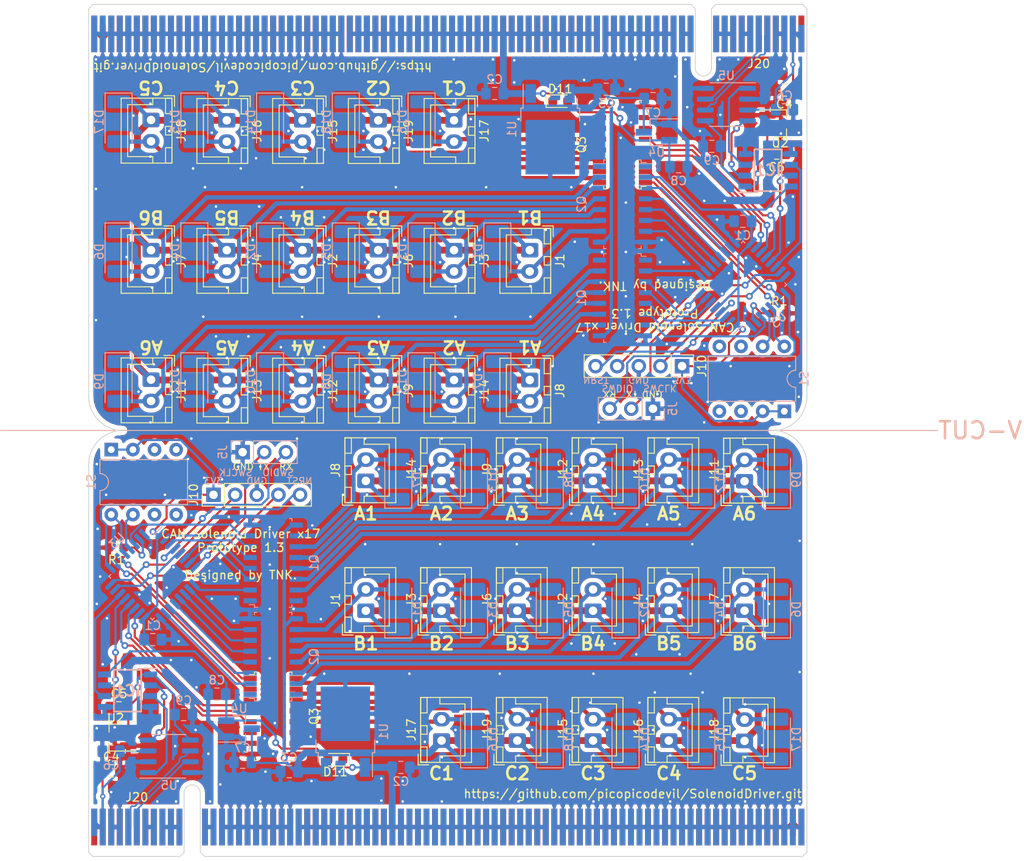
<source format=kicad_pcb>
(kicad_pcb (version 20171130) (host pcbnew "(5.1.6)-1")
  (layers (0 F.Cu signal) (31 B.Cu signal) (34 B.Paste user) (35 F.Paste user) (36 B.SilkS user) (37 F.SilkS user) (38 B.Mask user) (39 F.Mask user) (44 Edge.Cuts user))
  (net 0 "")
  (net 1 GND)
  (net 2 +5V)
  (net 3 +3V3)
  (net 4 GNDPWR)
  (net 5 NRST)
  (net 6 CAN_RD)
  (net 7 CAN_TD)
  (net 8 CAN_TXD)
  (net 9 CAN_RXD)
  (net 10 VCP_RX)
  (net 11 VCP_TX)
  (net 12 /SWDIO)
  (net 13 /SWCLK)
  (net 14 Solenoid_A2)
  (net 15 +12V)
  (net 16 Solenoid_C1)
  (net 17 Solenoid_C2)
  (net 18 Solenoid_C3)
  (net 19 Solenoid_A1)
  (net 20 Solenoid_A3)
  (net 21 Solenoid_A4)
  (net 22 Solenoid_B1)
  (net 23 Solenoid_B2)
  (net 24 Solenoid_B3)
  (net 25 Solenoid_B4)
  (net 26 Solenoid_A5)
  (net 27 Solenoid_A6)
  (net 28 Solenoid_B5)
  (net 29 Solenoid_B6)
  (net 30 VCC)
  (net 31 CAN+)
  (net 32 CAN-)
  (net 33 IC_A6)
  (net 34 IC_A5)
  (net 35 IC_A4)
  (net 36 IC_A3)
  (net 37 IC_A2)
  (net 38 IC_A1)
  (net 39 IC_B6)
  (net 40 IC_B5)
  (net 41 IC_B4)
  (net 42 IC_B3)
  (net 43 IC_B2)
  (net 44 IC_B1)
  (net 45 IC_C3)
  (net 46 IC_C2)
  (net 47 IC_C1)
  (net 48 /BOOT)
  (net 49 DIP_SW_2)
  (net 50 DIP_SW_1)
  (net 51 3.3V)
  (net 52 "Net-(Q3-Pad11)")
  (net 53 "Net-(Q3-Pad10)")
  (net 54 "Net-(Q3-Pad7)")
  (net 55 "Net-(Q3-Pad6)")
  (net 56 "Net-(S1-Pad4)")
  (net 57 "Net-(S1-Pad3)")
  (net 58 "Net-(S1-Pad6)")
  (net 59 "Net-(S1-Pad5)")
  (net 60 "Net-(Q1-Pad16)")
  (net 61 "Net-(Q1-Pad1)")
  (net 62 Solenoid_C5)
  (net 63 Solenoid_C4)
  (net 64 "Net-(Q2-Pad16)")
  (net 65 "Net-(Q2-Pad1)")
  (net 66 IC_C5)
  (net 67 IC_C4)
  (net 68 "Net-(J20-PadB9)")
  (net 69 "Net-(J20-PadA7)")
  (net 70 "Net-(J20-PadA6)")
  (net 71 "Net-(J20-PadA5)")
  (net 72 "Net-(J20-PadB7)")
  (net 73 "Net-(J20-PadB6)")
  (net 74 "Net-(J20-PadB5)")
  (net 75 "Net-(J20-PadB4)")
  (net 76 "Net-(J20-PadB3)")
  (module Diode_SMD:D_2010_5025Metric_Pad1.52x2.65mm_HandSolder (layer B.Cu) (at 141.64 58.4525 270)
    (fp_text reference D2 (at 0 2.28 90) (layer B.SilkS) (effects (justify mirror)))
    (fp_text value D)
    (pad 1 smd roundrect (at -2.3375 0 270) (size 1.525 2.65) (layers B.Cu B.Paste B.Mask) (roundrect_rratio 0.163934) (net 15 +12V))
    (pad 2 smd roundrect (at 2.3375 0 270) (size 1.525 2.65) (layers B.Cu B.Paste B.Mask) (roundrect_rratio 0.163934) (net 25 Solenoid_B4))
  )
  (module Diode_SMD:D_2010_5025Metric_Pad1.52x2.65mm_HandSolder (layer B.Cu) (at 150.53 58.4525 270)
    (fp_text reference D5 (at 0 2.28 90) (layer B.SilkS) (effects (justify mirror)))
    (fp_text value D)
    (pad 1 smd roundrect (at -2.3375 0 270) (size 1.525 2.65) (layers B.Cu B.Paste B.Mask) (roundrect_rratio 0.163934) (net 15 +12V))
    (pad 2 smd roundrect (at 2.3375 0 270) (size 1.525 2.65) (layers B.Cu B.Paste B.Mask) (roundrect_rratio 0.163934) (net 24 Solenoid_B3))
  )
  (module Capacitor_SMD:C_0805_2012Metric_Pad1.15x1.40mm_HandSolder (layer B.Cu) (at 202.025 41.8 180)
    (fp_text reference C6 (at 0 1.65) (layer B.SilkS) (effects (justify mirror)))
    (fp_text value 0.1u)
    (pad 2 smd roundrect (at 1.025 0 180) (size 1.15 1.4) (layers B.Cu B.Paste B.Mask) (roundrect_rratio 0.217391) (net 2 +5V))
    (pad 1 smd roundrect (at -1.025 0 180) (size 1.15 1.4) (layers B.Cu B.Paste B.Mask) (roundrect_rratio 0.217391) (net 1 GND))
  )
  (module Capacitor_SMD:C_0805_2012Metric_Pad1.15x1.40mm_HandSolder (layer B.Cu) (at 193.5 46.1)
    (fp_text reference C9 (at 0 1.65) (layer B.SilkS) (effects (justify mirror)))
    (fp_text value 0.1u)
    (pad 2 smd roundrect (at 1.025 0) (size 1.15 1.4) (layers B.Cu B.Paste B.Mask) (roundrect_rratio 0.217391) (net 3 +3V3))
    (pad 1 smd roundrect (at -1.025 0) (size 1.15 1.4) (layers B.Cu B.Paste B.Mask) (roundrect_rratio 0.217391) (net 1 GND))
  )
  (module Capacitor_SMD:C_0805_2012Metric_Pad1.15x1.40mm_HandSolder (layer F.Cu) (at 202 39.5 180)
    (fp_text reference C4 (at 0 -1.65) (layer F.SilkS))
    (fp_text value 1.0u)
    (pad 2 smd roundrect (at 1.025 0 180) (size 1.15 1.4) (layers F.Cu F.Paste F.Mask) (roundrect_rratio 0.217391) (net 1 GND))
    (pad 1 smd roundrect (at -1.025 0 180) (size 1.15 1.4) (layers F.Cu F.Paste F.Mask) (roundrect_rratio 0.217391) (net 2 +5V))
  )
  (module Capacitor_SMD:C_0805_2012Metric_Pad1.15x1.40mm_HandSolder (layer F.Cu) (at 201.1 46.9 180)
    (fp_text reference C5 (at 0 -1.65) (layer F.SilkS))
    (fp_text value 2.2u)
    (pad 1 smd roundrect (at -1.025 0 180) (size 1.15 1.4) (layers F.Cu F.Paste F.Mask) (roundrect_rratio 0.217391) (net 1 GND))
    (pad 2 smd roundrect (at 1.025 0 180) (size 1.15 1.4) (layers F.Cu F.Paste F.Mask) (roundrect_rratio 0.217391) (net 3 +3V3))
  )
  (module Capacitor_SMD:C_0805_2012Metric_Pad1.15x1.40mm_HandSolder (layer B.Cu) (at 186.575 40.5)
    (fp_text reference C7 (at 0 1.65) (layer B.SilkS) (effects (justify mirror)))
    (fp_text value 1.0u)
    (pad 1 smd roundrect (at -1.025 0) (size 1.15 1.4) (layers B.Cu B.Paste B.Mask) (roundrect_rratio 0.217391) (net 15 +12V))
    (pad 2 smd roundrect (at 1.025 0) (size 1.15 1.4) (layers B.Cu B.Paste B.Mask) (roundrect_rratio 0.217391) (net 4 GNDPWR))
  )
  (module Diode_SMD:D_2010_5025Metric_Pad1.52x2.65mm_HandSolder (layer B.Cu) (at 150.53 43.2125 270)
    (fp_text reference D18 (at 0 2.28 90) (layer B.SilkS) (effects (justify mirror)))
    (fp_text value D)
    (pad 1 smd roundrect (at -2.3375 0 270) (size 1.525 2.65) (layers B.Cu B.Paste B.Mask) (roundrect_rratio 0.163934) (net 15 +12V))
    (pad 2 smd roundrect (at 2.3375 0 270) (size 1.525 2.65) (layers B.Cu B.Paste B.Mask) (roundrect_rratio 0.163934) (net 17 Solenoid_C2))
  )
  (module Capacitor_SMD:C_0805_2012Metric_Pad1.15x1.40mm_HandSolder (layer B.Cu) (at 197.125 54.9)
    (fp_text reference C1 (at 0 1.65) (layer B.SilkS) (effects (justify mirror)))
    (fp_text value 0.1u)
    (pad 1 smd roundrect (at -1.025 0) (size 1.15 1.4) (layers B.Cu B.Paste B.Mask) (roundrect_rratio 0.217391) (net 4 GNDPWR))
    (pad 2 smd roundrect (at 1.025 0) (size 1.15 1.4) (layers B.Cu B.Paste B.Mask) (roundrect_rratio 0.217391) (net 51 3.3V))
  )
  (module Capacitor_SMD:C_0805_2012Metric_Pad1.15x1.40mm_HandSolder (layer B.Cu) (at 189.6 48.5)
    (fp_text reference C8 (at 0 1.65) (layer B.SilkS) (effects (justify mirror)))
    (fp_text value 4.7u)
    (pad 1 smd roundrect (at -1.025 0) (size 1.15 1.4) (layers B.Cu B.Paste B.Mask) (roundrect_rratio 0.217391) (net 51 3.3V))
    (pad 2 smd roundrect (at 1.025 0) (size 1.15 1.4) (layers B.Cu B.Paste B.Mask) (roundrect_rratio 0.217391) (net 4 GNDPWR))
  )
  (module Diode_SMD:D_2010_5025Metric_Pad1.52x2.65mm_HandSolder (layer B.Cu) (at 141.64 43.2125 270)
    (fp_text reference D14 (at 0 2.28 90) (layer B.SilkS) (effects (justify mirror)))
    (fp_text value D)
    (pad 1 smd roundrect (at -2.3375 0 270) (size 1.525 2.65) (layers B.Cu B.Paste B.Mask) (roundrect_rratio 0.163934) (net 15 +12V))
    (pad 2 smd roundrect (at 2.3375 0 270) (size 1.525 2.65) (layers B.Cu B.Paste B.Mask) (roundrect_rratio 0.163934) (net 18 Solenoid_C3))
  )
  (module Diode_SMD:D_2010_5025Metric_Pad1.52x2.65mm_HandSolder (layer B.Cu) (at 159.42 43.2125 270)
    (fp_text reference D16 (at 0 2.28 90) (layer B.SilkS) (effects (justify mirror)))
    (fp_text value D)
    (pad 1 smd roundrect (at -2.3375 0 270) (size 1.525 2.65) (layers B.Cu B.Paste B.Mask) (roundrect_rratio 0.163934) (net 15 +12V))
    (pad 2 smd roundrect (at 2.3375 0 270) (size 1.525 2.65) (layers B.Cu B.Paste B.Mask) (roundrect_rratio 0.163934) (net 16 Solenoid_C1))
  )
  (module Diode_SMD:D_2010_5025Metric_Pad1.52x2.65mm_HandSolder (layer B.Cu) (at 159.42 58.4525 270)
    (fp_text reference D3 (at 0 2.28 90) (layer B.SilkS) (effects (justify mirror)))
    (fp_text value D)
    (pad 1 smd roundrect (at -2.3375 0 270) (size 1.525 2.65) (layers B.Cu B.Paste B.Mask) (roundrect_rratio 0.163934) (net 15 +12V))
    (pad 2 smd roundrect (at 2.3375 0 270) (size 1.525 2.65) (layers B.Cu B.Paste B.Mask) (roundrect_rratio 0.163934) (net 23 Solenoid_B2))
  )
  (module Diode_SMD:D_2010_5025Metric_Pad1.52x2.65mm_HandSolder (layer B.Cu) (at 123.86 73.6925 270)
    (fp_text reference D9 (at 0 2.28 90) (layer B.SilkS) (effects (justify mirror)))
    (fp_text value D)
    (pad 1 smd roundrect (at -2.3375 0 270) (size 1.525 2.65) (layers B.Cu B.Paste B.Mask) (roundrect_rratio 0.163934) (net 15 +12V))
    (pad 2 smd roundrect (at 2.3375 0 270) (size 1.525 2.65) (layers B.Cu B.Paste B.Mask) (roundrect_rratio 0.163934) (net 27 Solenoid_A6))
  )
  (module Capacitor_SMD:C_0805_2012Metric_Pad1.15x1.40mm_HandSolder (layer B.Cu) (at 181.1 39.4)
    (fp_text reference C3 (at 0 1.65) (layer B.SilkS) (effects (justify mirror)))
    (fp_text value 0.1u)
    (pad 1 smd roundrect (at -1.025 0) (size 1.15 1.4) (layers B.Cu B.Paste B.Mask) (roundrect_rratio 0.217391) (net 15 +12V))
    (pad 2 smd roundrect (at 1.025 0) (size 1.15 1.4) (layers B.Cu B.Paste B.Mask) (roundrect_rratio 0.217391) (net 4 GNDPWR))
  )
  (module Diode_SMD:D_2010_5025Metric_Pad1.52x2.65mm_HandSolder (layer B.Cu) (at 168.31 58.4525 270)
    (fp_text reference D1 (at 0 2.28 90) (layer B.SilkS) (effects (justify mirror)))
    (fp_text value D)
    (pad 1 smd roundrect (at -2.3375 0 270) (size 1.525 2.65) (layers B.Cu B.Paste B.Mask) (roundrect_rratio 0.163934) (net 15 +12V))
    (pad 2 smd roundrect (at 2.3375 0 270) (size 1.525 2.65) (layers B.Cu B.Paste B.Mask) (roundrect_rratio 0.163934) (net 22 Solenoid_B1))
  )
  (module Diode_SMD:D_2010_5025Metric_Pad1.52x2.65mm_HandSolder (layer B.Cu) (at 123.86 43.2125 270)
    (fp_text reference D17 (at 0 2.28 90) (layer B.SilkS) (effects (justify mirror)))
    (fp_text value D)
    (pad 1 smd roundrect (at -2.3375 0 270) (size 1.525 2.65) (layers B.Cu B.Paste B.Mask) (roundrect_rratio 0.163934) (net 15 +12V))
    (pad 2 smd roundrect (at 2.3375 0 270) (size 1.525 2.65) (layers B.Cu B.Paste B.Mask) (roundrect_rratio 0.163934) (net 62 Solenoid_C5))
  )
  (module Diode_SMD:D_2010_5025Metric_Pad1.52x2.65mm_HandSolder (layer B.Cu) (at 132.75 73.6925 270)
    (fp_text reference D12 (at 0 2.28 90) (layer B.SilkS) (effects (justify mirror)))
    (fp_text value D)
    (pad 1 smd roundrect (at -2.3375 0 270) (size 1.525 2.65) (layers B.Cu B.Paste B.Mask) (roundrect_rratio 0.163934) (net 15 +12V))
    (pad 2 smd roundrect (at 2.3375 0 270) (size 1.525 2.65) (layers B.Cu B.Paste B.Mask) (roundrect_rratio 0.163934) (net 26 Solenoid_A5))
  )
  (module digikey-footprints:SOIC-16_W3.90mm (layer B.Cu) (at 183 52.9 270)
    (fp_text reference Q2 (at 0 4.8 90) (layer B.SilkS) (effects (justify mirror)))
    (fp_text value ULN2004D1013TR)
    (pad 1 smd rect (at -4.445 -2.7 270) (size 0.6 1.55) (layers B.Cu B.Paste B.Mask) (net 65 "Net-(Q2-Pad1)"))
    (pad 2 smd rect (at -3.175 -2.7 270) (size 0.6 1.55) (layers B.Cu B.Paste B.Mask) (net 39 IC_B6))
    (pad 3 smd rect (at -1.905 -2.7 270) (size 0.6 1.55) (layers B.Cu B.Paste B.Mask) (net 40 IC_B5))
    (pad 4 smd rect (at -0.635 -2.7 270) (size 0.6 1.55) (layers B.Cu B.Paste B.Mask) (net 41 IC_B4))
    (pad 5 smd rect (at 0.635 -2.7 270) (size 0.6 1.55) (layers B.Cu B.Paste B.Mask) (net 42 IC_B3))
    (pad 6 smd rect (at 1.905 -2.7 270) (size 0.6 1.55) (layers B.Cu B.Paste B.Mask) (net 43 IC_B2))
    (pad 7 smd rect (at 3.175 -2.7 270) (size 0.6 1.55) (layers B.Cu B.Paste B.Mask) (net 44 IC_B1))
    (pad 8 smd rect (at 4.445 -2.7 270) (size 0.6 1.55) (layers B.Cu B.Paste B.Mask) (net 4 GNDPWR))
    (pad 9 smd rect (at 4.445 2.7 270) (size 0.6 1.55) (layers B.Cu B.Paste B.Mask) (net 15 +12V))
    (pad 10 smd rect (at 3.175 2.7 270) (size 0.6 1.55) (layers B.Cu B.Paste B.Mask) (net 22 Solenoid_B1))
    (pad 11 smd rect (at 1.905 2.7 270) (size 0.6 1.55) (layers B.Cu B.Paste B.Mask) (net 23 Solenoid_B2))
    (pad 12 smd rect (at 0.635 2.7 270) (size 0.6 1.55) (layers B.Cu B.Paste B.Mask) (net 24 Solenoid_B3))
    (pad 13 smd rect (at -0.635 2.7 270) (size 0.6 1.55) (layers B.Cu B.Paste B.Mask) (net 25 Solenoid_B4))
    (pad 14 smd rect (at -1.905 2.7 270) (size 0.6 1.55) (layers B.Cu B.Paste B.Mask) (net 28 Solenoid_B5))
    (pad 15 smd rect (at -3.175 2.7 270) (size 0.6 1.55) (layers B.Cu B.Paste B.Mask) (net 29 Solenoid_B6))
    (pad 16 smd rect (at -4.445 2.7 270) (size 0.6 1.55) (layers B.Cu B.Paste B.Mask) (net 64 "Net-(Q2-Pad16)"))
  )
  (module Connector_JST:JST_XH_B2B-XH-A_1x02_P2.50mm_Vertical (layer F.Cu) (at 163.23 73.53 270)
    (fp_text reference J14 (at 1.25 -3.55 90) (layer F.SilkS))
    (fp_text value Conn_01x02)
    (pad 1 thru_hole roundrect (at 0 0 270) (size 1.7 2) (drill 1) (layers *.Cu *.Mask) (roundrect_rratio 0.147059) (net 15 +12V))
    (pad 2 thru_hole oval (at 2.5 0 270) (size 1.7 2) (drill 1) (layers *.Cu *.Mask) (net 14 Solenoid_A2))
  )
  (module Package_TO_SOT_SMD:TO-252-2 (layer B.Cu) (at 174.525 44.1 270)
    (fp_text reference U1 (at 0 4.5 270) (layer B.SilkS) (effects (justify mirror)))
    (fp_text value NJM7812)
    (pad 1 smd rect (at -4.2 2.28 270) (size 2.2 1.2) (layers B.Cu B.Paste B.Mask) (net 30 VCC))
    (pad 3 smd rect (at -4.2 -2.28 270) (size 2.2 1.2) (layers B.Cu B.Paste B.Mask) (net 15 +12V))
    (pad 2 smd rect (at 2.1 0 270) (size 6.4 5.8) (layers B.Cu B.Mask) (net 4 GNDPWR))
  )
  (module Connector_JST:JST_XH_B2B-XH-A_1x02_P2.50mm_Vertical (layer F.Cu) (at 154.34 58.29 270)
    (fp_text reference J6 (at 1.25 -3.55 90) (layer F.SilkS))
    (fp_text value Conn_01x02)
    (pad 1 thru_hole roundrect (at 0 0 270) (size 1.7 2) (drill 1) (layers *.Cu *.Mask) (roundrect_rratio 0.147059) (net 15 +12V))
    (pad 2 thru_hole oval (at 2.5 0 270) (size 1.7 2) (drill 1) (layers *.Cu *.Mask) (net 24 Solenoid_B3))
  )
  (module digikey-footprints:SOIC-16_W3.90mm (layer F.Cu) (at 183 45.9 90)
    (fp_text reference Q3 (at 0 -4.8 90) (layer F.SilkS))
    (fp_text value ULN2004D1013TR)
    (pad 1 smd rect (at -4.445 2.7 90) (size 0.6 1.55) (layers F.Cu F.Paste F.Mask) (net 66 IC_C5))
    (pad 2 smd rect (at -3.175 2.7 90) (size 0.6 1.55) (layers F.Cu F.Paste F.Mask) (net 67 IC_C4))
    (pad 3 smd rect (at -1.905 2.7 90) (size 0.6 1.55) (layers F.Cu F.Paste F.Mask) (net 45 IC_C3))
    (pad 4 smd rect (at -0.635 2.7 90) (size 0.6 1.55) (layers F.Cu F.Paste F.Mask) (net 46 IC_C2))
    (pad 5 smd rect (at 0.635 2.7 90) (size 0.6 1.55) (layers F.Cu F.Paste F.Mask) (net 47 IC_C1))
    (pad 6 smd rect (at 1.905 2.7 90) (size 0.6 1.55) (layers F.Cu F.Paste F.Mask) (net 55 "Net-(Q3-Pad6)"))
    (pad 7 smd rect (at 3.175 2.7 90) (size 0.6 1.55) (layers F.Cu F.Paste F.Mask) (net 54 "Net-(Q3-Pad7)"))
    (pad 8 smd rect (at 4.445 2.7 90) (size 0.6 1.55) (layers F.Cu F.Paste F.Mask) (net 4 GNDPWR))
    (pad 9 smd rect (at 4.445 -2.7 90) (size 0.6 1.55) (layers F.Cu F.Paste F.Mask) (net 15 +12V))
    (pad 10 smd rect (at 3.175 -2.7 90) (size 0.6 1.55) (layers F.Cu F.Paste F.Mask) (net 53 "Net-(Q3-Pad10)"))
    (pad 11 smd rect (at 1.905 -2.7 90) (size 0.6 1.55) (layers F.Cu F.Paste F.Mask) (net 52 "Net-(Q3-Pad11)"))
    (pad 12 smd rect (at 0.635 -2.7 90) (size 0.6 1.55) (layers F.Cu F.Paste F.Mask) (net 16 Solenoid_C1))
    (pad 13 smd rect (at -0.635 -2.7 90) (size 0.6 1.55) (layers F.Cu F.Paste F.Mask) (net 17 Solenoid_C2))
    (pad 14 smd rect (at -1.905 -2.7 90) (size 0.6 1.55) (layers F.Cu F.Paste F.Mask) (net 18 Solenoid_C3))
    (pad 15 smd rect (at -3.175 -2.7 90) (size 0.6 1.55) (layers F.Cu F.Paste F.Mask) (net 63 Solenoid_C4))
    (pad 16 smd rect (at -4.445 -2.7 90) (size 0.6 1.55) (layers F.Cu F.Paste F.Mask) (net 62 Solenoid_C5))
  )
  (module Connector_JST:JST_XH_B2B-XH-A_1x02_P2.50mm_Vertical (layer F.Cu) (at 163.23 58.29 270)
    (fp_text reference J3 (at 1.25 -3.55 90) (layer F.SilkS))
    (fp_text value Conn_01x02)
    (pad 1 thru_hole roundrect (at 0 0 270) (size 1.7 2) (drill 1) (layers *.Cu *.Mask) (roundrect_rratio 0.147059) (net 15 +12V))
    (pad 2 thru_hole oval (at 2.5 0 270) (size 1.7 2) (drill 1) (layers *.Cu *.Mask) (net 23 Solenoid_B2))
  )
  (module Connector_JST:JST_XH_B2B-XH-A_1x02_P2.50mm_Vertical (layer F.Cu) (at 154.34 43.05 270)
    (fp_text reference J19 (at 1.25 -3.55 90) (layer F.SilkS))
    (fp_text value Conn_01x02)
    (pad 1 thru_hole roundrect (at 0 0 270) (size 1.7 2) (drill 1) (layers *.Cu *.Mask) (roundrect_rratio 0.147059) (net 15 +12V))
    (pad 2 thru_hole oval (at 2.5 0 270) (size 1.7 2) (drill 1) (layers *.Cu *.Mask) (net 17 Solenoid_C2))
  )
  (module Connector_JST:JST_XH_B2B-XH-A_1x02_P2.50mm_Vertical (layer F.Cu) (at 154.34 73.53 270)
    (fp_text reference J9 (at 1.25 -3.55 90) (layer F.SilkS))
    (fp_text value Conn_01x02)
    (pad 1 thru_hole roundrect (at 0 0 270) (size 1.7 2) (drill 1) (layers *.Cu *.Mask) (roundrect_rratio 0.147059) (net 15 +12V))
    (pad 2 thru_hole oval (at 2.5 0 270) (size 1.7 2) (drill 1) (layers *.Cu *.Mask) (net 20 Solenoid_A3))
  )
  (module Package_QFP:LQFP-32_7x7mm_P0.8mm (layer B.Cu) (at 197.169328 62.333616 45)
    (fp_text reference U3 (at 0 5.88 225) (layer B.SilkS) (effects (justify mirror)))
    (fp_text value STM32F042K6Tx)
    (pad 1 smd roundrect (at -4.175 2.8 45) (size 1.5 0.5) (layers B.Cu B.Paste B.Mask) (net 51 3.3V))
    (pad 2 smd roundrect (at -4.175 2 45) (size 1.5 0.5) (layers B.Cu B.Paste B.Mask) (net 37 IC_A2))
    (pad 3 smd roundrect (at -4.175 1.2 45) (size 1.5 0.5) (layers B.Cu B.Paste B.Mask) (net 36 IC_A3))
    (pad 4 smd roundrect (at -4.175 0.4 45) (size 1.5 0.5) (layers B.Cu B.Paste B.Mask) (net 5 NRST))
    (pad 5 smd roundrect (at -4.175 -0.4 45) (size 1.5 0.5) (layers B.Cu B.Paste B.Mask) (net 51 3.3V))
    (pad 6 smd roundrect (at -4.175 -1.2 45) (size 1.5 0.5) (layers B.Cu B.Paste B.Mask) (net 35 IC_A4))
    (pad 7 smd roundrect (at -4.175 -2 45) (size 1.5 0.5) (layers B.Cu B.Paste B.Mask) (net 34 IC_A5))
    (pad 8 smd roundrect (at -4.175 -2.8 45) (size 1.5 0.5) (layers B.Cu B.Paste B.Mask) (net 11 VCP_TX))
    (pad 9 smd roundrect (at -2.8 -4.175 45) (size 0.5 1.5) (layers B.Cu B.Paste B.Mask) (net 33 IC_A6))
    (pad 10 smd roundrect (at -2 -4.175 45) (size 0.5 1.5) (layers B.Cu B.Paste B.Mask) (net 44 IC_B1))
    (pad 11 smd roundrect (at -1.2 -4.175 45) (size 0.5 1.5) (layers B.Cu B.Paste B.Mask) (net 43 IC_B2))
    (pad 12 smd roundrect (at -0.4 -4.175 45) (size 0.5 1.5) (layers B.Cu B.Paste B.Mask) (net 42 IC_B3))
    (pad 13 smd roundrect (at 0.4 -4.175 45) (size 0.5 1.5) (layers B.Cu B.Paste B.Mask) (net 41 IC_B4))
    (pad 14 smd roundrect (at 1.2 -4.175 45) (size 0.5 1.5) (layers B.Cu B.Paste B.Mask) (net 40 IC_B5))
    (pad 15 smd roundrect (at 2 -4.175 45) (size 0.5 1.5) (layers B.Cu B.Paste B.Mask) (net 39 IC_B6))
    (pad 16 smd roundrect (at 2.8 -4.175 45) (size 0.5 1.5) (layers B.Cu B.Paste B.Mask) (net 4 GNDPWR))
    (pad 17 smd roundrect (at 4.175 -2.8 45) (size 1.5 0.5) (layers B.Cu B.Paste B.Mask) (net 51 3.3V))
    (pad 18 smd roundrect (at 4.175 -2 45) (size 1.5 0.5) (layers B.Cu B.Paste B.Mask) (net 45 IC_C3))
    (pad 19 smd roundrect (at 4.175 -1.2 45) (size 1.5 0.5) (layers B.Cu B.Paste B.Mask) (net 46 IC_C2))
    (pad 20 smd roundrect (at 4.175 -0.4 45) (size 1.5 0.5) (layers B.Cu B.Paste B.Mask) (net 47 IC_C1))
    (pad 21 smd roundrect (at 4.175 0.4 45) (size 1.5 0.5) (layers B.Cu B.Paste B.Mask) (net 6 CAN_RD))
    (pad 22 smd roundrect (at 4.175 1.2 45) (size 1.5 0.5) (layers B.Cu B.Paste B.Mask) (net 7 CAN_TD))
    (pad 23 smd roundrect (at 4.175 2 45) (size 1.5 0.5) (layers B.Cu B.Paste B.Mask) (net 12 /SWDIO))
    (pad 24 smd roundrect (at 4.175 2.8 45) (size 1.5 0.5) (layers B.Cu B.Paste B.Mask) (net 13 /SWCLK))
    (pad 25 smd roundrect (at 2.8 4.175 45) (size 0.5 1.5) (layers B.Cu B.Paste B.Mask) (net 10 VCP_RX))
    (pad 26 smd roundrect (at 2 4.175 45) (size 0.5 1.5) (layers B.Cu B.Paste B.Mask) (net 67 IC_C4))
    (pad 27 smd roundrect (at 1.2 4.175 45) (size 0.5 1.5) (layers B.Cu B.Paste B.Mask) (net 66 IC_C5))
    (pad 28 smd roundrect (at 0.4 4.175 45) (size 0.5 1.5) (layers B.Cu B.Paste B.Mask) (net 50 DIP_SW_1))
    (pad 29 smd roundrect (at -0.4 4.175 45) (size 0.5 1.5) (layers B.Cu B.Paste B.Mask) (net 49 DIP_SW_2))
    (pad 30 smd roundrect (at -1.2 4.175 45) (size 0.5 1.5) (layers B.Cu B.Paste B.Mask) (net 38 IC_A1))
    (pad 31 smd roundrect (at -2 4.175 45) (size 0.5 1.5) (layers B.Cu B.Paste B.Mask) (net 48 /BOOT))
    (pad 32 smd roundrect (at -2.8 4.175 45) (size 0.5 1.5) (layers B.Cu B.Paste B.Mask) (net 4 GNDPWR))
  )
  (module PCIe:BUS_mechaken_PCIexpress_x16 (layer F.Cu) (at 204 32.9 180)
    (fp_text reference J20 (at 5 -3.5) (layer F.SilkS))
    (fp_text value Bus_mechaken_PCIexpress_x16_164_Position)
    (fp_line (start 10.55 -4) (end 10.55 2.95) (layer Edge.Cuts) (width 0.1))
    (fp_line (start 12.45 -4) (end 12.45 2.95) (layer Edge.Cuts) (width 0.1))
    (fp_line (start -0.65 -4.95) (end -0.65 2.95) (layer Edge.Cuts) (width 0.1))
    (fp_line (start -0.15 3.45) (end 10.05 3.45) (layer Edge.Cuts) (width 0.1))
    (fp_line (start 83.65 -4.95) (end 83.65 2.95) (layer Edge.Cuts) (width 0.1))
    (fp_line (start 12.95 3.45) (end 83.15 3.45) (layer Edge.Cuts) (width 0.1))
    (fp_line (start -0.65 2.95) (end -0.15 3.45) (layer Edge.Cuts) (width 0.1))
    (fp_line (start 10.55 2.95) (end 10.05 3.45) (layer Edge.Cuts) (width 0.1))
    (fp_line (start 12.45 2.95) (end 12.95 3.45) (layer Edge.Cuts) (width 0.1))
    (fp_line (start 83.65 2.95) (end 83.15 3.45) (layer Edge.Cuts) (width 0.1))
    (fp_arc (start 11.5 -4) (end 12.45 -4) (angle -180) (layer Edge.Cuts) (width 0.1))
    (pad A9 connect rect (at 42 0 180) (size 0.7 4.3) (layers B.Cu B.Mask) (net 30 VCC))
    (pad A9 connect rect (at 41 0 180) (size 0.7 4.3) (layers B.Cu B.Mask) (net 30 VCC))
    (pad A9 connect rect (at 40 0 180) (size 0.7 4.3) (layers B.Cu B.Mask) (net 30 VCC))
    (pad A9 connect rect (at 39 0 180) (size 0.7 4.3) (layers B.Cu B.Mask) (net 30 VCC))
    (pad A9 connect rect (at 38 0 180) (size 0.7 4.3) (layers B.Cu B.Mask) (net 30 VCC))
    (pad A9 connect rect (at 37 0 180) (size 0.7 4.3) (layers B.Cu B.Mask) (net 30 VCC))
    (pad A9 connect rect (at 36 0 180) (size 0.7 4.3) (layers B.Cu B.Mask) (net 30 VCC))
    (pad A9 connect rect (at 35 0 180) (size 0.7 4.3) (layers B.Cu B.Mask) (net 30 VCC))
    (pad A9 connect rect (at 34 0 180) (size 0.7 4.3) (layers B.Cu B.Mask) (net 30 VCC))
    (pad B9 connect rect (at 50 0 180) (size 0.7 4.3) (layers F.Cu F.Mask) (net 68 "Net-(J20-PadB9)"))
    (pad B9 connect rect (at 49 0 180) (size 0.7 4.3) (layers F.Cu F.Mask) (net 68 "Net-(J20-PadB9)"))
    (pad B9 connect rect (at 48 0 180) (size 0.7 4.3) (layers F.Cu F.Mask) (net 68 "Net-(J20-PadB9)"))
    (pad B9 connect rect (at 47 0 180) (size 0.7 4.3) (layers F.Cu F.Mask) (net 68 "Net-(J20-PadB9)"))
    (pad B9 connect rect (at 46 0 180) (size 0.7 4.3) (layers F.Cu F.Mask) (net 68 "Net-(J20-PadB9)"))
    (pad B9 connect rect (at 45 0 180) (size 0.7 4.3) (layers F.Cu F.Mask) (net 68 "Net-(J20-PadB9)"))
    (pad B9 connect rect (at 44 0 180) (size 0.7 4.3) (layers F.Cu F.Mask) (net 68 "Net-(J20-PadB9)"))
    (pad B9 connect rect (at 43 0 180) (size 0.7 4.3) (layers F.Cu F.Mask) (net 68 "Net-(J20-PadB9)"))
    (pad B9 connect rect (at 42 0 180) (size 0.7 4.3) (layers F.Cu F.Mask) (net 68 "Net-(J20-PadB9)"))
    (pad B9 connect rect (at 41 0 180) (size 0.7 4.3) (layers F.Cu F.Mask) (net 68 "Net-(J20-PadB9)"))
    (pad B9 connect rect (at 40 0 180) (size 0.7 4.3) (layers F.Cu F.Mask) (net 68 "Net-(J20-PadB9)"))
    (pad B9 connect rect (at 39 0 180) (size 0.7 4.3) (layers F.Cu F.Mask) (net 68 "Net-(J20-PadB9)"))
    (pad B9 connect rect (at 38 0 180) (size 0.7 4.3) (layers F.Cu F.Mask) (net 68 "Net-(J20-PadB9)"))
    (pad B9 connect rect (at 37 0 180) (size 0.7 4.3) (layers F.Cu F.Mask) (net 68 "Net-(J20-PadB9)"))
    (pad B9 connect rect (at 36 0 180) (size 0.7 4.3) (layers F.Cu F.Mask) (net 68 "Net-(J20-PadB9)"))
    (pad B9 connect rect (at 35 0 180) (size 0.7 4.3) (layers F.Cu F.Mask) (net 68 "Net-(J20-PadB9)"))
    (pad B9 connect rect (at 34 0 180) (size 0.7 4.3) (layers F.Cu F.Mask) (net 68 "Net-(J20-PadB9)"))
    (pad A9 connect rect (at 33 0 180) (size 0.7 4.3) (layers B.Cu B.Mask) (net 30 VCC))
    (pad A9 connect rect (at 32 0 180) (size 0.7 4.3) (layers B.Cu B.Mask) (net 30 VCC))
    (pad A9 connect rect (at 31 0 180) (size 0.7 4.3) (layers B.Cu B.Mask) (net 30 VCC))
    (pad A9 connect rect (at 30 0 180) (size 0.7 4.3) (layers B.Cu B.Mask) (net 30 VCC))
    (pad A9 connect rect (at 29 0 180) (size 0.7 4.3) (layers B.Cu B.Mask) (net 30 VCC))
    (pad A9 connect rect (at 28 0 180) (size 0.7 4.3) (layers B.Cu B.Mask) (net 30 VCC))
    (pad A9 connect rect (at 27 0 180) (size 0.7 4.3) (layers B.Cu B.Mask) (net 30 VCC))
    (pad A9 connect rect (at 26 0 180) (size 0.7 4.3) (layers B.Cu B.Mask) (net 30 VCC))
    (pad A9 connect rect (at 25 0 180) (size 0.7 4.3) (layers B.Cu B.Mask) (net 30 VCC))
    (pad A9 connect rect (at 24 0 180) (size 0.7 4.3) (layers B.Cu B.Mask) (net 30 VCC))
    (pad A8 connect rect (at 23 0 180) (size 0.7 4.3) (layers B.Cu B.Mask) (net 4 GNDPWR))
    (pad A8 connect rect (at 22 0 180) (size 0.7 4.3) (layers B.Cu B.Mask) (net 4 GNDPWR))
    (pad A8 connect rect (at 21 0 180) (size 0.7 4.3) (layers B.Cu B.Mask) (net 4 GNDPWR))
    (pad A8 connect rect (at 20 0 180) (size 0.7 4.3) (layers B.Cu B.Mask) (net 4 GNDPWR))
    (pad B9 connect rect (at 33 0 180) (size 0.7 4.3) (layers F.Cu F.Mask) (net 68 "Net-(J20-PadB9)"))
    (pad B9 connect rect (at 32 0 180) (size 0.7 4.3) (layers F.Cu F.Mask) (net 68 "Net-(J20-PadB9)"))
    (pad B9 connect rect (at 31 0 180) (size 0.7 4.3) (layers F.Cu F.Mask) (net 68 "Net-(J20-PadB9)"))
    (pad B9 connect rect (at 30 0 180) (size 0.7 4.3) (layers F.Cu F.Mask) (net 68 "Net-(J20-PadB9)"))
    (pad B9 connect rect (at 29 0 180) (size 0.7 4.3) (layers F.Cu F.Mask) (net 68 "Net-(J20-PadB9)"))
    (pad B9 connect rect (at 28 0 180) (size 0.7 4.3) (layers F.Cu F.Mask) (net 68 "Net-(J20-PadB9)"))
    (pad B9 connect rect (at 27 0 180) (size 0.7 4.3) (layers F.Cu F.Mask) (net 68 "Net-(J20-PadB9)"))
    (pad B9 connect rect (at 26 0 180) (size 0.7 4.3) (layers F.Cu F.Mask) (net 68 "Net-(J20-PadB9)"))
    (pad B9 connect rect (at 25 0 180) (size 0.7 4.3) (layers F.Cu F.Mask) (net 68 "Net-(J20-PadB9)"))
    (pad B9 connect rect (at 24 0 180) (size 0.7 4.3) (layers F.Cu F.Mask) (net 68 "Net-(J20-PadB9)"))
    (pad B8 connect rect (at 23 0 180) (size 0.7 4.3) (layers F.Cu F.Mask) (net 4 GNDPWR))
    (pad B8 connect rect (at 22 0 180) (size 0.7 4.3) (layers F.Cu F.Mask) (net 4 GNDPWR))
    (pad B8 connect rect (at 21 0 180) (size 0.7 4.3) (layers F.Cu F.Mask) (net 4 GNDPWR))
    (pad B8 connect rect (at 20 0 180) (size 0.7 4.3) (layers F.Cu F.Mask) (net 4 GNDPWR))
    (pad B1 connect rect (at 0 0 180) (size 0.7 4.3) (layers F.Cu F.Mask) (net 2 +5V))
    (pad B1 connect rect (at 1 0 180) (size 0.7 4.3) (layers F.Cu F.Mask) (net 2 +5V))
    (pad B2 connect rect (at 2 0 180) (size 0.7 4.3) (layers F.Cu F.Mask) (net 1 GND))
    (pad B2 connect rect (at 3 0 180) (size 0.7 4.3) (layers F.Cu F.Mask) (net 1 GND))
    (pad B3 connect rect (at 4 0 180) (size 0.7 4.3) (layers F.Cu F.Mask) (net 76 "Net-(J20-PadB3)"))
    (pad B4 connect rect (at 5 0 180) (size 0.7 4.3) (layers F.Cu F.Mask) (net 75 "Net-(J20-PadB4)"))
    (pad B5 connect rect (at 6 0 180) (size 0.7 4.3) (layers F.Cu F.Mask) (net 74 "Net-(J20-PadB5)"))
    (pad B5 connect rect (at 7 0 180) (size 0.7 4.3) (layers F.Cu F.Mask) (net 74 "Net-(J20-PadB5)"))
    (pad B6 connect rect (at 8 0 180) (size 0.7 4.3) (layers F.Cu F.Mask) (net 73 "Net-(J20-PadB6)"))
    (pad B6 connect rect (at 9 0 180) (size 0.7 4.3) (layers F.Cu F.Mask) (net 73 "Net-(J20-PadB6)"))
    (pad B6 connect rect (at 10 0 180) (size 0.7 4.3) (layers F.Cu F.Mask) (net 73 "Net-(J20-PadB6)"))
    (pad B8 connect rect (at 15 0 180) (size 0.7 4.3) (layers F.Cu F.Mask) (net 4 GNDPWR))
    (pad B8 connect rect (at 16 0 180) (size 0.7 4.3) (layers F.Cu F.Mask) (net 4 GNDPWR))
    (pad B8 connect rect (at 17 0 180) (size 0.7 4.3) (layers F.Cu F.Mask) (net 4 GNDPWR))
    (pad B8 connect rect (at 18 0 180) (size 0.7 4.3) (layers F.Cu F.Mask) (net 4 GNDPWR))
    (pad B8 connect rect (at 19 0 180) (size 0.7 4.3) (layers F.Cu F.Mask) (net 4 GNDPWR))
    (pad B7 connect rect (at 13 0 180) (size 0.7 4.3) (layers F.Cu F.Mask) (net 72 "Net-(J20-PadB7)"))
    (pad B7 connect rect (at 14 0 180) (size 0.7 4.3) (layers F.Cu F.Mask) (net 72 "Net-(J20-PadB7)"))
    (pad A1 connect rect (at 0 -0.55 180) (size 0.7 3.2) (layers B.Cu B.Mask) (net 2 +5V))
    (pad A1 connect rect (at 1 0 180) (size 0.7 4.3) (layers B.Cu B.Mask) (net 2 +5V))
    (pad A2 connect rect (at 2 0 180) (size 0.7 4.3) (layers B.Cu B.Mask) (net 1 GND))
    (pad A2 connect rect (at 3 0 180) (size 0.7 4.3) (layers B.Cu B.Mask) (net 1 GND))
    (pad A3 connect rect (at 4 0 180) (size 0.7 4.3) (layers B.Cu B.Mask) (net 32 CAN-))
    (pad A4 connect rect (at 5 0 180) (size 0.7 4.3) (layers B.Cu B.Mask) (net 31 CAN+))
    (pad A5 connect rect (at 6 0 180) (size 0.7 4.3) (layers B.Cu B.Mask) (net 71 "Net-(J20-PadA5)"))
    (pad A5 connect rect (at 7 0 180) (size 0.7 4.3) (layers B.Cu B.Mask) (net 71 "Net-(J20-PadA5)"))
    (pad A6 connect rect (at 8 0 180) (size 0.7 4.3) (layers B.Cu B.Mask) (net 70 "Net-(J20-PadA6)"))
    (pad A6 connect rect (at 9 0 180) (size 0.7 4.3) (layers B.Cu B.Mask) (net 70 "Net-(J20-PadA6)"))
    (pad A6 connect rect (at 10 0 180) (size 0.7 4.3) (layers B.Cu B.Mask) (net 70 "Net-(J20-PadA6)"))
    (pad A8 connect rect (at 15 0 180) (size 0.7 4.3) (layers B.Cu B.Mask) (net 4 GNDPWR))
    (pad A8 connect rect (at 16 0 180) (size 0.7 4.3) (layers B.Cu B.Mask) (net 4 GNDPWR))
    (pad A8 connect rect (at 17 0 180) (size 0.7 4.3) (layers B.Cu B.Mask) (net 4 GNDPWR))
    (pad A8 connect rect (at 18 0 180) (size 0.7 4.3) (layers B.Cu B.Mask) (net 4 GNDPWR))
    (pad A8 connect rect (at 19 0 180) (size 0.7 4.3) (layers B.Cu B.Mask) (net 4 GNDPWR))
    (pad A7 connect rect (at 13 0 180) (size 0.7 4.3) (layers B.Cu B.Mask) (net 69 "Net-(J20-PadA7)"))
    (pad A7 connect rect (at 14 0 180) (size 0.7 4.3) (layers B.Cu B.Mask) (net 69 "Net-(J20-PadA7)"))
    (pad A9 connect rect (at 43 0 180) (size 0.7 4.3) (layers B.Cu B.Mask) (net 30 VCC))
    (pad A9 connect rect (at 44 0 180) (size 0.7 4.3) (layers B.Cu B.Mask) (net 30 VCC))
    (pad A9 connect rect (at 45 0 180) (size 0.7 4.3) (layers B.Cu B.Mask) (net 30 VCC))
    (pad A9 connect rect (at 46 0 180) (size 0.7 4.3) (layers B.Cu B.Mask) (net 30 VCC))
    (pad A9 connect rect (at 47 0 180) (size 0.7 4.3) (layers B.Cu B.Mask) (net 30 VCC))
    (pad A9 connect rect (at 48 0 180) (size 0.7 4.3) (layers B.Cu B.Mask) (net 30 VCC))
    (pad A9 connect rect (at 49 0 180) (size 0.7 4.3) (layers B.Cu B.Mask) (net 30 VCC))
    (pad A9 connect rect (at 50 0 180) (size 0.7 4.3) (layers B.Cu B.Mask) (net 30 VCC))
    (pad B9 connect rect (at 51 0 180) (size 0.7 4.3) (layers F.Cu F.Mask) (net 68 "Net-(J20-PadB9)"))
    (pad B9 connect rect (at 52 0 180) (size 0.7 4.3) (layers F.Cu F.Mask) (net 68 "Net-(J20-PadB9)"))
    (pad B9 connect rect (at 53 0 180) (size 0.7 4.3) (layers F.Cu F.Mask) (net 68 "Net-(J20-PadB9)"))
    (pad B10 connect rect (at 54 0 180) (size 0.7 4.3) (layers F.Cu F.Mask) (net 4 GNDPWR))
    (pad B10 connect rect (at 55 0 180) (size 0.7 4.3) (layers F.Cu F.Mask) (net 4 GNDPWR))
    (pad B10 connect rect (at 56 0 180) (size 0.7 4.3) (layers F.Cu F.Mask) (net 4 GNDPWR))
    (pad B10 connect rect (at 57 0 180) (size 0.7 4.3) (layers F.Cu F.Mask) (net 4 GNDPWR))
    (pad B10 connect rect (at 58 0 180) (size 0.7 4.3) (layers F.Cu F.Mask) (net 4 GNDPWR))
    (pad B10 connect rect (at 59 0 180) (size 0.7 4.3) (layers F.Cu F.Mask) (net 4 GNDPWR))
    (pad B10 connect rect (at 60 0 180) (size 0.7 4.3) (layers F.Cu F.Mask) (net 4 GNDPWR))
    (pad B10 connect rect (at 61 0 180) (size 0.7 4.3) (layers F.Cu F.Mask) (net 4 GNDPWR))
    (pad B10 connect rect (at 62 0 180) (size 0.7 4.3) (layers F.Cu F.Mask) (net 4 GNDPWR))
    (pad B10 connect rect (at 63 0 180) (size 0.7 4.3) (layers F.Cu F.Mask) (net 4 GNDPWR))
    (pad B10 connect rect (at 64 0 180) (size 0.7 4.3) (layers F.Cu F.Mask) (net 4 GNDPWR))
    (pad B10 connect rect (at 65 0 180) (size 0.7 4.3) (layers F.Cu F.Mask) (net 4 GNDPWR))
    (pad B10 connect rect (at 66 0 180) (size 0.7 4.3) (layers F.Cu F.Mask) (net 4 GNDPWR))
    (pad B10 connect rect (at 67 0 180) (size 0.7 4.3) (layers F.Cu F.Mask) (net 4 GNDPWR))
    (pad B10 connect rect (at 68 0 180) (size 0.7 4.3) (layers F.Cu F.Mask) (net 4 GNDPWR))
    (pad B10 connect rect (at 69 0 180) (size 0.7 4.3) (layers F.Cu F.Mask) (net 4 GNDPWR))
    (pad B10 connect rect (at 70 0 180) (size 0.7 4.3) (layers F.Cu F.Mask) (net 4 GNDPWR))
    (pad B10 connect rect (at 71 0 180) (size 0.7 4.3) (layers F.Cu F.Mask) (net 4 GNDPWR))
    (pad B10 connect rect (at 72 0 180) (size 0.7 4.3) (layers F.Cu F.Mask) (net 4 GNDPWR))
    (pad B10 connect rect (at 73 0 180) (size 0.7 4.3) (layers F.Cu F.Mask) (net 4 GNDPWR))
    (pad B10 connect rect (at 74 0 180) (size 0.7 4.3) (layers F.Cu F.Mask) (net 4 GNDPWR))
    (pad B10 connect rect (at 75 0 180) (size 0.7 4.3) (layers F.Cu F.Mask) (net 4 GNDPWR))
    (pad B10 connect rect (at 76 0 180) (size 0.7 4.3) (layers F.Cu F.Mask) (net 4 GNDPWR))
    (pad B10 connect rect (at 77 0 180) (size 0.7 4.3) (layers F.Cu F.Mask) (net 4 GNDPWR))
    (pad B10 connect rect (at 78 0 180) (size 0.7 4.3) (layers F.Cu F.Mask) (net 4 GNDPWR))
    (pad B10 connect rect (at 79 0 180) (size 0.7 4.3) (layers F.Cu F.Mask) (net 4 GNDPWR))
    (pad B10 connect rect (at 80 0 180) (size 0.7 4.3) (layers F.Cu F.Mask) (net 4 GNDPWR))
    (pad B10 connect rect (at 81 0 180) (size 0.7 4.3) (layers F.Cu F.Mask) (net 4 GNDPWR))
    (pad B10 connect rect (at 82 -0.55 180) (size 0.7 3.2) (layers F.Cu F.Mask) (net 4 GNDPWR))
    (pad B10 connect rect (at 83 0 180) (size 0.7 4.3) (layers F.Cu F.Mask) (net 4 GNDPWR))
    (pad A9 connect rect (at 51 0 180) (size 0.7 4.3) (layers B.Cu B.Mask) (net 30 VCC))
    (pad A9 connect rect (at 52 0 180) (size 0.7 4.3) (layers B.Cu B.Mask) (net 30 VCC))
    (pad A9 connect rect (at 53 0 180) (size 0.7 4.3) (layers B.Cu B.Mask) (net 30 VCC))
    (pad A10 connect rect (at 54 0 180) (size 0.7 4.3) (layers B.Cu B.Mask) (net 4 GNDPWR))
    (pad A10 connect rect (at 55 0 180) (size 0.7 4.3) (layers B.Cu B.Mask) (net 4 GNDPWR))
    (pad A10 connect rect (at 56 0 180) (size 0.7 4.3) (layers B.Cu B.Mask) (net 4 GNDPWR))
    (pad A10 connect rect (at 57 0 180) (size 0.7 4.3) (layers B.Cu B.Mask) (net 4 GNDPWR))
    (pad A10 connect rect (at 58 0 180) (size 0.7 4.3) (layers B.Cu B.Mask) (net 4 GNDPWR))
    (pad A10 connect rect (at 59 0 180) (size 0.7 4.3) (layers B.Cu B.Mask) (net 4 GNDPWR))
    (pad A10 connect rect (at 60 0 180) (size 0.7 4.3) (layers B.Cu B.Mask) (net 4 GNDPWR))
    (pad A10 connect rect (at 61 0 180) (size 0.7 4.3) (layers B.Cu B.Mask) (net 4 GNDPWR))
    (pad A10 connect rect (at 62 0 180) (size 0.7 4.3) (layers B.Cu B.Mask) (net 4 GNDPWR))
    (pad A10 connect rect (at 63 0 180) (size 0.7 4.3) (layers B.Cu B.Mask) (net 4 GNDPWR))
    (pad A10 connect rect (at 64 0 180) (size 0.7 4.3) (layers B.Cu B.Mask) (net 4 GNDPWR))
    (pad A10 connect rect (at 65 0 180) (size 0.7 4.3) (layers B.Cu B.Mask) (net 4 GNDPWR))
    (pad A10 connect rect (at 66 0 180) (size 0.7 4.3) (layers B.Cu B.Mask) (net 4 GNDPWR))
    (pad A10 connect rect (at 67 0 180) (size 0.7 4.3) (layers B.Cu B.Mask) (net 4 GNDPWR))
    (pad A10 connect rect (at 68 0 180) (size 0.7 4.3) (layers B.Cu B.Mask) (net 4 GNDPWR))
    (pad A10 connect rect (at 69 0 180) (size 0.7 4.3) (layers B.Cu B.Mask) (net 4 GNDPWR))
    (pad A10 connect rect (at 70 0 180) (size 0.7 4.3) (layers B.Cu B.Mask) (net 4 GNDPWR))
    (pad A10 connect rect (at 71 0 180) (size 0.7 4.3) (layers B.Cu B.Mask) (net 4 GNDPWR))
    (pad A10 connect rect (at 72 0 180) (size 0.7 4.3) (layers B.Cu B.Mask) (net 4 GNDPWR))
    (pad A10 connect rect (at 73 0 180) (size 0.7 4.3) (layers B.Cu B.Mask) (net 4 GNDPWR))
    (pad A10 connect rect (at 74 0 180) (size 0.7 4.3) (layers B.Cu B.Mask) (net 4 GNDPWR))
    (pad A10 connect rect (at 75 0 180) (size 0.7 4.3) (layers B.Cu B.Mask) (net 4 GNDPWR))
    (pad A10 connect rect (at 76 0 180) (size 0.7 4.3) (layers B.Cu B.Mask) (net 4 GNDPWR))
    (pad A10 connect rect (at 77 0 180) (size 0.7 4.3) (layers B.Cu B.Mask) (net 4 GNDPWR))
    (pad A10 connect rect (at 78 0 180) (size 0.7 4.3) (layers B.Cu B.Mask) (net 4 GNDPWR))
    (pad A10 connect rect (at 79 0 180) (size 0.7 4.3) (layers B.Cu B.Mask) (net 4 GNDPWR))
    (pad A10 connect rect (at 80 0 180) (size 0.7 4.3) (layers B.Cu B.Mask) (net 4 GNDPWR))
    (pad A10 connect rect (at 81 0 180) (size 0.7 4.3) (layers B.Cu B.Mask) (net 4 GNDPWR))
    (pad A10 connect rect (at 82 0 180) (size 0.7 4.3) (layers B.Cu B.Mask) (net 4 GNDPWR))
    (pad A10 connect rect (at 83 0 180) (size 0.7 4.3) (layers B.Cu B.Mask) (net 4 GNDPWR))
  )
  (module Connector_JST:JST_XH_B2B-XH-A_1x02_P2.50mm_Vertical (layer F.Cu) (at 127.67 43.01 270)
    (fp_text reference J18 (at 1.25 -3.55 90) (layer F.SilkS))
    (fp_text value Conn_01x02)
    (pad 1 thru_hole roundrect (at 0 0 270) (size 1.7 2) (drill 1) (layers *.Cu *.Mask) (roundrect_rratio 0.147059) (net 15 +12V))
    (pad 2 thru_hole oval (at 2.5 0 270) (size 1.7 2) (drill 1) (layers *.Cu *.Mask) (net 62 Solenoid_C5))
  )
  (module Connector_JST:JST_XH_B2B-XH-A_1x02_P2.50mm_Vertical (layer F.Cu) (at 172.12 58.29 270)
    (fp_text reference J1 (at 1.25 -3.55 90) (layer F.SilkS))
    (fp_text value Conn_01x02)
    (pad 1 thru_hole roundrect (at 0 0 270) (size 1.7 2) (drill 1) (layers *.Cu *.Mask) (roundrect_rratio 0.147059) (net 15 +12V))
    (pad 2 thru_hole oval (at 2.5 0 270) (size 1.7 2) (drill 1) (layers *.Cu *.Mask) (net 22 Solenoid_B1))
  )
  (module Connector_JST:JST_XH_B2B-XH-A_1x02_P2.50mm_Vertical (layer F.Cu) (at 145.45 58.29 270)
    (fp_text reference J2 (at 1.25 -3.55 90) (layer F.SilkS))
    (fp_text value Conn_01x02)
    (pad 1 thru_hole roundrect (at 0 0 270) (size 1.7 2) (drill 1) (layers *.Cu *.Mask) (roundrect_rratio 0.147059) (net 15 +12V))
    (pad 2 thru_hole oval (at 2.5 0 270) (size 1.7 2) (drill 1) (layers *.Cu *.Mask) (net 25 Solenoid_B4))
  )
  (module Connector_JST:JST_XH_B2B-XH-A_1x02_P2.50mm_Vertical (layer F.Cu) (at 136.56 58.29 270)
    (fp_text reference J4 (at 1.25 -3.55 90) (layer F.SilkS))
    (fp_text value Conn_01x02)
    (pad 1 thru_hole roundrect (at 0 0 270) (size 1.7 2) (drill 1) (layers *.Cu *.Mask) (roundrect_rratio 0.147059) (net 15 +12V))
    (pad 2 thru_hole oval (at 2.5 0 270) (size 1.7 2) (drill 1) (layers *.Cu *.Mask) (net 28 Solenoid_B5))
  )
  (module Connector_JST:JST_XH_B2B-XH-A_1x02_P2.50mm_Vertical (layer F.Cu) (at 145.45 73.53 270)
    (fp_text reference J12 (at 1.25 -3.55 90) (layer F.SilkS))
    (fp_text value Conn_01x02)
    (pad 1 thru_hole roundrect (at 0 0 270) (size 1.7 2) (drill 1) (layers *.Cu *.Mask) (roundrect_rratio 0.147059) (net 15 +12V))
    (pad 2 thru_hole oval (at 2.5 0 270) (size 1.7 2) (drill 1) (layers *.Cu *.Mask) (net 21 Solenoid_A4))
  )
  (module digikey-footprints:SOIC-16_W3.90mm (layer B.Cu) (at 183 63.9 270)
    (fp_text reference Q1 (at 0 4.8 270) (layer B.SilkS) (effects (justify mirror)))
    (fp_text value ULN2004D1013TR)
    (pad 1 smd rect (at -4.445 -2.7 270) (size 0.6 1.55) (layers B.Cu B.Paste B.Mask) (net 61 "Net-(Q1-Pad1)"))
    (pad 2 smd rect (at -3.175 -2.7 270) (size 0.6 1.55) (layers B.Cu B.Paste B.Mask) (net 33 IC_A6))
    (pad 3 smd rect (at -1.905 -2.7 270) (size 0.6 1.55) (layers B.Cu B.Paste B.Mask) (net 34 IC_A5))
    (pad 4 smd rect (at -0.635 -2.7 270) (size 0.6 1.55) (layers B.Cu B.Paste B.Mask) (net 35 IC_A4))
    (pad 5 smd rect (at 0.635 -2.7 270) (size 0.6 1.55) (layers B.Cu B.Paste B.Mask) (net 36 IC_A3))
    (pad 6 smd rect (at 1.905 -2.7 270) (size 0.6 1.55) (layers B.Cu B.Paste B.Mask) (net 37 IC_A2))
    (pad 7 smd rect (at 3.175 -2.7 270) (size 0.6 1.55) (layers B.Cu B.Paste B.Mask) (net 38 IC_A1))
    (pad 8 smd rect (at 4.445 -2.7 270) (size 0.6 1.55) (layers B.Cu B.Paste B.Mask) (net 4 GNDPWR))
    (pad 9 smd rect (at 4.445 2.7 270) (size 0.6 1.55) (layers B.Cu B.Paste B.Mask) (net 15 +12V))
    (pad 10 smd rect (at 3.175 2.7 270) (size 0.6 1.55) (layers B.Cu B.Paste B.Mask) (net 19 Solenoid_A1))
    (pad 11 smd rect (at 1.905 2.7 270) (size 0.6 1.55) (layers B.Cu B.Paste B.Mask) (net 14 Solenoid_A2))
    (pad 12 smd rect (at 0.635 2.7 270) (size 0.6 1.55) (layers B.Cu B.Paste B.Mask) (net 20 Solenoid_A3))
    (pad 13 smd rect (at -0.635 2.7 270) (size 0.6 1.55) (layers B.Cu B.Paste B.Mask) (net 21 Solenoid_A4))
    (pad 14 smd rect (at -1.905 2.7 270) (size 0.6 1.55) (layers B.Cu B.Paste B.Mask) (net 26 Solenoid_A5))
    (pad 15 smd rect (at -3.175 2.7 270) (size 0.6 1.55) (layers B.Cu B.Paste B.Mask) (net 27 Solenoid_A6))
    (pad 16 smd rect (at -4.445 2.7 270) (size 0.6 1.55) (layers B.Cu B.Paste B.Mask) (net 60 "Net-(Q1-Pad16)"))
  )
  (module Connector_JST:JST_XH_B2B-XH-A_1x02_P2.50mm_Vertical (layer F.Cu) (at 136.56 73.53 270)
    (fp_text reference J13 (at 1.25 -3.55 90) (layer F.SilkS))
    (fp_text value Conn_01x02)
    (pad 1 thru_hole roundrect (at 0 0 270) (size 1.7 2) (drill 1) (layers *.Cu *.Mask) (roundrect_rratio 0.147059) (net 15 +12V))
    (pad 2 thru_hole oval (at 2.5 0 270) (size 1.7 2) (drill 1) (layers *.Cu *.Mask) (net 26 Solenoid_A5))
  )
  (module Connector_JST:JST_XH_B2B-XH-A_1x02_P2.50mm_Vertical (layer F.Cu) (at 127.67 58.29 270)
    (fp_text reference J7 (at 1.25 -3.55 90) (layer F.SilkS))
    (fp_text value Conn_01x02)
    (pad 1 thru_hole roundrect (at 0 0 270) (size 1.7 2) (drill 1) (layers *.Cu *.Mask) (roundrect_rratio 0.147059) (net 15 +12V))
    (pad 2 thru_hole oval (at 2.5 0 270) (size 1.7 2) (drill 1) (layers *.Cu *.Mask) (net 29 Solenoid_B6))
  )
  (module Package_SO:SOIC-8_3.9x4.9mm_P1.27mm (layer B.Cu) (at 195.2 41.2 180)
    (fp_text reference U5 (at 0 3.4 180) (layer B.SilkS) (effects (justify mirror)))
    (fp_text value MCP2562-E-SN)
    (pad 1 smd roundrect (at -2.475 1.905 180) (size 1.95 0.6) (layers B.Cu B.Paste B.Mask) (net 8 CAN_TXD))
    (pad 2 smd roundrect (at -2.475 0.635 180) (size 1.95 0.6) (layers B.Cu B.Paste B.Mask) (net 1 GND))
    (pad 3 smd roundrect (at -2.475 -0.635 180) (size 1.95 0.6) (layers B.Cu B.Paste B.Mask) (net 2 +5V))
    (pad 4 smd roundrect (at -2.475 -1.905 180) (size 1.95 0.6) (layers B.Cu B.Paste B.Mask) (net 9 CAN_RXD))
    (pad 5 smd roundrect (at 2.475 -1.905 180) (size 1.95 0.6) (layers B.Cu B.Paste B.Mask) (net 3 +3V3))
    (pad 6 smd roundrect (at 2.475 -0.635 180) (size 1.95 0.6) (layers B.Cu B.Paste B.Mask) (net 32 CAN-))
    (pad 7 smd roundrect (at 2.475 0.635 180) (size 1.95 0.6) (layers B.Cu B.Paste B.Mask) (net 31 CAN+))
    (pad 8 smd roundrect (at 2.475 1.905 180) (size 1.95 0.6) (layers B.Cu B.Paste B.Mask) (net 1 GND))
  )
  (module Capacitor_SMD:C_0805_2012Metric_Pad1.15x1.40mm_HandSolder (layer B.Cu) (at 168 39.9 180)
    (fp_text reference C2 (at 0 1.65) (layer B.SilkS) (effects (justify mirror)))
    (fp_text value 0.33u)
    (pad 1 smd roundrect (at -1.025 0 180) (size 1.15 1.4) (layers B.Cu B.Paste B.Mask) (roundrect_rratio 0.217391) (net 30 VCC))
    (pad 2 smd roundrect (at 1.025 0 180) (size 1.15 1.4) (layers B.Cu B.Paste B.Mask) (roundrect_rratio 0.217391) (net 4 GNDPWR))
  )
  (module SamacSys_Parts:SOIC127P600X175-8N (layer B.Cu) (at 200.088 48.905)
    (fp_text reference IC1 (at 0 0) (layer B.SilkS) (effects (font (size 1.27 1.27) (thickness 0.254)) (justify mirror)))
    (fp_text value Si8621AB-B-ISR hide)
    (pad 1 smd rect (at -2.712 1.905 270) (size 0.7 1.525) (layers B.Cu B.Paste B.Mask) (net 3 +3V3))
    (pad 2 smd rect (at -2.712 0.635 270) (size 0.7 1.525) (layers B.Cu B.Paste B.Mask) (net 9 CAN_RXD))
    (pad 3 smd rect (at -2.712 -0.635 270) (size 0.7 1.525) (layers B.Cu B.Paste B.Mask) (net 8 CAN_TXD))
    (pad 4 smd rect (at -2.712 -1.905 270) (size 0.7 1.525) (layers B.Cu B.Paste B.Mask) (net 1 GND))
    (pad 5 smd rect (at 2.712 -1.905 270) (size 0.7 1.525) (layers B.Cu B.Paste B.Mask) (net 4 GNDPWR))
    (pad 6 smd rect (at 2.712 -0.635 270) (size 0.7 1.525) (layers B.Cu B.Paste B.Mask) (net 7 CAN_TD))
    (pad 7 smd rect (at 2.712 0.635 270) (size 0.7 1.525) (layers B.Cu B.Paste B.Mask) (net 6 CAN_RD))
    (pad 8 smd rect (at 2.712 1.905 270) (size 0.7 1.525) (layers B.Cu B.Paste B.Mask) (net 51 3.3V))
  )
  (module Connector_JST:JST_XH_B2B-XH-A_1x02_P2.50mm_Vertical (layer F.Cu) (at 145.45 43.05 270)
    (fp_text reference J15 (at 1.25 -3.55 90) (layer F.SilkS))
    (fp_text value Conn_01x02)
    (pad 1 thru_hole roundrect (at 0 0 270) (size 1.7 2) (drill 1) (layers *.Cu *.Mask) (roundrect_rratio 0.147059) (net 15 +12V))
    (pad 2 thru_hole oval (at 2.5 0 270) (size 1.7 2) (drill 1) (layers *.Cu *.Mask) (net 18 Solenoid_C3))
  )
  (module Connector_JST:JST_XH_B2B-XH-A_1x02_P2.50mm_Vertical (layer F.Cu) (at 127.67 73.49 270)
    (fp_text reference J11 (at 1.25 -3.55 90) (layer F.SilkS))
    (fp_text value Conn_01x02)
    (pad 1 thru_hole roundrect (at 0 0 270) (size 1.7 2) (drill 1) (layers *.Cu *.Mask) (roundrect_rratio 0.147059) (net 15 +12V))
    (pad 2 thru_hole oval (at 2.5 0 270) (size 1.7 2) (drill 1) (layers *.Cu *.Mask) (net 27 Solenoid_A6))
  )
  (module Connector_JST:JST_XH_B2B-XH-A_1x02_P2.50mm_Vertical (layer F.Cu) (at 163.23 43.05 270)
    (fp_text reference J17 (at 1.25 -3.55 90) (layer F.SilkS))
    (fp_text value Conn_01x02)
    (pad 2 thru_hole oval (at 2.5 0 270) (size 1.7 2) (drill 1) (layers *.Cu *.Mask) (net 16 Solenoid_C1))
    (pad 1 thru_hole roundrect (at 0 0 270) (size 1.7 2) (drill 1) (layers *.Cu *.Mask) (roundrect_rratio 0.147059) (net 15 +12V))
  )
  (module Diode_SMD:D_0603_1608Metric_Pad1.05x0.95mm_HandSolder (layer F.Cu) (at 175.7 40.8)
    (fp_text reference D11 (at 0 -1.43) (layer F.SilkS))
    (fp_text value D_Schottky)
    (pad 2 smd roundrect (at 0.875 0) (size 1.05 0.95) (layers F.Cu F.Paste F.Mask) (net 51 3.3V))
    (pad 1 smd roundrect (at -0.875 0) (size 1.05 0.95) (layers F.Cu F.Paste F.Mask) (net 30 VCC))
  )
  (module Connector_PinHeader_2.54mm:PinHeader_1x03_P2.54mm_Vertical (layer B.Cu) (at 186.58 76.9 90)
    (fp_text reference J5 (at 0 2.33 90) (layer B.SilkS) (effects (justify mirror)))
    (fp_text value Conn_01x03)
    (pad 1 thru_hole rect (at 0 0 90) (size 1.7 1.7) (drill 1) (layers *.Cu *.Mask) (net 4 GNDPWR))
    (pad 2 thru_hole oval (at 0 -2.54 90) (size 1.7 1.7) (drill 1) (layers *.Cu *.Mask) (net 11 VCP_TX))
    (pad 3 thru_hole oval (at 0 -5.08 90) (size 1.7 1.7) (drill 1) (layers *.Cu *.Mask) (net 10 VCP_RX))
  )
  (module Diode_SMD:D_2010_5025Metric_Pad1.52x2.65mm_HandSolder (layer B.Cu) (at 150.53 73.6925 270)
    (fp_text reference D8 (at 0 2.28 90) (layer B.SilkS) (effects (justify mirror)))
    (fp_text value D)
    (pad 1 smd roundrect (at -2.3375 0 270) (size 1.525 2.65) (layers B.Cu B.Paste B.Mask) (roundrect_rratio 0.163934) (net 15 +12V))
    (pad 2 smd roundrect (at 2.3375 0 270) (size 1.525 2.65) (layers B.Cu B.Paste B.Mask) (roundrect_rratio 0.163934) (net 20 Solenoid_A3))
  )
  (module Package_TO_SOT_SMD:SOT-23_Handsoldering (layer F.Cu) (at 201.5 43.4)
    (fp_text reference U2 (at 0 2.3) (layer F.SilkS))
    (fp_text value AP2210N-3.3TRG1)
    (pad 3 smd rect (at 1.5 0) (size 1.9 0.8) (layers F.Cu F.Paste F.Mask) (net 2 +5V))
    (pad 2 smd rect (at -1.5 0.95) (size 1.9 0.8) (layers F.Cu F.Paste F.Mask) (net 3 +3V3))
    (pad 1 smd rect (at -1.5 -0.95) (size 1.9 0.8) (layers F.Cu F.Paste F.Mask) (net 1 GND))
  )
  (module Diode_SMD:D_2010_5025Metric_Pad1.52x2.65mm_HandSolder (layer B.Cu) (at 132.75 58.4525 270)
    (fp_text reference D4 (at 0 2.28 90) (layer B.SilkS) (effects (justify mirror)))
    (fp_text value D)
    (pad 1 smd roundrect (at -2.3375 0 270) (size 1.525 2.65) (layers B.Cu B.Paste B.Mask) (roundrect_rratio 0.163934) (net 15 +12V))
    (pad 2 smd roundrect (at 2.3375 0 270) (size 1.525 2.65) (layers B.Cu B.Paste B.Mask) (roundrect_rratio 0.163934) (net 28 Solenoid_B5))
  )
  (module Diode_SMD:D_2010_5025Metric_Pad1.52x2.65mm_HandSolder (layer B.Cu) (at 141.64 73.6925 270)
    (fp_text reference D10 (at 0 2.28 90) (layer B.SilkS) (effects (justify mirror)))
    (fp_text value D)
    (pad 1 smd roundrect (at -2.3375 0 270) (size 1.525 2.65) (layers B.Cu B.Paste B.Mask) (roundrect_rratio 0.163934) (net 15 +12V))
    (pad 2 smd roundrect (at 2.3375 0 270) (size 1.525 2.65) (layers B.Cu B.Paste B.Mask) (roundrect_rratio 0.163934) (net 21 Solenoid_A4))
  )
  (module Package_DIP:DIP-8_W7.62mm (layer B.Cu) (at 202 77.2 90)
    (fp_text reference S1 (at 3.81 2.33 270) (layer B.SilkS) (effects (justify mirror)))
    (fp_text value IKD0403101)
    (pad 1 thru_hole rect (at 0 0 90) (size 1.6 1.6) (drill 0.8) (layers *.Cu *.Mask) (net 51 3.3V))
    (pad 5 thru_hole oval (at 7.62 -7.62 90) (size 1.6 1.6) (drill 0.8) (layers *.Cu *.Mask) (net 59 "Net-(S1-Pad5)"))
    (pad 2 thru_hole oval (at 0 -2.54 90) (size 1.6 1.6) (drill 0.8) (layers *.Cu *.Mask) (net 51 3.3V))
    (pad 6 thru_hole oval (at 7.62 -5.08 90) (size 1.6 1.6) (drill 0.8) (layers *.Cu *.Mask) (net 58 "Net-(S1-Pad6)"))
    (pad 3 thru_hole oval (at 0 -5.08 90) (size 1.6 1.6) (drill 0.8) (layers *.Cu *.Mask) (net 57 "Net-(S1-Pad3)"))
    (pad 7 thru_hole oval (at 7.62 -2.54 90) (size 1.6 1.6) (drill 0.8) (layers *.Cu *.Mask) (net 49 DIP_SW_2))
    (pad 4 thru_hole oval (at 0 -7.62 90) (size 1.6 1.6) (drill 0.8) (layers *.Cu *.Mask) (net 56 "Net-(S1-Pad4)"))
    (pad 8 thru_hole oval (at 7.62 0 90) (size 1.6 1.6) (drill 0.8) (layers *.Cu *.Mask) (net 50 DIP_SW_1))
  )
  (module Connector_JST:JST_XH_B2B-XH-A_1x02_P2.50mm_Vertical (layer F.Cu) (at 136.56 43.05 270)
    (fp_text reference J16 (at 1.25 -3.55 90) (layer F.SilkS))
    (fp_text value Conn_01x02)
    (pad 1 thru_hole roundrect (at 0 0 270) (size 1.7 2) (drill 1) (layers *.Cu *.Mask) (roundrect_rratio 0.147059) (net 15 +12V))
    (pad 2 thru_hole oval (at 2.5 0 270) (size 1.7 2) (drill 1) (layers *.Cu *.Mask) (net 63 Solenoid_C4))
  )
  (module Connector_JST:JST_XH_B2B-XH-A_1x02_P2.50mm_Vertical (layer F.Cu) (at 172.12 73.53 270)
    (fp_text reference J8 (at 1.25 -3.55 90) (layer F.SilkS))
    (fp_text value Conn_01x02)
    (pad 1 thru_hole roundrect (at 0 0 270) (size 1.7 2) (drill 1) (layers *.Cu *.Mask) (roundrect_rratio 0.147059) (net 15 +12V))
    (pad 2 thru_hole oval (at 2.5 0 270) (size 1.7 2) (drill 1) (layers *.Cu *.Mask) (net 19 Solenoid_A1))
  )
  (module Package_TO_SOT_SMD:SOT-23_Handsoldering (layer B.Cu) (at 187 44.45 180)
    (fp_text reference U4 (at 0 -2.35) (layer B.SilkS) (effects (justify mirror)))
    (fp_text value AP2210N-3.3TRG1)
    (pad 1 smd rect (at -1.5 0.95 180) (size 1.9 0.8) (layers B.Cu B.Paste B.Mask) (net 4 GNDPWR))
    (pad 2 smd rect (at -1.5 -0.95 180) (size 1.9 0.8) (layers B.Cu B.Paste B.Mask) (net 51 3.3V))
    (pad 3 smd rect (at 1.5 0 180) (size 1.9 0.8) (layers B.Cu B.Paste B.Mask) (net 15 +12V))
  )
  (module Resistor_SMD:R_0603_1608Metric_Pad1.05x0.95mm_HandSolder (layer F.Cu) (at 201.4 65.7)
    (fp_text reference R1 (at 0 -1.43) (layer F.SilkS))
    (fp_text value 10K)
    (pad 1 smd roundrect (at -0.875 0) (size 1.05 0.95) (layers F.Cu F.Paste F.Mask) (net 48 /BOOT))
    (pad 2 smd roundrect (at 0.875 0) (size 1.05 0.95) (layers F.Cu F.Paste F.Mask) (net 4 GNDPWR))
  )
  (module Diode_SMD:D_2010_5025Metric_Pad1.52x2.65mm_HandSolder (layer B.Cu) (at 132.75 43.2125 270)
    (fp_text reference D15 (at 0 2.28 90) (layer B.SilkS) (effects (justify mirror)))
    (fp_text value D)
    (pad 1 smd roundrect (at -2.3375 0 270) (size 1.525 2.65) (layers B.Cu B.Paste B.Mask) (roundrect_rratio 0.163934) (net 15 +12V))
    (pad 2 smd roundrect (at 2.3375 0 270) (size 1.525 2.65) (layers B.Cu B.Paste B.Mask) (roundrect_rratio 0.163934) (net 63 Solenoid_C4))
  )
  (module Diode_SMD:D_2010_5025Metric_Pad1.52x2.65mm_HandSolder (layer B.Cu) (at 168.31 73.6925 270)
    (fp_text reference D7 (at 0 2.28 90) (layer B.SilkS) (effects (justify mirror)))
    (fp_text value D)
    (pad 1 smd roundrect (at -2.3375 0 270) (size 1.525 2.65) (layers B.Cu B.Paste B.Mask) (roundrect_rratio 0.163934) (net 15 +12V))
    (pad 2 smd roundrect (at 2.3375 0 270) (size 1.525 2.65) (layers B.Cu B.Paste B.Mask) (roundrect_rratio 0.163934) (net 19 Solenoid_A1))
  )
  (module Diode_SMD:D_2010_5025Metric_Pad1.52x2.65mm_HandSolder (layer B.Cu) (at 123.86 58.4525 270)
    (fp_text reference D6 (at 0 2.28 90) (layer B.SilkS) (effects (justify mirror)))
    (fp_text value D)
    (pad 1 smd roundrect (at -2.3375 0 270) (size 1.525 2.65) (layers B.Cu B.Paste B.Mask) (roundrect_rratio 0.163934) (net 15 +12V))
    (pad 2 smd roundrect (at 2.3375 0 270) (size 1.525 2.65) (layers B.Cu B.Paste B.Mask) (roundrect_rratio 0.163934) (net 29 Solenoid_B6))
  )
  (module Connector_PinHeader_2.54mm:PinHeader_1x05_P2.54mm_Vertical (layer F.Cu) (at 190 71.9 270)
    (fp_text reference J10 (at 0 -2.33 90) (layer F.SilkS))
    (fp_text value Conn_01x05)
    (pad 1 thru_hole rect (at 0 0 270) (size 1.7 1.7) (drill 1) (layers *.Cu *.Mask) (net 51 3.3V))
    (pad 2 thru_hole oval (at 0 2.54 270) (size 1.7 1.7) (drill 1) (layers *.Cu *.Mask) (net 13 /SWCLK))
    (pad 3 thru_hole oval (at 0 5.08 270) (size 1.7 1.7) (drill 1) (layers *.Cu *.Mask) (net 4 GNDPWR))
    (pad 4 thru_hole oval (at 0 7.62 270) (size 1.7 1.7) (drill 1) (layers *.Cu *.Mask) (net 12 /SWDIO))
    (pad 5 thru_hole oval (at 0 10.16 270) (size 1.7 1.7) (drill 1) (layers *.Cu *.Mask) (net 5 NRST))
  )
  (module Diode_SMD:D_2010_5025Metric_Pad1.52x2.65mm_HandSolder (layer B.Cu) (at 159.42 73.6925 270)
    (fp_text reference D13 (at 0 2.28 90) (layer B.SilkS) (effects (justify mirror)))
    (fp_text value D)
    (pad 1 smd roundrect (at -2.3375 0 270) (size 1.525 2.65) (layers B.Cu B.Paste B.Mask) (roundrect_rratio 0.163934) (net 15 +12V))
    (pad 2 smd roundrect (at 2.3375 0 270) (size 1.525 2.65) (layers B.Cu B.Paste B.Mask) (roundrect_rratio 0.163934) (net 14 Solenoid_A2))
  )
  (module Diode_SMD:D_2010_5025Metric_Pad1.52x2.65mm_HandSolder (layer B.Cu) (at 156.69 85.2075 90)
    (fp_text reference D7 (at 0 2.28 90) (layer B.SilkS) (effects (justify mirror)))
    (fp_text value D)
    (pad 2 smd roundrect (at 2.3375 0 90) (size 1.525 2.65) (layers B.Cu B.Paste B.Mask) (roundrect_rratio 0.163934) (net 19 Solenoid_A1))
    (pad 1 smd roundrect (at -2.3375 0 90) (size 1.525 2.65) (layers B.Cu B.Paste B.Mask) (roundrect_rratio 0.163934) (net 15 +12V))
  )
  (module Diode_SMD:D_2010_5025Metric_Pad1.52x2.65mm_HandSolder (layer B.Cu) (at 192.25 115.6875 90)
    (fp_text reference D15 (at 0 2.28 90) (layer B.SilkS) (effects (justify mirror)))
    (fp_text value D)
    (pad 2 smd roundrect (at 2.3375 0 90) (size 1.525 2.65) (layers B.Cu B.Paste B.Mask) (roundrect_rratio 0.163934) (net 63 Solenoid_C4))
    (pad 1 smd roundrect (at -2.3375 0 90) (size 1.525 2.65) (layers B.Cu B.Paste B.Mask) (roundrect_rratio 0.163934) (net 15 +12V))
  )
  (module Connector_JST:JST_XH_B2B-XH-A_1x02_P2.50mm_Vertical (layer F.Cu) (at 152.88 85.37 90)
    (fp_text reference J8 (at 1.25 -3.55 90) (layer F.SilkS))
    (fp_text value Conn_01x02)
    (pad 2 thru_hole oval (at 2.5 0 90) (size 1.7 2) (drill 1) (layers *.Cu *.Mask) (net 19 Solenoid_A1))
    (pad 1 thru_hole roundrect (at 0 0 90) (size 1.7 2) (drill 1) (layers *.Cu *.Mask) (roundrect_rratio 0.147059) (net 15 +12V))
  )
  (module Connector_JST:JST_XH_B2B-XH-A_1x02_P2.50mm_Vertical (layer F.Cu) (at 188.44 115.85 90)
    (fp_text reference J16 (at 1.25 -3.55 90) (layer F.SilkS))
    (fp_text value Conn_01x02)
    (pad 2 thru_hole oval (at 2.5 0 90) (size 1.7 2) (drill 1) (layers *.Cu *.Mask) (net 63 Solenoid_C4))
    (pad 1 thru_hole roundrect (at 0 0 90) (size 1.7 2) (drill 1) (layers *.Cu *.Mask) (roundrect_rratio 0.147059) (net 15 +12V))
  )
  (module Connector_PinHeader_2.54mm:PinHeader_1x05_P2.54mm_Vertical (layer F.Cu) (at 135 87 90)
    (fp_text reference J10 (at 0 -2.33 90) (layer F.SilkS))
    (fp_text value Conn_01x05)
    (pad 5 thru_hole oval (at 0 10.16 90) (size 1.7 1.7) (drill 1) (layers *.Cu *.Mask) (net 5 NRST))
    (pad 4 thru_hole oval (at 0 7.62 90) (size 1.7 1.7) (drill 1) (layers *.Cu *.Mask) (net 12 /SWDIO))
    (pad 3 thru_hole oval (at 0 5.08 90) (size 1.7 1.7) (drill 1) (layers *.Cu *.Mask) (net 4 GNDPWR))
    (pad 2 thru_hole oval (at 0 2.54 90) (size 1.7 1.7) (drill 1) (layers *.Cu *.Mask) (net 13 /SWCLK))
    (pad 1 thru_hole rect (at 0 0 90) (size 1.7 1.7) (drill 1) (layers *.Cu *.Mask) (net 51 3.3V))
  )
  (module Connector_PinHeader_2.54mm:PinHeader_1x03_P2.54mm_Vertical (layer B.Cu) (at 138.42 82 270)
    (fp_text reference J5 (at 0 2.33 90) (layer B.SilkS) (effects (justify mirror)))
    (fp_text value Conn_01x03)
    (pad 3 thru_hole oval (at 0 -5.08 270) (size 1.7 1.7) (drill 1) (layers *.Cu *.Mask) (net 10 VCP_RX))
    (pad 2 thru_hole oval (at 0 -2.54 270) (size 1.7 1.7) (drill 1) (layers *.Cu *.Mask) (net 11 VCP_TX))
    (pad 1 thru_hole rect (at 0 0 270) (size 1.7 1.7) (drill 1) (layers *.Cu *.Mask) (net 4 GNDPWR))
  )
  (module Package_TO_SOT_SMD:SOT-23_Handsoldering (layer B.Cu) (at 138 114.45)
    (fp_text reference U4 (at 0 -2.35) (layer B.SilkS) (effects (justify mirror)))
    (fp_text value AP2210N-3.3TRG1)
    (pad 3 smd rect (at 1.5 0) (size 1.9 0.8) (layers B.Cu B.Paste B.Mask) (net 15 +12V))
    (pad 2 smd rect (at -1.5 -0.95) (size 1.9 0.8) (layers B.Cu B.Paste B.Mask) (net 51 3.3V))
    (pad 1 smd rect (at -1.5 0.95) (size 1.9 0.8) (layers B.Cu B.Paste B.Mask) (net 4 GNDPWR))
  )
  (module Package_TO_SOT_SMD:SOT-23_Handsoldering (layer F.Cu) (at 123.5 115.5 180)
    (fp_text reference U2 (at 0 2.3) (layer F.SilkS))
    (fp_text value AP2210N-3.3TRG1)
    (pad 1 smd rect (at -1.5 -0.95 180) (size 1.9 0.8) (layers F.Cu F.Paste F.Mask) (net 1 GND))
    (pad 2 smd rect (at -1.5 0.95 180) (size 1.9 0.8) (layers F.Cu F.Paste F.Mask) (net 3 +3V3))
    (pad 3 smd rect (at 1.5 0 180) (size 1.9 0.8) (layers F.Cu F.Paste F.Mask) (net 2 +5V))
  )
  (module Package_DIP:DIP-8_W7.62mm (layer B.Cu) (at 123 81.7 270)
    (fp_text reference S1 (at 3.81 2.33 270) (layer B.SilkS) (effects (justify mirror)))
    (fp_text value IKD0403101)
    (pad 8 thru_hole oval (at 7.62 0 270) (size 1.6 1.6) (drill 0.8) (layers *.Cu *.Mask) (net 50 DIP_SW_1))
    (pad 4 thru_hole oval (at 0 -7.62 270) (size 1.6 1.6) (drill 0.8) (layers *.Cu *.Mask) (net 56 "Net-(S1-Pad4)"))
    (pad 7 thru_hole oval (at 7.62 -2.54 270) (size 1.6 1.6) (drill 0.8) (layers *.Cu *.Mask) (net 49 DIP_SW_2))
    (pad 3 thru_hole oval (at 0 -5.08 270) (size 1.6 1.6) (drill 0.8) (layers *.Cu *.Mask) (net 57 "Net-(S1-Pad3)"))
    (pad 6 thru_hole oval (at 7.62 -5.08 270) (size 1.6 1.6) (drill 0.8) (layers *.Cu *.Mask) (net 58 "Net-(S1-Pad6)"))
    (pad 2 thru_hole oval (at 0 -2.54 270) (size 1.6 1.6) (drill 0.8) (layers *.Cu *.Mask) (net 51 3.3V))
    (pad 5 thru_hole oval (at 7.62 -7.62 270) (size 1.6 1.6) (drill 0.8) (layers *.Cu *.Mask) (net 59 "Net-(S1-Pad5)"))
    (pad 1 thru_hole rect (at 0 0 270) (size 1.6 1.6) (drill 0.8) (layers *.Cu *.Mask) (net 51 3.3V))
  )
  (module Resistor_SMD:R_0603_1608Metric_Pad1.05x0.95mm_HandSolder (layer F.Cu) (at 123.6 93.2 180)
    (fp_text reference R1 (at 0 -1.43) (layer F.SilkS))
    (fp_text value 10K)
    (pad 2 smd roundrect (at 0.875 0 180) (size 1.05 0.95) (layers F.Cu F.Paste F.Mask) (net 4 GNDPWR))
    (pad 1 smd roundrect (at -0.875 0 180) (size 1.05 0.95) (layers F.Cu F.Paste F.Mask) (net 48 /BOOT))
  )
  (module Diode_SMD:D_0603_1608Metric_Pad1.05x0.95mm_HandSolder (layer F.Cu) (at 149.3 118.1 180)
    (fp_text reference D11 (at 0 -1.43) (layer F.SilkS))
    (fp_text value D_Schottky)
    (pad 1 smd roundrect (at -0.875 0 180) (size 1.05 0.95) (layers F.Cu F.Paste F.Mask) (net 30 VCC))
    (pad 2 smd roundrect (at 0.875 0 180) (size 1.05 0.95) (layers F.Cu F.Paste F.Mask) (net 51 3.3V))
  )
  (module Diode_SMD:D_2010_5025Metric_Pad1.52x2.65mm_HandSolder (layer B.Cu) (at 165.58 85.2075 90)
    (fp_text reference D13 (at 0 2.28 90) (layer B.SilkS) (effects (justify mirror)))
    (fp_text value D)
    (pad 2 smd roundrect (at 2.3375 0 90) (size 1.525 2.65) (layers B.Cu B.Paste B.Mask) (roundrect_rratio 0.163934) (net 14 Solenoid_A2))
    (pad 1 smd roundrect (at -2.3375 0 90) (size 1.525 2.65) (layers B.Cu B.Paste B.Mask) (roundrect_rratio 0.163934) (net 15 +12V))
  )
  (module Diode_SMD:D_2010_5025Metric_Pad1.52x2.65mm_HandSolder (layer B.Cu) (at 183.36 85.2075 90)
    (fp_text reference D10 (at 0 2.28 90) (layer B.SilkS) (effects (justify mirror)))
    (fp_text value D)
    (pad 2 smd roundrect (at 2.3375 0 90) (size 1.525 2.65) (layers B.Cu B.Paste B.Mask) (roundrect_rratio 0.163934) (net 21 Solenoid_A4))
    (pad 1 smd roundrect (at -2.3375 0 90) (size 1.525 2.65) (layers B.Cu B.Paste B.Mask) (roundrect_rratio 0.163934) (net 15 +12V))
  )
  (module Diode_SMD:D_2010_5025Metric_Pad1.52x2.65mm_HandSolder (layer B.Cu) (at 201.14 100.4475 90)
    (fp_text reference D6 (at 0 2.28 90) (layer B.SilkS) (effects (justify mirror)))
    (fp_text value D)
    (pad 2 smd roundrect (at 2.3375 0 90) (size 1.525 2.65) (layers B.Cu B.Paste B.Mask) (roundrect_rratio 0.163934) (net 29 Solenoid_B6))
    (pad 1 smd roundrect (at -2.3375 0 90) (size 1.525 2.65) (layers B.Cu B.Paste B.Mask) (roundrect_rratio 0.163934) (net 15 +12V))
  )
  (module Diode_SMD:D_2010_5025Metric_Pad1.52x2.65mm_HandSolder (layer B.Cu) (at 192.25 100.4475 90)
    (fp_text reference D4 (at 0 2.28 90) (layer B.SilkS) (effects (justify mirror)))
    (fp_text value D)
    (pad 2 smd roundrect (at 2.3375 0 90) (size 1.525 2.65) (layers B.Cu B.Paste B.Mask) (roundrect_rratio 0.163934) (net 28 Solenoid_B5))
    (pad 1 smd roundrect (at -2.3375 0 90) (size 1.525 2.65) (layers B.Cu B.Paste B.Mask) (roundrect_rratio 0.163934) (net 15 +12V))
  )
  (module Diode_SMD:D_2010_5025Metric_Pad1.52x2.65mm_HandSolder (layer B.Cu) (at 174.47 85.2075 90)
    (fp_text reference D8 (at 0 2.28 90) (layer B.SilkS) (effects (justify mirror)))
    (fp_text value D)
    (pad 2 smd roundrect (at 2.3375 0 90) (size 1.525 2.65) (layers B.Cu B.Paste B.Mask) (roundrect_rratio 0.163934) (net 20 Solenoid_A3))
    (pad 1 smd roundrect (at -2.3375 0 90) (size 1.525 2.65) (layers B.Cu B.Paste B.Mask) (roundrect_rratio 0.163934) (net 15 +12V))
  )
  (module Diode_SMD:D_2010_5025Metric_Pad1.52x2.65mm_HandSolder (layer B.Cu) (at 192.25 85.2075 90)
    (fp_text reference D12 (at 0 2.28 90) (layer B.SilkS) (effects (justify mirror)))
    (fp_text value D)
    (pad 2 smd roundrect (at 2.3375 0 90) (size 1.525 2.65) (layers B.Cu B.Paste B.Mask) (roundrect_rratio 0.163934) (net 26 Solenoid_A5))
    (pad 1 smd roundrect (at -2.3375 0 90) (size 1.525 2.65) (layers B.Cu B.Paste B.Mask) (roundrect_rratio 0.163934) (net 15 +12V))
  )
  (module Diode_SMD:D_2010_5025Metric_Pad1.52x2.65mm_HandSolder (layer B.Cu) (at 201.14 85.2075 90)
    (fp_text reference D9 (at 0 2.28 90) (layer B.SilkS) (effects (justify mirror)))
    (fp_text value D)
    (pad 2 smd roundrect (at 2.3375 0 90) (size 1.525 2.65) (layers B.Cu B.Paste B.Mask) (roundrect_rratio 0.163934) (net 27 Solenoid_A6))
    (pad 1 smd roundrect (at -2.3375 0 90) (size 1.525 2.65) (layers B.Cu B.Paste B.Mask) (roundrect_rratio 0.163934) (net 15 +12V))
  )
  (module Diode_SMD:D_2010_5025Metric_Pad1.52x2.65mm_HandSolder (layer B.Cu) (at 201.14 115.6875 90)
    (fp_text reference D17 (at 0 2.28 90) (layer B.SilkS) (effects (justify mirror)))
    (fp_text value D)
    (pad 2 smd roundrect (at 2.3375 0 90) (size 1.525 2.65) (layers B.Cu B.Paste B.Mask) (roundrect_rratio 0.163934) (net 62 Solenoid_C5))
    (pad 1 smd roundrect (at -2.3375 0 90) (size 1.525 2.65) (layers B.Cu B.Paste B.Mask) (roundrect_rratio 0.163934) (net 15 +12V))
  )
  (module Diode_SMD:D_2010_5025Metric_Pad1.52x2.65mm_HandSolder (layer B.Cu) (at 183.36 100.4475 90)
    (fp_text reference D2 (at 0 2.28 90) (layer B.SilkS) (effects (justify mirror)))
    (fp_text value D)
    (pad 2 smd roundrect (at 2.3375 0 90) (size 1.525 2.65) (layers B.Cu B.Paste B.Mask) (roundrect_rratio 0.163934) (net 25 Solenoid_B4))
    (pad 1 smd roundrect (at -2.3375 0 90) (size 1.525 2.65) (layers B.Cu B.Paste B.Mask) (roundrect_rratio 0.163934) (net 15 +12V))
  )
  (module Diode_SMD:D_2010_5025Metric_Pad1.52x2.65mm_HandSolder (layer B.Cu) (at 174.47 100.4475 90)
    (fp_text reference D5 (at 0 2.28 90) (layer B.SilkS) (effects (justify mirror)))
    (fp_text value D)
    (pad 2 smd roundrect (at 2.3375 0 90) (size 1.525 2.65) (layers B.Cu B.Paste B.Mask) (roundrect_rratio 0.163934) (net 24 Solenoid_B3))
    (pad 1 smd roundrect (at -2.3375 0 90) (size 1.525 2.65) (layers B.Cu B.Paste B.Mask) (roundrect_rratio 0.163934) (net 15 +12V))
  )
  (module Diode_SMD:D_2010_5025Metric_Pad1.52x2.65mm_HandSolder (layer B.Cu) (at 165.58 100.4475 90)
    (fp_text reference D3 (at 0 2.28 90) (layer B.SilkS) (effects (justify mirror)))
    (fp_text value D)
    (pad 2 smd roundrect (at 2.3375 0 90) (size 1.525 2.65) (layers B.Cu B.Paste B.Mask) (roundrect_rratio 0.163934) (net 23 Solenoid_B2))
    (pad 1 smd roundrect (at -2.3375 0 90) (size 1.525 2.65) (layers B.Cu B.Paste B.Mask) (roundrect_rratio 0.163934) (net 15 +12V))
  )
  (module Diode_SMD:D_2010_5025Metric_Pad1.52x2.65mm_HandSolder (layer B.Cu) (at 156.69 100.4475 90)
    (fp_text reference D1 (at 0 2.28 90) (layer B.SilkS) (effects (justify mirror)))
    (fp_text value D)
    (pad 2 smd roundrect (at 2.3375 0 90) (size 1.525 2.65) (layers B.Cu B.Paste B.Mask) (roundrect_rratio 0.163934) (net 22 Solenoid_B1))
    (pad 1 smd roundrect (at -2.3375 0 90) (size 1.525 2.65) (layers B.Cu B.Paste B.Mask) (roundrect_rratio 0.163934) (net 15 +12V))
  )
  (module Diode_SMD:D_2010_5025Metric_Pad1.52x2.65mm_HandSolder (layer B.Cu) (at 174.47 115.6875 90)
    (fp_text reference D18 (at 0 2.28 90) (layer B.SilkS) (effects (justify mirror)))
    (fp_text value D)
    (pad 2 smd roundrect (at 2.3375 0 90) (size 1.525 2.65) (layers B.Cu B.Paste B.Mask) (roundrect_rratio 0.163934) (net 17 Solenoid_C2))
    (pad 1 smd roundrect (at -2.3375 0 90) (size 1.525 2.65) (layers B.Cu B.Paste B.Mask) (roundrect_rratio 0.163934) (net 15 +12V))
  )
  (module Diode_SMD:D_2010_5025Metric_Pad1.52x2.65mm_HandSolder (layer B.Cu) (at 165.58 115.6875 90)
    (fp_text reference D16 (at 0 2.28 90) (layer B.SilkS) (effects (justify mirror)))
    (fp_text value D)
    (pad 2 smd roundrect (at 2.3375 0 90) (size 1.525 2.65) (layers B.Cu B.Paste B.Mask) (roundrect_rratio 0.163934) (net 16 Solenoid_C1))
    (pad 1 smd roundrect (at -2.3375 0 90) (size 1.525 2.65) (layers B.Cu B.Paste B.Mask) (roundrect_rratio 0.163934) (net 15 +12V))
  )
  (module Diode_SMD:D_2010_5025Metric_Pad1.52x2.65mm_HandSolder (layer B.Cu) (at 183.36 115.6875 90)
    (fp_text reference D14 (at 0 2.28 90) (layer B.SilkS) (effects (justify mirror)))
    (fp_text value D)
    (pad 2 smd roundrect (at 2.3375 0 90) (size 1.525 2.65) (layers B.Cu B.Paste B.Mask) (roundrect_rratio 0.163934) (net 18 Solenoid_C3))
    (pad 1 smd roundrect (at -2.3375 0 90) (size 1.525 2.65) (layers B.Cu B.Paste B.Mask) (roundrect_rratio 0.163934) (net 15 +12V))
  )
  (module Capacitor_SMD:C_0805_2012Metric_Pad1.15x1.40mm_HandSolder (layer B.Cu) (at 143.9 119.5 180)
    (fp_text reference C3 (at 0 1.65) (layer B.SilkS) (effects (justify mirror)))
    (fp_text value 0.1u)
    (pad 2 smd roundrect (at 1.025 0 180) (size 1.15 1.4) (layers B.Cu B.Paste B.Mask) (roundrect_rratio 0.217391) (net 4 GNDPWR))
    (pad 1 smd roundrect (at -1.025 0 180) (size 1.15 1.4) (layers B.Cu B.Paste B.Mask) (roundrect_rratio 0.217391) (net 15 +12V))
  )
  (module Capacitor_SMD:C_0805_2012Metric_Pad1.15x1.40mm_HandSolder (layer B.Cu) (at 135.4 110.4 180)
    (fp_text reference C8 (at 0 1.65) (layer B.SilkS) (effects (justify mirror)))
    (fp_text value 4.7u)
    (pad 2 smd roundrect (at 1.025 0 180) (size 1.15 1.4) (layers B.Cu B.Paste B.Mask) (roundrect_rratio 0.217391) (net 4 GNDPWR))
    (pad 1 smd roundrect (at -1.025 0 180) (size 1.15 1.4) (layers B.Cu B.Paste B.Mask) (roundrect_rratio 0.217391) (net 51 3.3V))
  )
  (module Capacitor_SMD:C_0805_2012Metric_Pad1.15x1.40mm_HandSolder (layer B.Cu) (at 127.875 104 180)
    (fp_text reference C1 (at 0 1.65) (layer B.SilkS) (effects (justify mirror)))
    (fp_text value 0.1u)
    (pad 2 smd roundrect (at 1.025 0 180) (size 1.15 1.4) (layers B.Cu B.Paste B.Mask) (roundrect_rratio 0.217391) (net 51 3.3V))
    (pad 1 smd roundrect (at -1.025 0 180) (size 1.15 1.4) (layers B.Cu B.Paste B.Mask) (roundrect_rratio 0.217391) (net 4 GNDPWR))
  )
  (module Capacitor_SMD:C_0805_2012Metric_Pad1.15x1.40mm_HandSolder (layer B.Cu) (at 138.425 118.4 180)
    (fp_text reference C7 (at 0 1.65) (layer B.SilkS) (effects (justify mirror)))
    (fp_text value 1.0u)
    (pad 2 smd roundrect (at 1.025 0 180) (size 1.15 1.4) (layers B.Cu B.Paste B.Mask) (roundrect_rratio 0.217391) (net 4 GNDPWR))
    (pad 1 smd roundrect (at -1.025 0 180) (size 1.15 1.4) (layers B.Cu B.Paste B.Mask) (roundrect_rratio 0.217391) (net 15 +12V))
  )
  (module Capacitor_SMD:C_0805_2012Metric_Pad1.15x1.40mm_HandSolder (layer B.Cu) (at 122.975 117.1)
    (fp_text reference C6 (at 0 1.65) (layer B.SilkS) (effects (justify mirror)))
    (fp_text value 0.1u)
    (pad 1 smd roundrect (at -1.025 0) (size 1.15 1.4) (layers B.Cu B.Paste B.Mask) (roundrect_rratio 0.217391) (net 1 GND))
    (pad 2 smd roundrect (at 1.025 0) (size 1.15 1.4) (layers B.Cu B.Paste B.Mask) (roundrect_rratio 0.217391) (net 2 +5V))
  )
  (module Capacitor_SMD:C_0805_2012Metric_Pad1.15x1.40mm_HandSolder (layer F.Cu) (at 123.9 112)
    (fp_text reference C5 (at 0 -1.65) (layer F.SilkS))
    (fp_text value 2.2u)
    (pad 2 smd roundrect (at 1.025 0) (size 1.15 1.4) (layers F.Cu F.Paste F.Mask) (roundrect_rratio 0.217391) (net 3 +3V3))
    (pad 1 smd roundrect (at -1.025 0) (size 1.15 1.4) (layers F.Cu F.Paste F.Mask) (roundrect_rratio 0.217391) (net 1 GND))
  )
  (module Capacitor_SMD:C_0805_2012Metric_Pad1.15x1.40mm_HandSolder (layer F.Cu) (at 123 119.4)
    (fp_text reference C4 (at 0 -1.65) (layer F.SilkS))
    (fp_text value 1.0u)
    (pad 1 smd roundrect (at -1.025 0) (size 1.15 1.4) (layers F.Cu F.Paste F.Mask) (roundrect_rratio 0.217391) (net 2 +5V))
    (pad 2 smd roundrect (at 1.025 0) (size 1.15 1.4) (layers F.Cu F.Paste F.Mask) (roundrect_rratio 0.217391) (net 1 GND))
  )
  (module Capacitor_SMD:C_0805_2012Metric_Pad1.15x1.40mm_HandSolder (layer B.Cu) (at 131.5 112.8 180)
    (fp_text reference C9 (at 0 1.65) (layer B.SilkS) (effects (justify mirror)))
    (fp_text value 0.1u)
    (pad 1 smd roundrect (at -1.025 0 180) (size 1.15 1.4) (layers B.Cu B.Paste B.Mask) (roundrect_rratio 0.217391) (net 1 GND))
    (pad 2 smd roundrect (at 1.025 0 180) (size 1.15 1.4) (layers B.Cu B.Paste B.Mask) (roundrect_rratio 0.217391) (net 3 +3V3))
  )
  (module PCIe:BUS_mechaken_PCIexpress_x16 (layer F.Cu) (at 121 126)
    (fp_text reference J20 (at 5 -3.5) (layer F.SilkS))
    (fp_text value Bus_mechaken_PCIexpress_x16_164_Position)
    (fp_line (start 83.65 2.95) (end 83.15 3.45) (layer Edge.Cuts) (width 0.1))
    (fp_line (start 12.45 2.95) (end 12.95 3.45) (layer Edge.Cuts) (width 0.1))
    (fp_line (start 10.55 2.95) (end 10.05 3.45) (layer Edge.Cuts) (width 0.1))
    (fp_line (start -0.65 2.95) (end -0.15 3.45) (layer Edge.Cuts) (width 0.1))
    (fp_line (start 12.95 3.45) (end 83.15 3.45) (layer Edge.Cuts) (width 0.1))
    (fp_line (start 83.65 -4.95) (end 83.65 2.95) (layer Edge.Cuts) (width 0.1))
    (fp_line (start -0.15 3.45) (end 10.05 3.45) (layer Edge.Cuts) (width 0.1))
    (fp_line (start -0.65 -4.95) (end -0.65 2.95) (layer Edge.Cuts) (width 0.1))
    (fp_line (start 12.45 -4) (end 12.45 2.95) (layer Edge.Cuts) (width 0.1))
    (fp_line (start 10.55 -4) (end 10.55 2.95) (layer Edge.Cuts) (width 0.1))
    (fp_arc (start 11.5 -4) (end 12.45 -4) (angle -180) (layer Edge.Cuts) (width 0.1))
    (pad A10 connect rect (at 83 0) (size 0.7 4.3) (layers B.Cu B.Mask) (net 4 GNDPWR))
    (pad A10 connect rect (at 82 0) (size 0.7 4.3) (layers B.Cu B.Mask) (net 4 GNDPWR))
    (pad A10 connect rect (at 81 0) (size 0.7 4.3) (layers B.Cu B.Mask) (net 4 GNDPWR))
    (pad A10 connect rect (at 80 0) (size 0.7 4.3) (layers B.Cu B.Mask) (net 4 GNDPWR))
    (pad A10 connect rect (at 79 0) (size 0.7 4.3) (layers B.Cu B.Mask) (net 4 GNDPWR))
    (pad A10 connect rect (at 78 0) (size 0.7 4.3) (layers B.Cu B.Mask) (net 4 GNDPWR))
    (pad A10 connect rect (at 77 0) (size 0.7 4.3) (layers B.Cu B.Mask) (net 4 GNDPWR))
    (pad A10 connect rect (at 76 0) (size 0.7 4.3) (layers B.Cu B.Mask) (net 4 GNDPWR))
    (pad A10 connect rect (at 75 0) (size 0.7 4.3) (layers B.Cu B.Mask) (net 4 GNDPWR))
    (pad A10 connect rect (at 74 0) (size 0.7 4.3) (layers B.Cu B.Mask) (net 4 GNDPWR))
    (pad A10 connect rect (at 73 0) (size 0.7 4.3) (layers B.Cu B.Mask) (net 4 GNDPWR))
    (pad A10 connect rect (at 72 0) (size 0.7 4.3) (layers B.Cu B.Mask) (net 4 GNDPWR))
    (pad A10 connect rect (at 71 0) (size 0.7 4.3) (layers B.Cu B.Mask) (net 4 GNDPWR))
    (pad A10 connect rect (at 70 0) (size 0.7 4.3) (layers B.Cu B.Mask) (net 4 GNDPWR))
    (pad A10 connect rect (at 69 0) (size 0.7 4.3) (layers B.Cu B.Mask) (net 4 GNDPWR))
    (pad A10 connect rect (at 68 0) (size 0.7 4.3) (layers B.Cu B.Mask) (net 4 GNDPWR))
    (pad A10 connect rect (at 67 0) (size 0.7 4.3) (layers B.Cu B.Mask) (net 4 GNDPWR))
    (pad A10 connect rect (at 66 0) (size 0.7 4.3) (layers B.Cu B.Mask) (net 4 GNDPWR))
    (pad A10 connect rect (at 65 0) (size 0.7 4.3) (layers B.Cu B.Mask) (net 4 GNDPWR))
    (pad A10 connect rect (at 64 0) (size 0.7 4.3) (layers B.Cu B.Mask) (net 4 GNDPWR))
    (pad A10 connect rect (at 63 0) (size 0.7 4.3) (layers B.Cu B.Mask) (net 4 GNDPWR))
    (pad A10 connect rect (at 62 0) (size 0.7 4.3) (layers B.Cu B.Mask) (net 4 GNDPWR))
    (pad A10 connect rect (at 61 0) (size 0.7 4.3) (layers B.Cu B.Mask) (net 4 GNDPWR))
    (pad A10 connect rect (at 60 0) (size 0.7 4.3) (layers B.Cu B.Mask) (net 4 GNDPWR))
    (pad A10 connect rect (at 59 0) (size 0.7 4.3) (layers B.Cu B.Mask) (net 4 GNDPWR))
    (pad A10 connect rect (at 58 0) (size 0.7 4.3) (layers B.Cu B.Mask) (net 4 GNDPWR))
    (pad A10 connect rect (at 57 0) (size 0.7 4.3) (layers B.Cu B.Mask) (net 4 GNDPWR))
    (pad A10 connect rect (at 56 0) (size 0.7 4.3) (layers B.Cu B.Mask) (net 4 GNDPWR))
    (pad A10 connect rect (at 55 0) (size 0.7 4.3) (layers B.Cu B.Mask) (net 4 GNDPWR))
    (pad A10 connect rect (at 54 0) (size 0.7 4.3) (layers B.Cu B.Mask) (net 4 GNDPWR))
    (pad A9 connect rect (at 53 0) (size 0.7 4.3) (layers B.Cu B.Mask) (net 30 VCC))
    (pad A9 connect rect (at 52 0) (size 0.7 4.3) (layers B.Cu B.Mask) (net 30 VCC))
    (pad A9 connect rect (at 51 0) (size 0.7 4.3) (layers B.Cu B.Mask) (net 30 VCC))
    (pad B10 connect rect (at 83 0) (size 0.7 4.3) (layers F.Cu F.Mask) (net 4 GNDPWR))
    (pad B10 connect rect (at 82 -0.55) (size 0.7 3.2) (layers F.Cu F.Mask) (net 4 GNDPWR))
    (pad B10 connect rect (at 81 0) (size 0.7 4.3) (layers F.Cu F.Mask) (net 4 GNDPWR))
    (pad B10 connect rect (at 80 0) (size 0.7 4.3) (layers F.Cu F.Mask) (net 4 GNDPWR))
    (pad B10 connect rect (at 79 0) (size 0.7 4.3) (layers F.Cu F.Mask) (net 4 GNDPWR))
    (pad B10 connect rect (at 78 0) (size 0.7 4.3) (layers F.Cu F.Mask) (net 4 GNDPWR))
    (pad B10 connect rect (at 77 0) (size 0.7 4.3) (layers F.Cu F.Mask) (net 4 GNDPWR))
    (pad B10 connect rect (at 76 0) (size 0.7 4.3) (layers F.Cu F.Mask) (net 4 GNDPWR))
    (pad B10 connect rect (at 75 0) (size 0.7 4.3) (layers F.Cu F.Mask) (net 4 GNDPWR))
    (pad B10 connect rect (at 74 0) (size 0.7 4.3) (layers F.Cu F.Mask) (net 4 GNDPWR))
    (pad B10 connect rect (at 73 0) (size 0.7 4.3) (layers F.Cu F.Mask) (net 4 GNDPWR))
    (pad B10 connect rect (at 72 0) (size 0.7 4.3) (layers F.Cu F.Mask) (net 4 GNDPWR))
    (pad B10 connect rect (at 71 0) (size 0.7 4.3) (layers F.Cu F.Mask) (net 4 GNDPWR))
    (pad B10 connect rect (at 70 0) (size 0.7 4.3) (layers F.Cu F.Mask) (net 4 GNDPWR))
    (pad B10 connect rect (at 69 0) (size 0.7 4.3) (layers F.Cu F.Mask) (net 4 GNDPWR))
    (pad B10 connect rect (at 68 0) (size 0.7 4.3) (layers F.Cu F.Mask) (net 4 GNDPWR))
    (pad B10 connect rect (at 67 0) (size 0.7 4.3) (layers F.Cu F.Mask) (net 4 GNDPWR))
    (pad B10 connect rect (at 66 0) (size 0.7 4.3) (layers F.Cu F.Mask) (net 4 GNDPWR))
    (pad B10 connect rect (at 65 0) (size 0.7 4.3) (layers F.Cu F.Mask) (net 4 GNDPWR))
    (pad B10 connect rect (at 64 0) (size 0.7 4.3) (layers F.Cu F.Mask) (net 4 GNDPWR))
    (pad B10 connect rect (at 63 0) (size 0.7 4.3) (layers F.Cu F.Mask) (net 4 GNDPWR))
    (pad B10 connect rect (at 62 0) (size 0.7 4.3) (layers F.Cu F.Mask) (net 4 GNDPWR))
    (pad B10 connect rect (at 61 0) (size 0.7 4.3) (layers F.Cu F.Mask) (net 4 GNDPWR))
    (pad B10 connect rect (at 60 0) (size 0.7 4.3) (layers F.Cu F.Mask) (net 4 GNDPWR))
    (pad B10 connect rect (at 59 0) (size 0.7 4.3) (layers F.Cu F.Mask) (net 4 GNDPWR))
    (pad B10 connect rect (at 58 0) (size 0.7 4.3) (layers F.Cu F.Mask) (net 4 GNDPWR))
    (pad B10 connect rect (at 57 0) (size 0.7 4.3) (layers F.Cu F.Mask) (net 4 GNDPWR))
    (pad B10 connect rect (at 56 0) (size 0.7 4.3) (layers F.Cu F.Mask) (net 4 GNDPWR))
    (pad B10 connect rect (at 55 0) (size 0.7 4.3) (layers F.Cu F.Mask) (net 4 GNDPWR))
    (pad B10 connect rect (at 54 0) (size 0.7 4.3) (layers F.Cu F.Mask) (net 4 GNDPWR))
    (pad B9 connect rect (at 53 0) (size 0.7 4.3) (layers F.Cu F.Mask) (net 68 "Net-(J20-PadB9)"))
    (pad B9 connect rect (at 52 0) (size 0.7 4.3) (layers F.Cu F.Mask) (net 68 "Net-(J20-PadB9)"))
    (pad B9 connect rect (at 51 0) (size 0.7 4.3) (layers F.Cu F.Mask) (net 68 "Net-(J20-PadB9)"))
    (pad A9 connect rect (at 50 0) (size 0.7 4.3) (layers B.Cu B.Mask) (net 30 VCC))
    (pad A9 connect rect (at 49 0) (size 0.7 4.3) (layers B.Cu B.Mask) (net 30 VCC))
    (pad A9 connect rect (at 48 0) (size 0.7 4.3) (layers B.Cu B.Mask) (net 30 VCC))
    (pad A9 connect rect (at 47 0) (size 0.7 4.3) (layers B.Cu B.Mask) (net 30 VCC))
    (pad A9 connect rect (at 46 0) (size 0.7 4.3) (layers B.Cu B.Mask) (net 30 VCC))
    (pad A9 connect rect (at 45 0) (size 0.7 4.3) (layers B.Cu B.Mask) (net 30 VCC))
    (pad A9 connect rect (at 44 0) (size 0.7 4.3) (layers B.Cu B.Mask) (net 30 VCC))
    (pad A9 connect rect (at 43 0) (size 0.7 4.3) (layers B.Cu B.Mask) (net 30 VCC))
    (pad A7 connect rect (at 14 0) (size 0.7 4.3) (layers B.Cu B.Mask) (net 69 "Net-(J20-PadA7)"))
    (pad A7 connect rect (at 13 0) (size 0.7 4.3) (layers B.Cu B.Mask) (net 69 "Net-(J20-PadA7)"))
    (pad A8 connect rect (at 19 0) (size 0.7 4.3) (layers B.Cu B.Mask) (net 4 GNDPWR))
    (pad A8 connect rect (at 18 0) (size 0.7 4.3) (layers B.Cu B.Mask) (net 4 GNDPWR))
    (pad A8 connect rect (at 17 0) (size 0.7 4.3) (layers B.Cu B.Mask) (net 4 GNDPWR))
    (pad A8 connect rect (at 16 0) (size 0.7 4.3) (layers B.Cu B.Mask) (net 4 GNDPWR))
    (pad A8 connect rect (at 15 0) (size 0.7 4.3) (layers B.Cu B.Mask) (net 4 GNDPWR))
    (pad A6 connect rect (at 10 0) (size 0.7 4.3) (layers B.Cu B.Mask) (net 70 "Net-(J20-PadA6)"))
    (pad A6 connect rect (at 9 0) (size 0.7 4.3) (layers B.Cu B.Mask) (net 70 "Net-(J20-PadA6)"))
    (pad A6 connect rect (at 8 0) (size 0.7 4.3) (layers B.Cu B.Mask) (net 70 "Net-(J20-PadA6)"))
    (pad A5 connect rect (at 7 0) (size 0.7 4.3) (layers B.Cu B.Mask) (net 71 "Net-(J20-PadA5)"))
    (pad A5 connect rect (at 6 0) (size 0.7 4.3) (layers B.Cu B.Mask) (net 71 "Net-(J20-PadA5)"))
    (pad A4 connect rect (at 5 0) (size 0.7 4.3) (layers B.Cu B.Mask) (net 31 CAN+))
    (pad A3 connect rect (at 4 0) (size 0.7 4.3) (layers B.Cu B.Mask) (net 32 CAN-))
    (pad A2 connect rect (at 3 0) (size 0.7 4.3) (layers B.Cu B.Mask) (net 1 GND))
    (pad A2 connect rect (at 2 0) (size 0.7 4.3) (layers B.Cu B.Mask) (net 1 GND))
    (pad A1 connect rect (at 1 0) (size 0.7 4.3) (layers B.Cu B.Mask) (net 2 +5V))
    (pad A1 connect rect (at 0 -0.55) (size 0.7 3.2) (layers B.Cu B.Mask) (net 2 +5V))
    (pad B7 connect rect (at 14 0) (size 0.7 4.3) (layers F.Cu F.Mask) (net 72 "Net-(J20-PadB7)"))
    (pad B7 connect rect (at 13 0) (size 0.7 4.3) (layers F.Cu F.Mask) (net 72 "Net-(J20-PadB7)"))
    (pad B8 connect rect (at 19 0) (size 0.7 4.3) (layers F.Cu F.Mask) (net 4 GNDPWR))
    (pad B8 connect rect (at 18 0) (size 0.7 4.3) (layers F.Cu F.Mask) (net 4 GNDPWR))
    (pad B8 connect rect (at 17 0) (size 0.7 4.3) (layers F.Cu F.Mask) (net 4 GNDPWR))
    (pad B8 connect rect (at 16 0) (size 0.7 4.3) (layers F.Cu F.Mask) (net 4 GNDPWR))
    (pad B8 connect rect (at 15 0) (size 0.7 4.3) (layers F.Cu F.Mask) (net 4 GNDPWR))
    (pad B6 connect rect (at 10 0) (size 0.7 4.3) (layers F.Cu F.Mask) (net 73 "Net-(J20-PadB6)"))
    (pad B6 connect rect (at 9 0) (size 0.7 4.3) (layers F.Cu F.Mask) (net 73 "Net-(J20-PadB6)"))
    (pad B6 connect rect (at 8 0) (size 0.7 4.3) (layers F.Cu F.Mask) (net 73 "Net-(J20-PadB6)"))
    (pad B5 connect rect (at 7 0) (size 0.7 4.3) (layers F.Cu F.Mask) (net 74 "Net-(J20-PadB5)"))
    (pad B5 connect rect (at 6 0) (size 0.7 4.3) (layers F.Cu F.Mask) (net 74 "Net-(J20-PadB5)"))
    (pad B4 connect rect (at 5 0) (size 0.7 4.3) (layers F.Cu F.Mask) (net 75 "Net-(J20-PadB4)"))
    (pad B3 connect rect (at 4 0) (size 0.7 4.3) (layers F.Cu F.Mask) (net 76 "Net-(J20-PadB3)"))
    (pad B2 connect rect (at 3 0) (size 0.7 4.3) (layers F.Cu F.Mask) (net 1 GND))
    (pad B2 connect rect (at 2 0) (size 0.7 4.3) (layers F.Cu F.Mask) (net 1 GND))
    (pad B1 connect rect (at 1 0) (size 0.7 4.3) (layers F.Cu F.Mask) (net 2 +5V))
    (pad B1 connect rect (at 0 0) (size 0.7 4.3) (layers F.Cu F.Mask) (net 2 +5V))
    (pad B8 connect rect (at 20 0) (size 0.7 4.3) (layers F.Cu F.Mask) (net 4 GNDPWR))
    (pad B8 connect rect (at 21 0) (size 0.7 4.3) (layers F.Cu F.Mask) (net 4 GNDPWR))
    (pad B8 connect rect (at 22 0) (size 0.7 4.3) (layers F.Cu F.Mask) (net 4 GNDPWR))
    (pad B8 connect rect (at 23 0) (size 0.7 4.3) (layers F.Cu F.Mask) (net 4 GNDPWR))
    (pad B9 connect rect (at 24 0) (size 0.7 4.3) (layers F.Cu F.Mask) (net 68 "Net-(J20-PadB9)"))
    (pad B9 connect rect (at 25 0) (size 0.7 4.3) (layers F.Cu F.Mask) (net 68 "Net-(J20-PadB9)"))
    (pad B9 connect rect (at 26 0) (size 0.7 4.3) (layers F.Cu F.Mask) (net 68 "Net-(J20-PadB9)"))
    (pad B9 connect rect (at 27 0) (size 0.7 4.3) (layers F.Cu F.Mask) (net 68 "Net-(J20-PadB9)"))
    (pad B9 connect rect (at 28 0) (size 0.7 4.3) (layers F.Cu F.Mask) (net 68 "Net-(J20-PadB9)"))
    (pad B9 connect rect (at 29 0) (size 0.7 4.3) (layers F.Cu F.Mask) (net 68 "Net-(J20-PadB9)"))
    (pad B9 connect rect (at 30 0) (size 0.7 4.3) (layers F.Cu F.Mask) (net 68 "Net-(J20-PadB9)"))
    (pad B9 connect rect (at 31 0) (size 0.7 4.3) (layers F.Cu F.Mask) (net 68 "Net-(J20-PadB9)"))
    (pad B9 connect rect (at 32 0) (size 0.7 4.3) (layers F.Cu F.Mask) (net 68 "Net-(J20-PadB9)"))
    (pad B9 connect rect (at 33 0) (size 0.7 4.3) (layers F.Cu F.Mask) (net 68 "Net-(J20-PadB9)"))
    (pad A8 connect rect (at 20 0) (size 0.7 4.3) (layers B.Cu B.Mask) (net 4 GNDPWR))
    (pad A8 connect rect (at 21 0) (size 0.7 4.3) (layers B.Cu B.Mask) (net 4 GNDPWR))
    (pad A8 connect rect (at 22 0) (size 0.7 4.3) (layers B.Cu B.Mask) (net 4 GNDPWR))
    (pad A8 connect rect (at 23 0) (size 0.7 4.3) (layers B.Cu B.Mask) (net 4 GNDPWR))
    (pad A9 connect rect (at 24 0) (size 0.7 4.3) (layers B.Cu B.Mask) (net 30 VCC))
    (pad A9 connect rect (at 25 0) (size 0.7 4.3) (layers B.Cu B.Mask) (net 30 VCC))
    (pad A9 connect rect (at 26 0) (size 0.7 4.3) (layers B.Cu B.Mask) (net 30 VCC))
    (pad A9 connect rect (at 27 0) (size 0.7 4.3) (layers B.Cu B.Mask) (net 30 VCC))
    (pad A9 connect rect (at 28 0) (size 0.7 4.3) (layers B.Cu B.Mask) (net 30 VCC))
    (pad A9 connect rect (at 29 0) (size 0.7 4.3) (layers B.Cu B.Mask) (net 30 VCC))
    (pad A9 connect rect (at 30 0) (size 0.7 4.3) (layers B.Cu B.Mask) (net 30 VCC))
    (pad A9 connect rect (at 31 0) (size 0.7 4.3) (layers B.Cu B.Mask) (net 30 VCC))
    (pad A9 connect rect (at 32 0) (size 0.7 4.3) (layers B.Cu B.Mask) (net 30 VCC))
    (pad A9 connect rect (at 33 0) (size 0.7 4.3) (layers B.Cu B.Mask) (net 30 VCC))
    (pad B9 connect rect (at 34 0) (size 0.7 4.3) (layers F.Cu F.Mask) (net 68 "Net-(J20-PadB9)"))
    (pad B9 connect rect (at 35 0) (size 0.7 4.3) (layers F.Cu F.Mask) (net 68 "Net-(J20-PadB9)"))
    (pad B9 connect rect (at 36 0) (size 0.7 4.3) (layers F.Cu F.Mask) (net 68 "Net-(J20-PadB9)"))
    (pad B9 connect rect (at 37 0) (size 0.7 4.3) (layers F.Cu F.Mask) (net 68 "Net-(J20-PadB9)"))
    (pad B9 connect rect (at 38 0) (size 0.7 4.3) (layers F.Cu F.Mask) (net 68 "Net-(J20-PadB9)"))
    (pad B9 connect rect (at 39 0) (size 0.7 4.3) (layers F.Cu F.Mask) (net 68 "Net-(J20-PadB9)"))
    (pad B9 connect rect (at 40 0) (size 0.7 4.3) (layers F.Cu F.Mask) (net 68 "Net-(J20-PadB9)"))
    (pad B9 connect rect (at 41 0) (size 0.7 4.3) (layers F.Cu F.Mask) (net 68 "Net-(J20-PadB9)"))
    (pad B9 connect rect (at 42 0) (size 0.7 4.3) (layers F.Cu F.Mask) (net 68 "Net-(J20-PadB9)"))
    (pad B9 connect rect (at 43 0) (size 0.7 4.3) (layers F.Cu F.Mask) (net 68 "Net-(J20-PadB9)"))
    (pad B9 connect rect (at 44 0) (size 0.7 4.3) (layers F.Cu F.Mask) (net 68 "Net-(J20-PadB9)"))
    (pad B9 connect rect (at 45 0) (size 0.7 4.3) (layers F.Cu F.Mask) (net 68 "Net-(J20-PadB9)"))
    (pad B9 connect rect (at 46 0) (size 0.7 4.3) (layers F.Cu F.Mask) (net 68 "Net-(J20-PadB9)"))
    (pad B9 connect rect (at 47 0) (size 0.7 4.3) (layers F.Cu F.Mask) (net 68 "Net-(J20-PadB9)"))
    (pad B9 connect rect (at 48 0) (size 0.7 4.3) (layers F.Cu F.Mask) (net 68 "Net-(J20-PadB9)"))
    (pad B9 connect rect (at 49 0) (size 0.7 4.3) (layers F.Cu F.Mask) (net 68 "Net-(J20-PadB9)"))
    (pad B9 connect rect (at 50 0) (size 0.7 4.3) (layers F.Cu F.Mask) (net 68 "Net-(J20-PadB9)"))
    (pad A9 connect rect (at 34 0) (size 0.7 4.3) (layers B.Cu B.Mask) (net 30 VCC))
    (pad A9 connect rect (at 35 0) (size 0.7 4.3) (layers B.Cu B.Mask) (net 30 VCC))
    (pad A9 connect rect (at 36 0) (size 0.7 4.3) (layers B.Cu B.Mask) (net 30 VCC))
    (pad A9 connect rect (at 37 0) (size 0.7 4.3) (layers B.Cu B.Mask) (net 30 VCC))
    (pad A9 connect rect (at 38 0) (size 0.7 4.3) (layers B.Cu B.Mask) (net 30 VCC))
    (pad A9 connect rect (at 39 0) (size 0.7 4.3) (layers B.Cu B.Mask) (net 30 VCC))
    (pad A9 connect rect (at 40 0) (size 0.7 4.3) (layers B.Cu B.Mask) (net 30 VCC))
    (pad A9 connect rect (at 41 0) (size 0.7 4.3) (layers B.Cu B.Mask) (net 30 VCC))
    (pad A9 connect rect (at 42 0) (size 0.7 4.3) (layers B.Cu B.Mask) (net 30 VCC))
  )
  (module Package_TO_SOT_SMD:TO-252-2 (layer B.Cu) (at 150.475 114.8 90)
    (fp_text reference U1 (at 0 4.5 270) (layer B.SilkS) (effects (justify mirror)))
    (fp_text value NJM7812)
    (pad 2 smd rect (at 2.1 0 90) (size 6.4 5.8) (layers B.Cu B.Mask) (net 4 GNDPWR))
    (pad 3 smd rect (at -4.2 -2.28 90) (size 2.2 1.2) (layers B.Cu B.Paste B.Mask) (net 15 +12V))
    (pad 1 smd rect (at -4.2 2.28 90) (size 2.2 1.2) (layers B.Cu B.Paste B.Mask) (net 30 VCC))
  )
  (module Capacitor_SMD:C_0805_2012Metric_Pad1.15x1.40mm_HandSolder (layer B.Cu) (at 157 119)
    (fp_text reference C2 (at 0 1.65) (layer B.SilkS) (effects (justify mirror)))
    (fp_text value 0.33u)
    (pad 2 smd roundrect (at 1.025 0) (size 1.15 1.4) (layers B.Cu B.Paste B.Mask) (roundrect_rratio 0.217391) (net 4 GNDPWR))
    (pad 1 smd roundrect (at -1.025 0) (size 1.15 1.4) (layers B.Cu B.Paste B.Mask) (roundrect_rratio 0.217391) (net 30 VCC))
  )
  (module Package_SO:SOIC-8_3.9x4.9mm_P1.27mm (layer B.Cu) (at 129.8 117.7)
    (fp_text reference U5 (at 0 3.4 180) (layer B.SilkS) (effects (justify mirror)))
    (fp_text value MCP2562-E-SN)
    (pad 8 smd roundrect (at 2.475 1.905) (size 1.95 0.6) (layers B.Cu B.Paste B.Mask) (net 1 GND))
    (pad 7 smd roundrect (at 2.475 0.635) (size 1.95 0.6) (layers B.Cu B.Paste B.Mask) (net 31 CAN+))
    (pad 6 smd roundrect (at 2.475 -0.635) (size 1.95 0.6) (layers B.Cu B.Paste B.Mask) (net 32 CAN-))
    (pad 5 smd roundrect (at 2.475 -1.905) (size 1.95 0.6) (layers B.Cu B.Paste B.Mask) (net 3 +3V3))
    (pad 4 smd roundrect (at -2.475 -1.905) (size 1.95 0.6) (layers B.Cu B.Paste B.Mask) (net 9 CAN_RXD))
    (pad 3 smd roundrect (at -2.475 -0.635) (size 1.95 0.6) (layers B.Cu B.Paste B.Mask) (net 2 +5V))
    (pad 2 smd roundrect (at -2.475 0.635) (size 1.95 0.6) (layers B.Cu B.Paste B.Mask) (net 1 GND))
    (pad 1 smd roundrect (at -2.475 1.905) (size 1.95 0.6) (layers B.Cu B.Paste B.Mask) (net 8 CAN_TXD))
  )
  (module Package_QFP:LQFP-32_7x7mm_P0.8mm (layer B.Cu) (at 127.830672 96.566384 225)
    (fp_text reference U3 (at 0 5.88 225) (layer B.SilkS) (effects (justify mirror)))
    (fp_text value STM32F042K6Tx)
    (pad 32 smd roundrect (at -2.8 4.175 225) (size 0.5 1.5) (layers B.Cu B.Paste B.Mask) (net 4 GNDPWR))
    (pad 31 smd roundrect (at -2 4.175 225) (size 0.5 1.5) (layers B.Cu B.Paste B.Mask) (net 48 /BOOT))
    (pad 30 smd roundrect (at -1.2 4.175 225) (size 0.5 1.5) (layers B.Cu B.Paste B.Mask) (net 38 IC_A1))
    (pad 29 smd roundrect (at -0.4 4.175 225) (size 0.5 1.5) (layers B.Cu B.Paste B.Mask) (net 49 DIP_SW_2))
    (pad 28 smd roundrect (at 0.4 4.175 225) (size 0.5 1.5) (layers B.Cu B.Paste B.Mask) (net 50 DIP_SW_1))
    (pad 27 smd roundrect (at 1.2 4.175 225) (size 0.5 1.5) (layers B.Cu B.Paste B.Mask) (net 66 IC_C5))
    (pad 26 smd roundrect (at 2 4.175 225) (size 0.5 1.5) (layers B.Cu B.Paste B.Mask) (net 67 IC_C4))
    (pad 25 smd roundrect (at 2.8 4.175 225) (size 0.5 1.5) (layers B.Cu B.Paste B.Mask) (net 10 VCP_RX))
    (pad 24 smd roundrect (at 4.175 2.8 225) (size 1.5 0.5) (layers B.Cu B.Paste B.Mask) (net 13 /SWCLK))
    (pad 23 smd roundrect (at 4.175 2 225) (size 1.5 0.5) (layers B.Cu B.Paste B.Mask) (net 12 /SWDIO))
    (pad 22 smd roundrect (at 4.175 1.2 225) (size 1.5 0.5) (layers B.Cu B.Paste B.Mask) (net 7 CAN_TD))
    (pad 21 smd roundrect (at 4.175 0.4 225) (size 1.5 0.5) (layers B.Cu B.Paste B.Mask) (net 6 CAN_RD))
    (pad 20 smd roundrect (at 4.175 -0.4 225) (size 1.5 0.5) (layers B.Cu B.Paste B.Mask) (net 47 IC_C1))
    (pad 19 smd roundrect (at 4.175 -1.2 225) (size 1.5 0.5) (layers B.Cu B.Paste B.Mask) (net 46 IC_C2))
    (pad 18 smd roundrect (at 4.175 -2 225) (size 1.5 0.5) (layers B.Cu B.Paste B.Mask) (net 45 IC_C3))
    (pad 17 smd roundrect (at 4.175 -2.8 225) (size 1.5 0.5) (layers B.Cu B.Paste B.Mask) (net 51 3.3V))
    (pad 16 smd roundrect (at 2.8 -4.175 225) (size 0.5 1.5) (layers B.Cu B.Paste B.Mask) (net 4 GNDPWR))
    (pad 15 smd roundrect (at 2 -4.175 225) (size 0.5 1.5) (layers B.Cu B.Paste B.Mask) (net 39 IC_B6))
    (pad 14 smd roundrect (at 1.2 -4.175 225) (size 0.5 1.5) (layers B.Cu B.Paste B.Mask) (net 40 IC_B5))
    (pad 13 smd roundrect (at 0.4 -4.175 225) (size 0.5 1.5) (layers B.Cu B.Paste B.Mask) (net 41 IC_B4))
    (pad 12 smd roundrect (at -0.4 -4.175 225) (size 0.5 1.5) (layers B.Cu B.Paste B.Mask) (net 42 IC_B3))
    (pad 11 smd roundrect (at -1.2 -4.175 225) (size 0.5 1.5) (layers B.Cu B.Paste B.Mask) (net 43 IC_B2))
    (pad 10 smd roundrect (at -2 -4.175 225) (size 0.5 1.5) (layers B.Cu B.Paste B.Mask) (net 44 IC_B1))
    (pad 9 smd roundrect (at -2.8 -4.175 225) (size 0.5 1.5) (layers B.Cu B.Paste B.Mask) (net 33 IC_A6))
    (pad 8 smd roundrect (at -4.175 -2.8 225) (size 1.5 0.5) (layers B.Cu B.Paste B.Mask) (net 11 VCP_TX))
    (pad 7 smd roundrect (at -4.175 -2 225) (size 1.5 0.5) (layers B.Cu B.Paste B.Mask) (net 34 IC_A5))
    (pad 6 smd roundrect (at -4.175 -1.2 225) (size 1.5 0.5) (layers B.Cu B.Paste B.Mask) (net 35 IC_A4))
    (pad 5 smd roundrect (at -4.175 -0.4 225) (size 1.5 0.5) (layers B.Cu B.Paste B.Mask) (net 51 3.3V))
    (pad 4 smd roundrect (at -4.175 0.4 225) (size 1.5 0.5) (layers B.Cu B.Paste B.Mask) (net 5 NRST))
    (pad 3 smd roundrect (at -4.175 1.2 225) (size 1.5 0.5) (layers B.Cu B.Paste B.Mask) (net 36 IC_A3))
    (pad 2 smd roundrect (at -4.175 2 225) (size 1.5 0.5) (layers B.Cu B.Paste B.Mask) (net 37 IC_A2))
    (pad 1 smd roundrect (at -4.175 2.8 225) (size 1.5 0.5) (layers B.Cu B.Paste B.Mask) (net 51 3.3V))
  )
  (module digikey-footprints:SOIC-16_W3.90mm (layer F.Cu) (at 142 113 270)
    (fp_text reference Q3 (at 0 -4.8 90) (layer F.SilkS))
    (fp_text value ULN2004D1013TR)
    (pad 16 smd rect (at -4.445 -2.7 270) (size 0.6 1.55) (layers F.Cu F.Paste F.Mask) (net 62 Solenoid_C5))
    (pad 15 smd rect (at -3.175 -2.7 270) (size 0.6 1.55) (layers F.Cu F.Paste F.Mask) (net 63 Solenoid_C4))
    (pad 14 smd rect (at -1.905 -2.7 270) (size 0.6 1.55) (layers F.Cu F.Paste F.Mask) (net 18 Solenoid_C3))
    (pad 13 smd rect (at -0.635 -2.7 270) (size 0.6 1.55) (layers F.Cu F.Paste F.Mask) (net 17 Solenoid_C2))
    (pad 12 smd rect (at 0.635 -2.7 270) (size 0.6 1.55) (layers F.Cu F.Paste F.Mask) (net 16 Solenoid_C1))
    (pad 11 smd rect (at 1.905 -2.7 270) (size 0.6 1.55) (layers F.Cu F.Paste F.Mask) (net 52 "Net-(Q3-Pad11)"))
    (pad 10 smd rect (at 3.175 -2.7 270) (size 0.6 1.55) (layers F.Cu F.Paste F.Mask) (net 53 "Net-(Q3-Pad10)"))
    (pad 9 smd rect (at 4.445 -2.7 270) (size 0.6 1.55) (layers F.Cu F.Paste F.Mask) (net 15 +12V))
    (pad 8 smd rect (at 4.445 2.7 270) (size 0.6 1.55) (layers F.Cu F.Paste F.Mask) (net 4 GNDPWR))
    (pad 7 smd rect (at 3.175 2.7 270) (size 0.6 1.55) (layers F.Cu F.Paste F.Mask) (net 54 "Net-(Q3-Pad7)"))
    (pad 6 smd rect (at 1.905 2.7 270) (size 0.6 1.55) (layers F.Cu F.Paste F.Mask) (net 55 "Net-(Q3-Pad6)"))
    (pad 5 smd rect (at 0.635 2.7 270) (size 0.6 1.55) (layers F.Cu F.Paste F.Mask) (net 47 IC_C1))
    (pad 4 smd rect (at -0.635 2.7 270) (size 0.6 1.55) (layers F.Cu F.Paste F.Mask) (net 46 IC_C2))
    (pad 3 smd rect (at -1.905 2.7 270) (size 0.6 1.55) (layers F.Cu F.Paste F.Mask) (net 45 IC_C3))
    (pad 2 smd rect (at -3.175 2.7 270) (size 0.6 1.55) (layers F.Cu F.Paste F.Mask) (net 67 IC_C4))
    (pad 1 smd rect (at -4.445 2.7 270) (size 0.6 1.55) (layers F.Cu F.Paste F.Mask) (net 66 IC_C5))
  )
  (module digikey-footprints:SOIC-16_W3.90mm (layer B.Cu) (at 142 106 90)
    (fp_text reference Q2 (at 0 4.8 90) (layer B.SilkS) (effects (justify mirror)))
    (fp_text value ULN2004D1013TR)
    (pad 16 smd rect (at -4.445 2.7 90) (size 0.6 1.55) (layers B.Cu B.Paste B.Mask) (net 64 "Net-(Q2-Pad16)"))
    (pad 15 smd rect (at -3.175 2.7 90) (size 0.6 1.55) (layers B.Cu B.Paste B.Mask) (net 29 Solenoid_B6))
    (pad 14 smd rect (at -1.905 2.7 90) (size 0.6 1.55) (layers B.Cu B.Paste B.Mask) (net 28 Solenoid_B5))
    (pad 13 smd rect (at -0.635 2.7 90) (size 0.6 1.55) (layers B.Cu B.Paste B.Mask) (net 25 Solenoid_B4))
    (pad 12 smd rect (at 0.635 2.7 90) (size 0.6 1.55) (layers B.Cu B.Paste B.Mask) (net 24 Solenoid_B3))
    (pad 11 smd rect (at 1.905 2.7 90) (size 0.6 1.55) (layers B.Cu B.Paste B.Mask) (net 23 Solenoid_B2))
    (pad 10 smd rect (at 3.175 2.7 90) (size 0.6 1.55) (layers B.Cu B.Paste B.Mask) (net 22 Solenoid_B1))
    (pad 9 smd rect (at 4.445 2.7 90) (size 0.6 1.55) (layers B.Cu B.Paste B.Mask) (net 15 +12V))
    (pad 8 smd rect (at 4.445 -2.7 90) (size 0.6 1.55) (layers B.Cu B.Paste B.Mask) (net 4 GNDPWR))
    (pad 7 smd rect (at 3.175 -2.7 90) (size 0.6 1.55) (layers B.Cu B.Paste B.Mask) (net 44 IC_B1))
    (pad 6 smd rect (at 1.905 -2.7 90) (size 0.6 1.55) (layers B.Cu B.Paste B.Mask) (net 43 IC_B2))
    (pad 5 smd rect (at 0.635 -2.7 90) (size 0.6 1.55) (layers B.Cu B.Paste B.Mask) (net 42 IC_B3))
    (pad 4 smd rect (at -0.635 -2.7 90) (size 0.6 1.55) (layers B.Cu B.Paste B.Mask) (net 41 IC_B4))
    (pad 3 smd rect (at -1.905 -2.7 90) (size 0.6 1.55) (layers B.Cu B.Paste B.Mask) (net 40 IC_B5))
    (pad 2 smd rect (at -3.175 -2.7 90) (size 0.6 1.55) (layers B.Cu B.Paste B.Mask) (net 39 IC_B6))
    (pad 1 smd rect (at -4.445 -2.7 90) (size 0.6 1.55) (layers B.Cu B.Paste B.Mask) (net 65 "Net-(Q2-Pad1)"))
  )
  (module digikey-footprints:SOIC-16_W3.90mm (layer B.Cu) (at 142 95 90)
    (fp_text reference Q1 (at 0 4.8 270) (layer B.SilkS) (effects (justify mirror)))
    (fp_text value ULN2004D1013TR)
    (pad 16 smd rect (at -4.445 2.7 90) (size 0.6 1.55) (layers B.Cu B.Paste B.Mask) (net 60 "Net-(Q1-Pad16)"))
    (pad 15 smd rect (at -3.175 2.7 90) (size 0.6 1.55) (layers B.Cu B.Paste B.Mask) (net 27 Solenoid_A6))
    (pad 14 smd rect (at -1.905 2.7 90) (size 0.6 1.55) (layers B.Cu B.Paste B.Mask) (net 26 Solenoid_A5))
    (pad 13 smd rect (at -0.635 2.7 90) (size 0.6 1.55) (layers B.Cu B.Paste B.Mask) (net 21 Solenoid_A4))
    (pad 12 smd rect (at 0.635 2.7 90) (size 0.6 1.55) (layers B.Cu B.Paste B.Mask) (net 20 Solenoid_A3))
    (pad 11 smd rect (at 1.905 2.7 90) (size 0.6 1.55) (layers B.Cu B.Paste B.Mask) (net 14 Solenoid_A2))
    (pad 10 smd rect (at 3.175 2.7 90) (size 0.6 1.55) (layers B.Cu B.Paste B.Mask) (net 19 Solenoid_A1))
    (pad 9 smd rect (at 4.445 2.7 90) (size 0.6 1.55) (layers B.Cu B.Paste B.Mask) (net 15 +12V))
    (pad 8 smd rect (at 4.445 -2.7 90) (size 0.6 1.55) (layers B.Cu B.Paste B.Mask) (net 4 GNDPWR))
    (pad 7 smd rect (at 3.175 -2.7 90) (size 0.6 1.55) (layers B.Cu B.Paste B.Mask) (net 38 IC_A1))
    (pad 6 smd rect (at 1.905 -2.7 90) (size 0.6 1.55) (layers B.Cu B.Paste B.Mask) (net 37 IC_A2))
    (pad 5 smd rect (at 0.635 -2.7 90) (size 0.6 1.55) (layers B.Cu B.Paste B.Mask) (net 36 IC_A3))
    (pad 4 smd rect (at -0.635 -2.7 90) (size 0.6 1.55) (layers B.Cu B.Paste B.Mask) (net 35 IC_A4))
    (pad 3 smd rect (at -1.905 -2.7 90) (size 0.6 1.55) (layers B.Cu B.Paste B.Mask) (net 34 IC_A5))
    (pad 2 smd rect (at -3.175 -2.7 90) (size 0.6 1.55) (layers B.Cu B.Paste B.Mask) (net 33 IC_A6))
    (pad 1 smd rect (at -4.445 -2.7 90) (size 0.6 1.55) (layers B.Cu B.Paste B.Mask) (net 61 "Net-(Q1-Pad1)"))
  )
  (module Connector_JST:JST_XH_B2B-XH-A_1x02_P2.50mm_Vertical (layer F.Cu) (at 161.77 85.37 90)
    (fp_text reference J14 (at 1.25 -3.55 90) (layer F.SilkS))
    (fp_text value Conn_01x02)
    (pad 2 thru_hole oval (at 2.5 0 90) (size 1.7 2) (drill 1) (layers *.Cu *.Mask) (net 14 Solenoid_A2))
    (pad 1 thru_hole roundrect (at 0 0 90) (size 1.7 2) (drill 1) (layers *.Cu *.Mask) (roundrect_rratio 0.147059) (net 15 +12V))
  )
  (module Connector_JST:JST_XH_B2B-XH-A_1x02_P2.50mm_Vertical (layer F.Cu) (at 179.55 85.37 90)
    (fp_text reference J12 (at 1.25 -3.55 90) (layer F.SilkS))
    (fp_text value Conn_01x02)
    (pad 2 thru_hole oval (at 2.5 0 90) (size 1.7 2) (drill 1) (layers *.Cu *.Mask) (net 21 Solenoid_A4))
    (pad 1 thru_hole roundrect (at 0 0 90) (size 1.7 2) (drill 1) (layers *.Cu *.Mask) (roundrect_rratio 0.147059) (net 15 +12V))
  )
  (module Connector_JST:JST_XH_B2B-XH-A_1x02_P2.50mm_Vertical (layer F.Cu) (at 197.33 100.61 90)
    (fp_text reference J7 (at 1.25 -3.55 90) (layer F.SilkS))
    (fp_text value Conn_01x02)
    (pad 2 thru_hole oval (at 2.5 0 90) (size 1.7 2) (drill 1) (layers *.Cu *.Mask) (net 29 Solenoid_B6))
    (pad 1 thru_hole roundrect (at 0 0 90) (size 1.7 2) (drill 1) (layers *.Cu *.Mask) (roundrect_rratio 0.147059) (net 15 +12V))
  )
  (module Connector_JST:JST_XH_B2B-XH-A_1x02_P2.50mm_Vertical (layer F.Cu) (at 188.44 100.61 90)
    (fp_text reference J4 (at 1.25 -3.55 90) (layer F.SilkS))
    (fp_text value Conn_01x02)
    (pad 2 thru_hole oval (at 2.5 0 90) (size 1.7 2) (drill 1) (layers *.Cu *.Mask) (net 28 Solenoid_B5))
    (pad 1 thru_hole roundrect (at 0 0 90) (size 1.7 2) (drill 1) (layers *.Cu *.Mask) (roundrect_rratio 0.147059) (net 15 +12V))
  )
  (module Connector_JST:JST_XH_B2B-XH-A_1x02_P2.50mm_Vertical (layer F.Cu) (at 170.66 85.37 90)
    (fp_text reference J9 (at 1.25 -3.55 90) (layer F.SilkS))
    (fp_text value Conn_01x02)
    (pad 2 thru_hole oval (at 2.5 0 90) (size 1.7 2) (drill 1) (layers *.Cu *.Mask) (net 20 Solenoid_A3))
    (pad 1 thru_hole roundrect (at 0 0 90) (size 1.7 2) (drill 1) (layers *.Cu *.Mask) (roundrect_rratio 0.147059) (net 15 +12V))
  )
  (module Connector_JST:JST_XH_B2B-XH-A_1x02_P2.50mm_Vertical (layer F.Cu) (at 188.44 85.37 90)
    (fp_text reference J13 (at 1.25 -3.55 90) (layer F.SilkS))
    (fp_text value Conn_01x02)
    (pad 2 thru_hole oval (at 2.5 0 90) (size 1.7 2) (drill 1) (layers *.Cu *.Mask) (net 26 Solenoid_A5))
    (pad 1 thru_hole roundrect (at 0 0 90) (size 1.7 2) (drill 1) (layers *.Cu *.Mask) (roundrect_rratio 0.147059) (net 15 +12V))
  )
  (module Connector_JST:JST_XH_B2B-XH-A_1x02_P2.50mm_Vertical (layer F.Cu) (at 197.33 85.41 90)
    (fp_text reference J11 (at 1.25 -3.55 90) (layer F.SilkS))
    (fp_text value Conn_01x02)
    (pad 2 thru_hole oval (at 2.5 0 90) (size 1.7 2) (drill 1) (layers *.Cu *.Mask) (net 27 Solenoid_A6))
    (pad 1 thru_hole roundrect (at 0 0 90) (size 1.7 2) (drill 1) (layers *.Cu *.Mask) (roundrect_rratio 0.147059) (net 15 +12V))
  )
  (module Connector_JST:JST_XH_B2B-XH-A_1x02_P2.50mm_Vertical (layer F.Cu) (at 197.33 115.89 90)
    (fp_text reference J18 (at 1.25 -3.55 90) (layer F.SilkS))
    (fp_text value Conn_01x02)
    (pad 2 thru_hole oval (at 2.5 0 90) (size 1.7 2) (drill 1) (layers *.Cu *.Mask) (net 62 Solenoid_C5))
    (pad 1 thru_hole roundrect (at 0 0 90) (size 1.7 2) (drill 1) (layers *.Cu *.Mask) (roundrect_rratio 0.147059) (net 15 +12V))
  )
  (module Connector_JST:JST_XH_B2B-XH-A_1x02_P2.50mm_Vertical (layer F.Cu) (at 179.55 100.61 90)
    (fp_text reference J2 (at 1.25 -3.55 90) (layer F.SilkS))
    (fp_text value Conn_01x02)
    (pad 2 thru_hole oval (at 2.5 0 90) (size 1.7 2) (drill 1) (layers *.Cu *.Mask) (net 25 Solenoid_B4))
    (pad 1 thru_hole roundrect (at 0 0 90) (size 1.7 2) (drill 1) (layers *.Cu *.Mask) (roundrect_rratio 0.147059) (net 15 +12V))
  )
  (module Connector_JST:JST_XH_B2B-XH-A_1x02_P2.50mm_Vertical (layer F.Cu) (at 170.66 100.61 90)
    (fp_text reference J6 (at 1.25 -3.55 90) (layer F.SilkS))
    (fp_text value Conn_01x02)
    (pad 2 thru_hole oval (at 2.5 0 90) (size 1.7 2) (drill 1) (layers *.Cu *.Mask) (net 24 Solenoid_B3))
    (pad 1 thru_hole roundrect (at 0 0 90) (size 1.7 2) (drill 1) (layers *.Cu *.Mask) (roundrect_rratio 0.147059) (net 15 +12V))
  )
  (module Connector_JST:JST_XH_B2B-XH-A_1x02_P2.50mm_Vertical (layer F.Cu) (at 152.88 100.61 90)
    (fp_text reference J1 (at 1.25 -3.55 90) (layer F.SilkS))
    (fp_text value Conn_01x02)
    (pad 2 thru_hole oval (at 2.5 0 90) (size 1.7 2) (drill 1) (layers *.Cu *.Mask) (net 22 Solenoid_B1))
    (pad 1 thru_hole roundrect (at 0 0 90) (size 1.7 2) (drill 1) (layers *.Cu *.Mask) (roundrect_rratio 0.147059) (net 15 +12V))
  )
  (module Connector_JST:JST_XH_B2B-XH-A_1x02_P2.50mm_Vertical (layer F.Cu) (at 170.66 115.85 90)
    (fp_text reference J19 (at 1.25 -3.55 90) (layer F.SilkS))
    (fp_text value Conn_01x02)
    (pad 2 thru_hole oval (at 2.5 0 90) (size 1.7 2) (drill 1) (layers *.Cu *.Mask) (net 17 Solenoid_C2))
    (pad 1 thru_hole roundrect (at 0 0 90) (size 1.7 2) (drill 1) (layers *.Cu *.Mask) (roundrect_rratio 0.147059) (net 15 +12V))
  )
  (module Connector_JST:JST_XH_B2B-XH-A_1x02_P2.50mm_Vertical (layer F.Cu) (at 161.77 115.85 90)
    (fp_text reference J17 (at 1.25 -3.55 90) (layer F.SilkS))
    (fp_text value Conn_01x02)
    (pad 1 thru_hole roundrect (at 0 0 90) (size 1.7 2) (drill 1) (layers *.Cu *.Mask) (roundrect_rratio 0.147059) (net 15 +12V))
    (pad 2 thru_hole oval (at 2.5 0 90) (size 1.7 2) (drill 1) (layers *.Cu *.Mask) (net 16 Solenoid_C1))
  )
  (module Connector_JST:JST_XH_B2B-XH-A_1x02_P2.50mm_Vertical (layer F.Cu) (at 179.55 115.85 90)
    (fp_text reference J15 (at 1.25 -3.55 90) (layer F.SilkS))
    (fp_text value Conn_01x02)
    (pad 2 thru_hole oval (at 2.5 0 90) (size 1.7 2) (drill 1) (layers *.Cu *.Mask) (net 18 Solenoid_C3))
    (pad 1 thru_hole roundrect (at 0 0 90) (size 1.7 2) (drill 1) (layers *.Cu *.Mask) (roundrect_rratio 0.147059) (net 15 +12V))
  )
  (module Connector_JST:JST_XH_B2B-XH-A_1x02_P2.50mm_Vertical (layer F.Cu) (at 161.77 100.61 90)
    (fp_text reference J3 (at 1.25 -3.55 90) (layer F.SilkS))
    (fp_text value Conn_01x02)
    (pad 2 thru_hole oval (at 2.5 0 90) (size 1.7 2) (drill 1) (layers *.Cu *.Mask) (net 23 Solenoid_B2))
    (pad 1 thru_hole roundrect (at 0 0 90) (size 1.7 2) (drill 1) (layers *.Cu *.Mask) (roundrect_rratio 0.147059) (net 15 +12V))
  )
  (module SamacSys_Parts:SOIC127P600X175-8N (layer B.Cu) (at 124.912 109.995 180)
    (fp_text reference IC1 (at 0 0) (layer B.SilkS) (effects (font (size 1.27 1.27) (thickness 0.254)) (justify mirror)))
    (fp_text value Si8621AB-B-ISR hide)
    (pad 8 smd rect (at 2.712 1.905 90) (size 0.7 1.525) (layers B.Cu B.Paste B.Mask) (net 51 3.3V))
    (pad 7 smd rect (at 2.712 0.635 90) (size 0.7 1.525) (layers B.Cu B.Paste B.Mask) (net 6 CAN_RD))
    (pad 6 smd rect (at 2.712 -0.635 90) (size 0.7 1.525) (layers B.Cu B.Paste B.Mask) (net 7 CAN_TD))
    (pad 5 smd rect (at 2.712 -1.905 90) (size 0.7 1.525) (layers B.Cu B.Paste B.Mask) (net 4 GNDPWR))
    (pad 4 smd rect (at -2.712 -1.905 90) (size 0.7 1.525) (layers B.Cu B.Paste B.Mask) (net 1 GND))
    (pad 3 smd rect (at -2.712 -0.635 90) (size 0.7 1.525) (layers B.Cu B.Paste B.Mask) (net 8 CAN_TXD))
    (pad 2 smd rect (at -2.712 0.635 90) (size 0.7 1.525) (layers B.Cu B.Paste B.Mask) (net 9 CAN_RXD))
    (pad 1 smd rect (at -2.712 1.905 90) (size 0.7 1.525) (layers B.Cu B.Paste B.Mask) (net 3 +3V3))
  )
  (gr_text https://github.com/picopicodevil/SolenoidDriver.git (at 140.8 36.8 180) (layer F.SilkS) (effects (font (size 1 1))))
  (gr_text https://github.com/picopicodevil/SolenoidDriver.git (at 184.2 122.1) (layer F.SilkS) (effects (font (size 1 1))))
  (gr_text B1 (at 172.12 54.44 180) (layer F.SilkS) (effects (font (size 1.5 1.5) (thickness 0.3))))
  (gr_text A4 (at 145.45 69.68 180) (layer F.SilkS) (effects (font (size 1.5 1.5) (thickness 0.3))))
  (gr_text A1 (at 172.12 69.68 180) (layer F.SilkS) (effects (font (size 1.5 1.5) (thickness 0.3))))
  (gr_text B2 (at 163.23 54.44 180) (layer F.SilkS) (effects (font (size 1.5 1.5) (thickness 0.3))))
  (gr_text A5 (at 136.56 69.68 180) (layer F.SilkS) (effects (font (size 1.5 1.5) (thickness 0.3))))
  (gr_text A6 (at 127.67 69.68 180) (layer F.SilkS) (effects (font (size 1.5 1.5) (thickness 0.3))))
  (gr_text A3 (at 154.34 69.68 180) (layer F.SilkS) (effects (font (size 1.5 1.5) (thickness 0.3))))
  (gr_text B3 (at 154.34 54.44 180) (layer F.SilkS) (effects (font (size 1.5 1.5) (thickness 0.3))))
  (gr_text A2 (at 163.23 69.68 180) (layer F.SilkS) (effects (font (size 1.5 1.5) (thickness 0.3))))
  (gr_line (start 204.65 37.85) (end 204.65 75.45) (layer Edge.Cuts) (width 0.1))
  (gr_text B4 (at 145.45 54.44 180) (layer F.SilkS) (effects (font (size 1.5 1.5) (thickness 0.3))))
  (gr_text B5 (at 136.56 54.44 180) (layer F.SilkS) (effects (font (size 1.5 1.5) (thickness 0.3))))
  (gr_text B6 (at 127.67 54.44 180) (layer F.SilkS) (effects (font (size 1.5 1.5) (thickness 0.3))))
  (gr_text C1 (at 163.23 39.2 180) (layer F.SilkS) (effects (font (size 1.5 1.5) (thickness 0.3))))
  (gr_text C3 (at 145.45 39.2 180) (layer F.SilkS) (effects (font (size 1.5 1.5) (thickness 0.3))))
  (gr_text C2 (at 154.34 39.2 180) (layer F.SilkS) (effects (font (size 1.5 1.5) (thickness 0.3))))
  (gr_text "CAN Solenoid Driver x17\nPrototype 1.3\n\nDesigned by TNK." (at 186.8 64.9 180) (layer F.SilkS) (effects (font (size 1 1))))
  (gr_text TX (at 184.1 75.2 180) (layer F.SilkS) (effects (font (size 0.8 0.8) (thickness 0.12))))
  (gr_text C4 (at 136.56 39.2 180) (layer F.SilkS) (effects (font (size 1.5 1.5) (thickness 0.3))))
  (gr_text C5 (at 127.67 39.2 180) (layer F.SilkS) (effects (font (size 1.5 1.5) (thickness 0.3))))
  (gr_text 3V3 (at 190 73.5 180) (layer B.SilkS) (effects (font (size 0.8 0.8) (thickness 0.12)) (justify mirror)))
  (gr_text SWDIO (at 182.4 74.5 180) (layer B.SilkS) (effects (font (size 0.8 0.8) (thickness 0.12)) (justify mirror)))
  (gr_text GND (at 186.5 75.2 180) (layer F.SilkS) (effects (font (size 0.8 0.8) (thickness 0.12))))
  (gr_text RX (at 181.5 75.2 180) (layer F.SilkS) (effects (font (size 0.8 0.8) (thickness 0.12))))
  (gr_text SWCLK (at 187.4 74.5 180) (layer B.SilkS) (effects (font (size 0.8 0.8) (thickness 0.12)) (justify mirror)))
  (gr_text GND (at 184.9 73.5 180) (layer B.SilkS) (effects (font (size 0.8 0.8) (thickness 0.12)) (justify mirror)))
  (gr_text NRST (at 179.9 73.5 180) (layer B.SilkS) (effects (font (size 0.8 0.8) (thickness 0.12)) (justify mirror)))
  (gr_arc (start 200.65 75.45) (end 200.65 79.45) (angle -90) (layer Edge.Cuts) (width 0.1))
  (gr_arc (start 124.35 75.45) (end 120.35 75.45) (angle -90) (layer Edge.Cuts) (width 0.1))
  (gr_line (start 120.35 37.85) (end 120.35 75.45) (layer Edge.Cuts) (width 0.1))
  (gr_text V-CUT (at 225 79.45) (layer B.SilkS) (effects (font (size 2 2) (thickness 0.3)) (justify mirror)))
  (gr_line (start 220 79.45) (end 110 79.45) (layer B.SilkS) (width 0.12))
  (gr_text RX (at 143.5 83.7) (layer F.SilkS) (effects (font (size 0.8 0.8) (thickness 0.12))))
  (gr_text TX (at 140.9 83.7) (layer F.SilkS) (effects (font (size 0.8 0.8) (thickness 0.12))))
  (gr_text GND (at 138.5 83.7) (layer F.SilkS) (effects (font (size 0.8 0.8) (thickness 0.12))))
  (gr_text NRST (at 145.1 85.4) (layer B.SilkS) (effects (font (size 0.8 0.8) (thickness 0.12)) (justify mirror)))
  (gr_text SWDIO (at 142.6 84.4) (layer B.SilkS) (effects (font (size 0.8 0.8) (thickness 0.12)) (justify mirror)))
  (gr_text GND (at 140.1 85.4) (layer B.SilkS) (effects (font (size 0.8 0.8) (thickness 0.12)) (justify mirror)))
  (gr_text SWCLK (at 137.6 84.4) (layer B.SilkS) (effects (font (size 0.8 0.8) (thickness 0.12)) (justify mirror)))
  (gr_text 3V3 (at 135 85.4) (layer B.SilkS) (effects (font (size 0.8 0.8) (thickness 0.12)) (justify mirror)))
  (gr_text "CAN Solenoid Driver x17\nPrototype 1.3\n\nDesigned by TNK." (at 138.2 94) (layer F.SilkS) (effects (font (size 1 1))))
  (gr_text C5 (at 197.33 119.7) (layer F.SilkS) (effects (font (size 1.5 1.5) (thickness 0.3))))
  (gr_text C4 (at 188.44 119.7) (layer F.SilkS) (effects (font (size 1.5 1.5) (thickness 0.3))))
  (gr_text C2 (at 170.66 119.7) (layer F.SilkS) (effects (font (size 1.5 1.5) (thickness 0.3))))
  (gr_text C3 (at 179.55 119.7) (layer F.SilkS) (effects (font (size 1.5 1.5) (thickness 0.3))))
  (gr_text C1 (at 161.77 119.7) (layer F.SilkS) (effects (font (size 1.5 1.5) (thickness 0.3))))
  (gr_text B6 (at 197.33 104.46) (layer F.SilkS) (effects (font (size 1.5 1.5) (thickness 0.3))))
  (gr_text B5 (at 188.44 104.46) (layer F.SilkS) (effects (font (size 1.5 1.5) (thickness 0.3))))
  (gr_text B4 (at 179.55 104.46) (layer F.SilkS) (effects (font (size 1.5 1.5) (thickness 0.3))))
  (gr_text B2 (at 161.77 104.46) (layer F.SilkS) (effects (font (size 1.5 1.5) (thickness 0.3))))
  (gr_text B3 (at 170.66 104.46) (layer F.SilkS) (effects (font (size 1.5 1.5) (thickness 0.3))))
  (gr_text B1 (at 152.88 104.46) (layer F.SilkS) (effects (font (size 1.5 1.5) (thickness 0.3))))
  (gr_text A6 (at 197.33 89.22) (layer F.SilkS) (effects (font (size 1.5 1.5) (thickness 0.3))))
  (gr_text A5 (at 188.44 89.22) (layer F.SilkS) (effects (font (size 1.5 1.5) (thickness 0.3))))
  (gr_text A4 (at 179.55 89.22) (layer F.SilkS) (effects (font (size 1.5 1.5) (thickness 0.3))))
  (gr_text A3 (at 170.66 89.22) (layer F.SilkS) (effects (font (size 1.5 1.5) (thickness 0.3))))
  (gr_text A2 (at 161.77 89.22) (layer F.SilkS) (effects (font (size 1.5 1.5) (thickness 0.3))))
  (gr_text A1 (at 152.88 89.22) (layer F.SilkS) (effects (font (size 1.5 1.5) (thickness 0.3))))
  (gr_arc (start 200.65 83.45) (end 204.65 83.45) (angle -90) (layer Edge.Cuts) (width 0.1))
  (gr_arc (start 124.35 83.45) (end 124.35 79.45) (angle -90) (layer Edge.Cuts) (width 0.1))
  (gr_line (start 204.65 121.05) (end 204.65 83.45) (layer Edge.Cuts) (width 0.1))
  (gr_line (start 120.35 121.05) (end 120.35 83.45) (layer Edge.Cuts) (width 0.1))
  (segment (start 123 126) (end 124 126) (width 0.5) (layer B.Cu) (net 1))
  (segment (start 124 126) (end 123 126) (width 0.5) (layer F.Cu) (net 1))
  (segment (start 125 118.425) (end 124.025 119.4) (width 0.25) (layer F.Cu) (net 1))
  (segment (start 125 116.45) (end 125 118.425) (width 0.25) (layer F.Cu) (net 1))
  (segment (start 124.025 125.975) (end 124 126) (width 0.25) (layer F.Cu) (net 1))
  (via (at 121.3 114.4) (size 0.6) (drill 0.3) (layers F.Cu B.Cu) (net 1))
  (segment (start 123.55 116.45) (end 125 116.45) (width 0.5) (layer F.Cu) (net 1))
  (segment (start 123.400001 112.525001) (end 123.400001 114.299999) (width 0.5) (layer F.Cu) (net 1))
  (segment (start 123.400001 116.300001) (end 123.55 116.45) (width 0.5) (layer F.Cu) (net 1))
  (segment (start 122.875 112) (end 123.400001 112.525001) (width 0.5) (layer F.Cu) (net 1))
  (via (at 132.9 114.6) (size 0.6) (drill 0.3) (layers F.Cu B.Cu) (net 1))
  (segment (start 123.400001 114.299999) (end 123.400001 116.300001) (width 0.5) (layer F.Cu) (net 1))
  (via (at 123.400001 114.299999) (size 0.6) (drill 0.3) (layers F.Cu B.Cu) (net 1))
  (via (at 123 121.9) (size 0.6) (drill 0.3) (layers F.Cu B.Cu) (net 1))
  (via (at 130.6 123) (size 0.6) (drill 0.3) (layers F.Cu B.Cu) (net 1))
  (via (at 134.6 123) (size 0.6) (drill 0.3) (layers F.Cu B.Cu) (net 1))
  (via (at 134.4 117.4) (size 0.6) (drill 0.3) (layers F.Cu B.Cu) (net 1))
  (via (at 130.5 116.5) (size 0.6) (drill 0.3) (layers F.Cu B.Cu) (net 1))
  (via (at 130.8 120.6) (size 0.6) (drill 0.3) (layers F.Cu B.Cu) (net 1))
  (via (at 128.4 123) (size 0.6) (drill 0.3) (layers F.Cu B.Cu) (net 1))
  (segment (start 202 32.9) (end 201 32.9) (width 0.5) (layer B.Cu) (net 1))
  (segment (start 201 32.9) (end 202 32.9) (width 0.5) (layer F.Cu) (net 1))
  (segment (start 200.975 32.925) (end 201 32.9) (width 0.25) (layer F.Cu) (net 1))
  (segment (start 201.45 42.45) (end 200 42.45) (width 0.5) (layer F.Cu) (net 1))
  (segment (start 201.599999 46.374999) (end 201.599999 44.600001) (width 0.5) (layer F.Cu) (net 1))
  (segment (start 201.599999 42.599999) (end 201.45 42.45) (width 0.5) (layer F.Cu) (net 1))
  (segment (start 200 42.45) (end 200 40.475) (width 0.25) (layer F.Cu) (net 1))
  (segment (start 200 40.475) (end 200.975 39.5) (width 0.25) (layer F.Cu) (net 1))
  (via (at 192.1 44.3) (size 0.6) (drill 0.3) (layers F.Cu B.Cu) (net 1))
  (via (at 202 37) (size 0.6) (drill 0.3) (layers F.Cu B.Cu) (net 1))
  (via (at 194.4 35.9) (size 0.6) (drill 0.3) (layers F.Cu B.Cu) (net 1))
  (via (at 190.6 41.5) (size 0.6) (drill 0.3) (layers F.Cu B.Cu) (net 1))
  (via (at 194.2 38.3) (size 0.6) (drill 0.3) (layers F.Cu B.Cu) (net 1))
  (via (at 194.5 42.4) (size 0.6) (drill 0.3) (layers F.Cu B.Cu) (net 1))
  (via (at 196.6 35.9) (size 0.6) (drill 0.3) (layers F.Cu B.Cu) (net 1))
  (via (at 203.7 44.5) (size 0.6) (drill 0.3) (layers F.Cu B.Cu) (net 1))
  (via (at 201.599999 44.600001) (size 0.6) (drill 0.3) (layers F.Cu B.Cu) (net 1))
  (via (at 190.4 35.9) (size 0.6) (drill 0.3) (layers F.Cu B.Cu) (net 1))
  (segment (start 202.125 46.9) (end 201.599999 46.374999) (width 0.5) (layer F.Cu) (net 1))
  (segment (start 201.599999 44.600001) (end 201.599999 42.599999) (width 0.5) (layer F.Cu) (net 1))
  (segment (start 121.975 125.975) (end 122 126) (width 0.25) (layer F.Cu) (net 2))
  (segment (start 121.975 119.4) (end 121.975 125.975) (width 0.25) (layer F.Cu) (net 2))
  (segment (start 122 119.375) (end 121.975 119.4) (width 0.25) (layer F.Cu) (net 2))
  (segment (start 122 115.5) (end 122 119.375) (width 0.25) (layer F.Cu) (net 2))
  (segment (start 123.9 117.1) (end 127.365 117.1) (width 0.25) (layer B.Cu) (net 2))
  (segment (start 124 119.415) (end 124 117.1) (width 0.25) (layer B.Cu) (net 2))
  (segment (start 122 121.415) (end 124 119.415) (width 0.25) (layer B.Cu) (net 2))
  (segment (start 122 126) (end 122 122.4) (width 0.25) (layer B.Cu) (net 2))
  (segment (start 121.55 126) (end 121 125.45) (width 0.5) (layer B.Cu) (net 2))
  (segment (start 122 126) (end 121.55 126) (width 0.5) (layer B.Cu) (net 2))
  (segment (start 122 126) (end 121 126) (width 0.5) (layer F.Cu) (net 2))
  (segment (start 122 122.4) (end 122 121.415) (width 0.25) (layer B.Cu) (net 2))
  (via (at 122 122.4) (size 0.6) (drill 0.3) (layers F.Cu B.Cu) (net 2))
  (via (at 203 36.5) (size 0.6) (drill 0.3) (layers F.Cu B.Cu) (net 2))
  (segment (start 203.45 32.9) (end 204 33.45) (width 0.5) (layer B.Cu) (net 2))
  (segment (start 201 39.485) (end 201 41.8) (width 0.25) (layer B.Cu) (net 2))
  (segment (start 203 32.9) (end 203 36.5) (width 0.25) (layer B.Cu) (net 2))
  (segment (start 203 36.5) (end 203 37.485) (width 0.25) (layer B.Cu) (net 2))
  (segment (start 203.025 39.5) (end 203.025 32.925) (width 0.25) (layer F.Cu) (net 2))
  (segment (start 203 32.9) (end 203.45 32.9) (width 0.5) (layer B.Cu) (net 2))
  (segment (start 203 32.9) (end 204 32.9) (width 0.5) (layer F.Cu) (net 2))
  (segment (start 203.025 32.925) (end 203 32.9) (width 0.25) (layer F.Cu) (net 2))
  (segment (start 203 43.4) (end 203 39.525) (width 0.25) (layer F.Cu) (net 2))
  (segment (start 203 39.525) (end 203.025 39.5) (width 0.25) (layer F.Cu) (net 2))
  (segment (start 203 37.485) (end 201 39.485) (width 0.25) (layer B.Cu) (net 2))
  (segment (start 201.1 41.8) (end 197.635 41.8) (width 0.25) (layer B.Cu) (net 2))
  (segment (start 130.7 112.8) (end 130.575 112.925) (width 0.25) (layer B.Cu) (net 3))
  (segment (start 130.475 112.8) (end 130.475 113.995) (width 0.25) (layer B.Cu) (net 3))
  (segment (start 130.475 113.995) (end 132.275 115.795) (width 0.25) (layer B.Cu) (net 3))
  (segment (start 125 112.075) (end 124.925 112) (width 0.25) (layer F.Cu) (net 3))
  (segment (start 125 114.55) (end 125 112.075) (width 0.25) (layer F.Cu) (net 3))
  (segment (start 130.375 112.7) (end 130.475 112.8) (width 0.25) (layer B.Cu) (net 3))
  (segment (start 130.375 110.475) (end 130.375 112.7) (width 0.25) (layer B.Cu) (net 3))
  (segment (start 127.624 108.09) (end 127.99 108.09) (width 0.25) (layer B.Cu) (net 3))
  (segment (start 127.99 108.09) (end 130.375 110.475) (width 0.25) (layer B.Cu) (net 3))
  (segment (start 126.1 108.6015) (end 126.1 109.6) (width 0.25) (layer B.Cu) (net 3))
  (segment (start 127.624 108.09) (end 126.6115 108.09) (width 0.25) (layer B.Cu) (net 3))
  (segment (start 126.6115 108.09) (end 126.1 108.6015) (width 0.25) (layer B.Cu) (net 3))
  (segment (start 126.1 109.6) (end 126.1 109.6) (width 0.25) (layer B.Cu) (net 3))
  (via (at 126.1 109.6) (size 0.8) (drill 0.4) (layers F.Cu B.Cu) (net 3))
  (segment (start 126.1 110.825) (end 124.925 112) (width 0.25) (layer F.Cu) (net 3))
  (segment (start 126.1 109.6) (end 126.1 110.825) (width 0.25) (layer F.Cu) (net 3))
  (segment (start 198.9 49.3) (end 198.9 48.075) (width 0.25) (layer F.Cu) (net 3))
  (segment (start 198.9 48.075) (end 200.075 46.9) (width 0.25) (layer F.Cu) (net 3))
  (via (at 198.9 49.3) (size 0.8) (drill 0.4) (layers F.Cu B.Cu) (net 3))
  (segment (start 194.625 48.425) (end 194.625 46.2) (width 0.25) (layer B.Cu) (net 3))
  (segment (start 194.525 46.1) (end 194.525 44.905) (width 0.25) (layer B.Cu) (net 3))
  (segment (start 197.01 50.81) (end 194.625 48.425) (width 0.25) (layer B.Cu) (net 3))
  (segment (start 198.9 49.3) (end 198.9 49.3) (width 0.25) (layer B.Cu) (net 3))
  (segment (start 194.625 46.2) (end 194.525 46.1) (width 0.25) (layer B.Cu) (net 3))
  (segment (start 197.376 50.81) (end 197.01 50.81) (width 0.25) (layer B.Cu) (net 3))
  (segment (start 194.525 44.905) (end 192.725 43.105) (width 0.25) (layer B.Cu) (net 3))
  (segment (start 200 46.825) (end 200.075 46.9) (width 0.25) (layer F.Cu) (net 3))
  (segment (start 200 44.35) (end 200 46.825) (width 0.25) (layer F.Cu) (net 3))
  (segment (start 198.9 50.2985) (end 198.9 49.3) (width 0.25) (layer B.Cu) (net 3))
  (segment (start 197.376 50.81) (end 198.3885 50.81) (width 0.25) (layer B.Cu) (net 3))
  (segment (start 198.3885 50.81) (end 198.9 50.2985) (width 0.25) (layer B.Cu) (net 3))
  (segment (start 194.3 46.1) (end 194.425 45.975) (width 0.25) (layer B.Cu) (net 3))
  (segment (start 203 126) (end 204 126) (width 0.5) (layer B.Cu) (net 4))
  (segment (start 203.55 126) (end 203 125.45) (width 0.5) (layer F.Cu) (net 4))
  (segment (start 204 126) (end 203.55 126) (width 0.5) (layer F.Cu) (net 4))
  (segment (start 202.45 126) (end 203 125.45) (width 0.5) (layer F.Cu) (net 4))
  (segment (start 202 126) (end 202.45 126) (width 0.5) (layer F.Cu) (net 4))
  (via (at 161.77 87.95) (size 0.6) (drill 0.3) (layers F.Cu B.Cu) (net 4))
  (via (at 170.66 87.95) (size 0.6) (drill 0.3) (layers F.Cu B.Cu) (net 4))
  (via (at 179.55 87.95) (size 0.6) (drill 0.3) (layers F.Cu B.Cu) (net 4))
  (via (at 188.44 87.95) (size 0.6) (drill 0.3) (layers F.Cu B.Cu) (net 4))
  (via (at 185.9 90.49) (size 0.6) (drill 0.3) (layers F.Cu B.Cu) (net 4))
  (via (at 189.71 90.49) (size 0.6) (drill 0.3) (layers F.Cu B.Cu) (net 4))
  (via (at 182.09 89.22) (size 0.6) (drill 0.3) (layers F.Cu B.Cu) (net 4))
  (via (at 177.01 89.22) (size 0.6) (drill 0.3) (layers F.Cu B.Cu) (net 4))
  (via (at 161.77 103.19) (size 0.6) (drill 0.3) (layers F.Cu B.Cu) (net 4))
  (via (at 170.66 103.19) (size 0.6) (drill 0.3) (layers F.Cu B.Cu) (net 4))
  (via (at 179.55 103.19) (size 0.6) (drill 0.3) (layers F.Cu B.Cu) (net 4))
  (via (at 177.01 104.46) (size 0.6) (drill 0.3) (layers F.Cu B.Cu) (net 4))
  (via (at 182.09 104.46) (size 0.6) (drill 0.3) (layers F.Cu B.Cu) (net 4))
  (via (at 188.44 103.19) (size 0.6) (drill 0.3) (layers F.Cu B.Cu) (net 4))
  (via (at 184.63 105.73) (size 0.6) (drill 0.3) (layers F.Cu B.Cu) (net 4))
  (via (at 189.71 105.73) (size 0.6) (drill 0.3) (layers F.Cu B.Cu) (net 4))
  (via (at 153 87) (size 0.6) (drill 0.3) (layers F.Cu B.Cu) (net 4))
  (via (at 151 103) (size 0.6) (drill 0.3) (layers F.Cu B.Cu) (net 4))
  (via (at 124.6 107.5) (size 0.6) (drill 0.3) (layers F.Cu B.Cu) (net 4))
  (via (at 130.9 104.2) (size 0.6) (drill 0.3) (layers F.Cu B.Cu) (net 4))
  (via (at 130.3 95.5) (size 0.6) (drill 0.3) (layers F.Cu B.Cu) (net 4))
  (segment (start 136.3 115.4) (end 136.5 115.4) (width 0.5) (layer B.Cu) (net 4))
  (segment (start 134.375 110.4) (end 134.375 113.475) (width 0.5) (layer B.Cu) (net 4))
  (segment (start 134.375 113.475) (end 136.3 115.4) (width 0.5) (layer B.Cu) (net 4))
  (via (at 127.6 93.2) (size 0.6) (drill 0.3) (layers F.Cu B.Cu) (net 4))
  (segment (start 127.7 92.475914) (end 126.8584 91.634314) (width 0.25) (layer B.Cu) (net 4))
  (segment (start 127.7 93.2) (end 127.7 92.475914) (width 0.25) (layer B.Cu) (net 4))
  (via (at 121.7 96.6) (size 0.6) (drill 0.3) (layers F.Cu B.Cu) (net 4))
  (via (at 121.3 99.8) (size 0.6) (drill 0.3) (layers F.Cu B.Cu) (net 4))
  (via (at 121.3 83.4) (size 0.6) (drill 0.3) (layers F.Cu B.Cu) (net 4))
  (via (at 129.5 97.9) (size 0.6) (drill 0.3) (layers F.Cu B.Cu) (net 4))
  (via (at 134.8 99.2) (size 0.6) (drill 0.3) (layers F.Cu B.Cu) (net 4))
  (via (at 129.3 87) (size 0.6) (drill 0.3) (layers F.Cu B.Cu) (net 4))
  (via (at 122 106.9) (size 0.6) (drill 0.3) (layers F.Cu B.Cu) (net 4))
  (via (at 122.5 101.5) (size 0.6) (drill 0.3) (layers F.Cu B.Cu) (net 4))
  (via (at 123.3 90.9) (size 0.6) (drill 0.3) (layers F.Cu B.Cu) (net 4))
  (via (at 133.9 85) (size 0.6) (drill 0.3) (layers F.Cu B.Cu) (net 4))
  (via (at 136 85.2) (size 0.6) (drill 0.3) (layers F.Cu B.Cu) (net 4))
  (via (at 135.8 121) (size 0.6) (drill 0.3) (layers F.Cu B.Cu) (net 4))
  (via (at 154.7 122.9) (size 0.6) (drill 0.3) (layers F.Cu B.Cu) (net 4))
  (via (at 154.7 120.3) (size 0.6) (drill 0.3) (layers F.Cu B.Cu) (net 4))
  (via (at 149.8 119.5) (size 0.6) (drill 0.3) (layers F.Cu B.Cu) (net 4))
  (via (at 146.5 120.6) (size 0.6) (drill 0.3) (layers F.Cu B.Cu) (net 4))
  (via (at 141.1 119.5) (size 0.6) (drill 0.3) (layers F.Cu B.Cu) (net 4))
  (via (at 140.5 123) (size 0.6) (drill 0.3) (layers F.Cu B.Cu) (net 4))
  (via (at 157.2 120.6) (size 0.6) (drill 0.3) (layers F.Cu B.Cu) (net 4))
  (via (at 157.2 123) (size 0.6) (drill 0.3) (layers F.Cu B.Cu) (net 4))
  (via (at 203.8 123) (size 0.6) (drill 0.3) (layers F.Cu B.Cu) (net 4))
  (via (at 161.8 117.8) (size 0.6) (drill 0.3) (layers F.Cu B.Cu) (net 4))
  (via (at 170.8 117.6) (size 0.6) (drill 0.3) (layers F.Cu B.Cu) (net 4))
  (via (at 179.6 117.6) (size 0.6) (drill 0.3) (layers F.Cu B.Cu) (net 4))
  (via (at 188.6 117.6) (size 0.6) (drill 0.3) (layers F.Cu B.Cu) (net 4))
  (via (at 197.4 117.8) (size 0.6) (drill 0.3) (layers F.Cu B.Cu) (net 4))
  (via (at 188.6 123) (size 0.6) (drill 0.3) (layers F.Cu B.Cu) (net 4))
  (via (at 197.4 123) (size 0.6) (drill 0.3) (layers F.Cu B.Cu) (net 4))
  (via (at 179.6 123) (size 0.6) (drill 0.3) (layers F.Cu B.Cu) (net 4))
  (via (at 170.8 123) (size 0.6) (drill 0.3) (layers F.Cu B.Cu) (net 4))
  (via (at 161.8 123) (size 0.6) (drill 0.3) (layers F.Cu B.Cu) (net 4))
  (via (at 195.2 114.6) (size 0.6) (drill 0.3) (layers F.Cu B.Cu) (net 4))
  (via (at 186.8 110.2) (size 0.6) (drill 0.3) (layers F.Cu B.Cu) (net 4))
  (via (at 192.4 110.2) (size 0.6) (drill 0.3) (layers F.Cu B.Cu) (net 4))
  (via (at 190.2 114.4) (size 0.6) (drill 0.3) (layers F.Cu B.Cu) (net 4))
  (via (at 179.2 111.4) (size 0.6) (drill 0.3) (layers F.Cu B.Cu) (net 4))
  (via (at 185 111.4) (size 0.6) (drill 0.3) (layers F.Cu B.Cu) (net 4))
  (via (at 186.6 114.6) (size 0.6) (drill 0.3) (layers F.Cu B.Cu) (net 4))
  (via (at 181.2 114.6) (size 0.6) (drill 0.3) (layers F.Cu B.Cu) (net 4))
  (via (at 177 112.4) (size 0.6) (drill 0.3) (layers F.Cu B.Cu) (net 4))
  (via (at 177.8 114.6) (size 0.6) (drill 0.3) (layers F.Cu B.Cu) (net 4))
  (via (at 172.4 114.6) (size 0.6) (drill 0.3) (layers F.Cu B.Cu) (net 4))
  (via (at 172.4 112.4) (size 0.6) (drill 0.3) (layers F.Cu B.Cu) (net 4))
  (via (at 168.8 113.2) (size 0.6) (drill 0.3) (layers F.Cu B.Cu) (net 4))
  (via (at 169 114.6) (size 0.6) (drill 0.3) (layers F.Cu B.Cu) (net 4))
  (via (at 163.4 114.6) (size 0.6) (drill 0.3) (layers F.Cu B.Cu) (net 4))
  (via (at 142 117.4) (size 0.6) (drill 0.3) (layers F.Cu B.Cu) (net 4))
  (via (at 141 115.6) (size 0.6) (drill 0.3) (layers F.Cu B.Cu) (net 4))
  (via (at 142.2 113.8) (size 0.6) (drill 0.3) (layers F.Cu B.Cu) (net 4))
  (via (at 141.6 100.4) (size 0.6) (drill 0.3) (layers F.Cu B.Cu) (net 4))
  (via (at 132.4 80.4) (size 0.6) (drill 0.3) (layers F.Cu B.Cu) (net 4))
  (via (at 146.6 90.6) (size 0.6) (drill 0.3) (layers F.Cu B.Cu) (net 4))
  (via (at 144.4 100.4) (size 0.6) (drill 0.3) (layers F.Cu B.Cu) (net 4))
  (via (at 147.6 101.6) (size 0.6) (drill 0.3) (layers F.Cu B.Cu) (net 4))
  (via (at 152.8 92.8) (size 0.6) (drill 0.3) (layers F.Cu B.Cu) (net 4))
  (via (at 154.4 99.2) (size 0.6) (drill 0.3) (layers F.Cu B.Cu) (net 4))
  (via (at 158.8 101.8) (size 0.6) (drill 0.3) (layers F.Cu B.Cu) (net 4))
  (via (at 163.4 99.2) (size 0.6) (drill 0.3) (layers F.Cu B.Cu) (net 4))
  (via (at 167.6 101.8) (size 0.6) (drill 0.3) (layers F.Cu B.Cu) (net 4))
  (via (at 172.2 99.2) (size 0.6) (drill 0.3) (layers F.Cu B.Cu) (net 4))
  (via (at 176.4 101.8) (size 0.6) (drill 0.3) (layers F.Cu B.Cu) (net 4))
  (via (at 181 99.2) (size 0.6) (drill 0.3) (layers F.Cu B.Cu) (net 4))
  (via (at 185.4 101.8) (size 0.6) (drill 0.3) (layers F.Cu B.Cu) (net 4))
  (via (at 190 99.2) (size 0.6) (drill 0.3) (layers F.Cu B.Cu) (net 4))
  (via (at 194.2 101.8) (size 0.6) (drill 0.3) (layers F.Cu B.Cu) (net 4))
  (via (at 200.2 99.8) (size 0.6) (drill 0.3) (layers F.Cu B.Cu) (net 4))
  (via (at 154.4 84) (size 0.6) (drill 0.3) (layers F.Cu B.Cu) (net 4))
  (via (at 158.8 86.6) (size 0.6) (drill 0.3) (layers F.Cu B.Cu) (net 4))
  (via (at 163.2 84) (size 0.6) (drill 0.3) (layers F.Cu B.Cu) (net 4))
  (via (at 167.6 86.6) (size 0.6) (drill 0.3) (layers F.Cu B.Cu) (net 4))
  (via (at 181 84) (size 0.6) (drill 0.3) (layers F.Cu B.Cu) (net 4))
  (via (at 185.4 86.6) (size 0.6) (drill 0.3) (layers F.Cu B.Cu) (net 4))
  (via (at 190 84) (size 0.6) (drill 0.3) (layers F.Cu B.Cu) (net 4))
  (via (at 194.2 86.6) (size 0.6) (drill 0.3) (layers F.Cu B.Cu) (net 4))
  (via (at 198.8 84) (size 0.6) (drill 0.3) (layers F.Cu B.Cu) (net 4))
  (via (at 152.8 80.4) (size 0.6) (drill 0.3) (layers F.Cu B.Cu) (net 4))
  (via (at 161.8 80.4) (size 0.6) (drill 0.3) (layers F.Cu B.Cu) (net 4))
  (via (at 170.6 80.4) (size 0.6) (drill 0.3) (layers F.Cu B.Cu) (net 4))
  (via (at 179.6 80.4) (size 0.6) (drill 0.3) (layers F.Cu B.Cu) (net 4))
  (via (at 188.4 80.4) (size 0.6) (drill 0.3) (layers F.Cu B.Cu) (net 4))
  (via (at 197.4 80.4) (size 0.6) (drill 0.3) (layers F.Cu B.Cu) (net 4))
  (via (at 191.2 92.8) (size 0.6) (drill 0.3) (layers F.Cu B.Cu) (net 4))
  (via (at 152.8 96.4) (size 0.6) (drill 0.3) (layers F.Cu B.Cu) (net 4))
  (via (at 161.6 96.4) (size 0.6) (drill 0.3) (layers F.Cu B.Cu) (net 4))
  (via (at 170.6 96.2) (size 0.6) (drill 0.3) (layers F.Cu B.Cu) (net 4))
  (via (at 179.6 96.2) (size 0.6) (drill 0.3) (layers F.Cu B.Cu) (net 4))
  (via (at 188.4 96.2) (size 0.6) (drill 0.3) (layers F.Cu B.Cu) (net 4))
  (via (at 197.2 96.2) (size 0.6) (drill 0.3) (layers F.Cu B.Cu) (net 4))
  (via (at 179.6 92.8) (size 0.6) (drill 0.3) (layers F.Cu B.Cu) (net 4))
  (via (at 170.6 92.8) (size 0.6) (drill 0.3) (layers F.Cu B.Cu) (net 4))
  (via (at 161.6 92.8) (size 0.6) (drill 0.3) (layers F.Cu B.Cu) (net 4))
  (via (at 146.4 115.4) (size 0.6) (drill 0.3) (layers F.Cu B.Cu) (net 4))
  (via (at 148 108) (size 0.6) (drill 0.3) (layers F.Cu B.Cu) (net 4))
  (via (at 158 108) (size 0.6) (drill 0.3) (layers F.Cu B.Cu) (net 4))
  (via (at 168.6 108) (size 0.6) (drill 0.3) (layers F.Cu B.Cu) (net 4))
  (via (at 179.6 108) (size 0.6) (drill 0.3) (layers F.Cu B.Cu) (net 4))
  (via (at 191 108) (size 0.6) (drill 0.3) (layers F.Cu B.Cu) (net 4))
  (via (at 197.2 102.6) (size 0.6) (drill 0.3) (layers F.Cu B.Cu) (net 4))
  (via (at 203.8 107.8) (size 0.6) (drill 0.3) (layers F.Cu B.Cu) (net 4))
  (via (at 203.8 92.4) (size 0.6) (drill 0.3) (layers F.Cu B.Cu) (net 4))
  (via (at 199.4 116.4) (size 0.6) (drill 0.3) (layers F.Cu B.Cu) (net 4))
  (via (at 197 87.2) (size 0.6) (drill 0.3) (layers F.Cu B.Cu) (net 4))
  (via (at 137.4 101.8) (size 0.6) (drill 0.3) (layers F.Cu B.Cu) (net 4))
  (via (at 137.6 99.2) (size 0.6) (drill 0.3) (layers F.Cu B.Cu) (net 4))
  (via (at 141.6 90.8) (size 0.6) (drill 0.3) (layers F.Cu B.Cu) (net 4))
  (via (at 141.6 95.2) (size 0.6) (drill 0.3) (layers F.Cu B.Cu) (net 4))
  (via (at 141.6 106.2) (size 0.6) (drill 0.3) (layers F.Cu B.Cu) (net 4))
  (via (at 133 109.6) (size 0.6) (drill 0.3) (layers F.Cu B.Cu) (net 4))
  (via (at 130 106.4) (size 0.6) (drill 0.3) (layers F.Cu B.Cu) (net 4))
  (via (at 132.4 106.4) (size 0.6) (drill 0.3) (layers F.Cu B.Cu) (net 4))
  (via (at 132 82.8) (size 0.6) (drill 0.3) (layers F.Cu B.Cu) (net 4))
  (via (at 122.4 87) (size 0.6) (drill 0.3) (layers F.Cu B.Cu) (net 4))
  (via (at 121.4 91) (size 0.6) (drill 0.3) (layers F.Cu B.Cu) (net 4))
  (via (at 150.2 87) (size 0.6) (drill 0.3) (layers F.Cu B.Cu) (net 4))
  (via (at 144.8 80.4) (size 0.6) (drill 0.3) (layers F.Cu B.Cu) (net 4))
  (via (at 172.2 84) (size 0.6) (drill 0.3) (layers F.Cu B.Cu) (net 4))
  (via (at 154.2 116) (size 0.6) (drill 0.3) (layers F.Cu B.Cu) (net 4))
  (via (at 159.8 116) (size 0.6) (drill 0.3) (layers F.Cu B.Cu) (net 4))
  (via (at 136.8 89.6) (size 0.6) (drill 0.3) (layers F.Cu B.Cu) (net 4))
  (via (at 132.4 89.4) (size 0.6) (drill 0.3) (layers F.Cu B.Cu) (net 4))
  (via (at 137.8 97.1) (size 0.6) (drill 0.3) (layers F.Cu B.Cu) (net 4))
  (via (at 134 97.1) (size 0.6) (drill 0.3) (layers F.Cu B.Cu) (net 4))
  (via (at 135.8 95.1) (size 0.6) (drill 0.3) (layers F.Cu B.Cu) (net 4))
  (via (at 127.5 99.7) (size 0.6) (drill 0.3) (layers F.Cu B.Cu) (net 4))
  (via (at 126.3 98.7) (size 0.6) (drill 0.3) (layers F.Cu B.Cu) (net 4))
  (via (at 140.5 83.7) (size 0.6) (drill 0.3) (layers F.Cu B.Cu) (net 4))
  (via (at 137.9 83.7) (size 0.6) (drill 0.3) (layers F.Cu B.Cu) (net 4))
  (via (at 197.4 111.6) (size 0.6) (drill 0.3) (layers F.Cu B.Cu) (net 4))
  (via (at 159.2 84) (size 0.6) (drill 0.3) (layers F.Cu B.Cu) (net 4))
  (via (at 168.1 84) (size 0.6) (drill 0.3) (layers F.Cu B.Cu) (net 4))
  (via (at 177 84) (size 0.6) (drill 0.3) (layers F.Cu B.Cu) (net 4))
  (via (at 185.9 84) (size 0.6) (drill 0.3) (layers F.Cu B.Cu) (net 4))
  (via (at 194.8 84) (size 0.6) (drill 0.3) (layers F.Cu B.Cu) (net 4))
  (via (at 194.7 99.3) (size 0.6) (drill 0.3) (layers F.Cu B.Cu) (net 4))
  (via (at 185.9 99.2) (size 0.6) (drill 0.3) (layers F.Cu B.Cu) (net 4))
  (via (at 177 99.2) (size 0.6) (drill 0.3) (layers F.Cu B.Cu) (net 4))
  (via (at 168.1 99.2) (size 0.6) (drill 0.3) (layers F.Cu B.Cu) (net 4))
  (via (at 159.2 99.2) (size 0.6) (drill 0.3) (layers F.Cu B.Cu) (net 4))
  (via (at 152.6 46.5) (size 0.6) (drill 0.3) (layers F.Cu B.Cu) (net 4))
  (via (at 184 43.3) (size 0.6) (drill 0.3) (layers F.Cu B.Cu) (net 4))
  (via (at 182.8 45.1) (size 0.6) (drill 0.3) (layers F.Cu B.Cu) (net 4))
  (via (at 180.6 58.5) (size 0.6) (drill 0.3) (layers F.Cu B.Cu) (net 4))
  (via (at 172.2 66.1) (size 0.6) (drill 0.3) (layers F.Cu B.Cu) (net 4))
  (via (at 148 46.5) (size 0.6) (drill 0.3) (layers F.Cu B.Cu) (net 4))
  (via (at 156 44.3) (size 0.6) (drill 0.3) (layers F.Cu B.Cu) (net 4))
  (via (at 134.8 44.5) (size 0.6) (drill 0.3) (layers F.Cu B.Cu) (net 4))
  (via (at 147.2 44.3) (size 0.6) (drill 0.3) (layers F.Cu B.Cu) (net 4))
  (via (at 183 41.5) (size 0.6) (drill 0.3) (layers F.Cu B.Cu) (net 4))
  (via (at 178.4 68.3) (size 0.6) (drill 0.3) (layers F.Cu B.Cu) (net 4))
  (via (at 183.4 58.5) (size 0.6) (drill 0.3) (layers F.Cu B.Cu) (net 4))
  (via (at 177.4 57.3) (size 0.6) (drill 0.3) (layers F.Cu B.Cu) (net 4))
  (via (at 138.4 44.3) (size 0.6) (drill 0.3) (layers F.Cu B.Cu) (net 4))
  (via (at 192.6 78.5) (size 0.6) (drill 0.3) (layers F.Cu B.Cu) (net 4))
  (via (at 145.8 47.5) (size 0.6) (drill 0.3) (layers F.Cu B.Cu) (net 4))
  (via (at 170.6 59.7) (size 0.6) (drill 0.3) (layers F.Cu B.Cu) (net 4))
  (via (at 166.2 57.1) (size 0.6) (drill 0.3) (layers F.Cu B.Cu) (net 4))
  (via (at 161.6 59.7) (size 0.6) (drill 0.3) (layers F.Cu B.Cu) (net 4))
  (via (at 157.4 57.1) (size 0.6) (drill 0.3) (layers F.Cu B.Cu) (net 4))
  (via (at 140 47.5) (size 0.6) (drill 0.3) (layers F.Cu B.Cu) (net 4))
  (via (at 161.6 44.3) (size 0.6) (drill 0.3) (layers F.Cu B.Cu) (net 4))
  (via (at 143.8 44.3) (size 0.6) (drill 0.3) (layers F.Cu B.Cu) (net 4))
  (via (at 156.2 45.7) (size 0.6) (drill 0.3) (layers F.Cu B.Cu) (net 4))
  (via (at 152.6 44.3) (size 0.6) (drill 0.3) (layers F.Cu B.Cu) (net 4))
  (via (at 178.5 38.3) (size 0.6) (drill 0.3) (layers F.Cu B.Cu) (net 4))
  (via (at 154.2 35.9) (size 0.6) (drill 0.3) (layers F.Cu B.Cu) (net 4))
  (via (at 170.3 36) (size 0.6) (drill 0.3) (layers F.Cu B.Cu) (net 4))
  (via (at 189 73.7) (size 0.6) (drill 0.3) (layers F.Cu B.Cu) (net 4))
  (via (at 145.4 35.9) (size 0.6) (drill 0.3) (layers F.Cu B.Cu) (net 4))
  (via (at 145.4 41.3) (size 0.6) (drill 0.3) (layers F.Cu B.Cu) (net 4))
  (via (at 191.1 73.9) (size 0.6) (drill 0.3) (layers F.Cu B.Cu) (net 4))
  (via (at 189.2 37.9) (size 0.6) (drill 0.3) (layers F.Cu B.Cu) (net 4))
  (via (at 121.2 35.9) (size 0.6) (drill 0.3) (layers F.Cu B.Cu) (net 4))
  (via (at 163.2 41.1) (size 0.6) (drill 0.3) (layers F.Cu B.Cu) (net 4))
  (via (at 175.2 39.4) (size 0.6) (drill 0.3) (layers F.Cu B.Cu) (net 4))
  (via (at 154.2 41.3) (size 0.6) (drill 0.3) (layers F.Cu B.Cu) (net 4))
  (via (at 167.8 35.9) (size 0.6) (drill 0.3) (layers F.Cu B.Cu) (net 4))
  (via (at 127.6 41.1) (size 0.6) (drill 0.3) (layers F.Cu B.Cu) (net 4))
  (via (at 136.4 35.9) (size 0.6) (drill 0.3) (layers F.Cu B.Cu) (net 4))
  (via (at 183.9 39.4) (size 0.6) (drill 0.3) (layers F.Cu B.Cu) (net 4))
  (via (at 136.4 41.3) (size 0.6) (drill 0.3) (layers F.Cu B.Cu) (net 4))
  (via (at 127.6 35.9) (size 0.6) (drill 0.3) (layers F.Cu B.Cu) (net 4))
  (via (at 138.2 48.7) (size 0.6) (drill 0.3) (layers F.Cu B.Cu) (net 4))
  (via (at 132.6 48.7) (size 0.6) (drill 0.3) (layers F.Cu B.Cu) (net 4))
  (via (at 163.2 35.9) (size 0.6) (drill 0.3) (layers F.Cu B.Cu) (net 4))
  (via (at 184.5 35.9) (size 0.6) (drill 0.3) (layers F.Cu B.Cu) (net 4))
  (via (at 167.8 38.3) (size 0.6) (drill 0.3) (layers F.Cu B.Cu) (net 4))
  (via (at 129.8 44.3) (size 0.6) (drill 0.3) (layers F.Cu B.Cu) (net 4))
  (via (at 170.3 38.6) (size 0.6) (drill 0.3) (layers F.Cu B.Cu) (net 4))
  (segment (start 121 32.9) (end 121.45 32.9) (width 0.5) (layer F.Cu) (net 4))
  (segment (start 122.55 32.9) (end 122 33.45) (width 0.5) (layer F.Cu) (net 4))
  (segment (start 188.7 43.5) (end 188.5 43.5) (width 0.5) (layer B.Cu) (net 4))
  (segment (start 122 32.9) (end 121 32.9) (width 0.5) (layer B.Cu) (net 4))
  (segment (start 123 32.9) (end 122.55 32.9) (width 0.5) (layer F.Cu) (net 4))
  (segment (start 190.625 48.5) (end 190.625 45.425) (width 0.5) (layer B.Cu) (net 4))
  (segment (start 190.625 45.425) (end 188.7 43.5) (width 0.5) (layer B.Cu) (net 4))
  (segment (start 121.45 32.9) (end 122 33.45) (width 0.5) (layer F.Cu) (net 4))
  (segment (start 197.3 65.7) (end 197.3 66.424086) (width 0.25) (layer B.Cu) (net 4))
  (segment (start 197.3 66.424086) (end 198.1416 67.265686) (width 0.25) (layer B.Cu) (net 4))
  (via (at 145.4 78.5) (size 0.6) (drill 0.3) (layers F.Cu B.Cu) (net 4))
  (via (at 139.6 72.3) (size 0.6) (drill 0.3) (layers F.Cu B.Cu) (net 4))
  (via (at 157.4 72.3) (size 0.6) (drill 0.3) (layers F.Cu B.Cu) (net 4))
  (via (at 136.6 78.5) (size 0.6) (drill 0.3) (layers F.Cu B.Cu) (net 4))
  (via (at 135 59.7) (size 0.6) (drill 0.3) (layers F.Cu B.Cu) (net 4))
  (via (at 127.6 78.5) (size 0.6) (drill 0.3) (layers F.Cu B.Cu) (net 4))
  (via (at 133.8 66.1) (size 0.6) (drill 0.3) (layers F.Cu B.Cu) (net 4))
  (via (at 135 74.9) (size 0.6) (drill 0.3) (layers F.Cu B.Cu) (net 4))
  (via (at 166.2 72.3) (size 0.6) (drill 0.3) (layers F.Cu B.Cu) (net 4))
  (via (at 163.2 78.5) (size 0.6) (drill 0.3) (layers F.Cu B.Cu) (net 4))
  (via (at 130.8 57.1) (size 0.6) (drill 0.3) (layers F.Cu B.Cu) (net 4))
  (via (at 172.2 62.5) (size 0.6) (drill 0.3) (layers F.Cu B.Cu) (net 4))
  (via (at 163.4 62.5) (size 0.6) (drill 0.3) (layers F.Cu B.Cu) (net 4))
  (via (at 152.8 59.7) (size 0.6) (drill 0.3) (layers F.Cu B.Cu) (net 4))
  (via (at 144 59.7) (size 0.6) (drill 0.3) (layers F.Cu B.Cu) (net 4))
  (via (at 130.8 72.3) (size 0.6) (drill 0.3) (layers F.Cu B.Cu) (net 4))
  (via (at 139.6 57.1) (size 0.6) (drill 0.3) (layers F.Cu B.Cu) (net 4))
  (via (at 148.6 57.1) (size 0.6) (drill 0.3) (layers F.Cu B.Cu) (net 4))
  (via (at 161.8 74.9) (size 0.6) (drill 0.3) (layers F.Cu B.Cu) (net 4))
  (via (at 144 74.9) (size 0.6) (drill 0.3) (layers F.Cu B.Cu) (net 4))
  (via (at 124.8 59.1) (size 0.6) (drill 0.3) (layers F.Cu B.Cu) (net 4))
  (via (at 170.6 74.9) (size 0.6) (drill 0.3) (layers F.Cu B.Cu) (net 4))
  (via (at 126.2 74.9) (size 0.6) (drill 0.3) (layers F.Cu B.Cu) (net 4))
  (via (at 172.2 78.5) (size 0.6) (drill 0.3) (layers F.Cu B.Cu) (net 4))
  (via (at 154.4 78.5) (size 0.6) (drill 0.3) (layers F.Cu B.Cu) (net 4))
  (via (at 198.7 60.2) (size 0.6) (drill 0.3) (layers F.Cu B.Cu) (net 4))
  (via (at 189.2 63.8) (size 0.6) (drill 0.3) (layers F.Cu B.Cu) (net 4))
  (via (at 191 61.8) (size 0.6) (drill 0.3) (layers F.Cu B.Cu) (net 4))
  (via (at 156.9 74.9) (size 0.6) (drill 0.3) (layers F.Cu B.Cu) (net 4))
  (via (at 130.2 74.9) (size 0.6) (drill 0.3) (layers F.Cu B.Cu) (net 4))
  (via (at 148 74.9) (size 0.6) (drill 0.3) (layers F.Cu B.Cu) (net 4))
  (via (at 188.2 69.3) (size 0.6) (drill 0.3) (layers F.Cu B.Cu) (net 4))
  (via (at 203.6 67.9) (size 0.6) (drill 0.3) (layers F.Cu B.Cu) (net 4))
  (via (at 174.8 71.9) (size 0.6) (drill 0.3) (layers F.Cu B.Cu) (net 4))
  (via (at 170.8 42.9) (size 0.6) (drill 0.3) (layers F.Cu B.Cu) (net 4))
  (via (at 127.6 47.3) (size 0.6) (drill 0.3) (layers F.Cu B.Cu) (net 4))
  (via (at 202.6 71.9) (size 0.6) (drill 0.3) (layers F.Cu B.Cu) (net 4))
  (via (at 139.1 74.9) (size 0.6) (drill 0.3) (layers F.Cu B.Cu) (net 4))
  (via (at 180.2 78.5) (size 0.6) (drill 0.3) (layers F.Cu B.Cu) (net 4))
  (via (at 130.3 59.6) (size 0.6) (drill 0.3) (layers F.Cu B.Cu) (net 4))
  (via (at 187.2 61.8) (size 0.6) (drill 0.3) (layers F.Cu B.Cu) (net 4))
  (via (at 192.6 69.5) (size 0.6) (drill 0.3) (layers F.Cu B.Cu) (net 4))
  (via (at 152.8 74.9) (size 0.6) (drill 0.3) (layers F.Cu B.Cu) (net 4))
  (via (at 192.6 52.5) (size 0.6) (drill 0.3) (layers F.Cu B.Cu) (net 4))
  (via (at 197.5 59.2) (size 0.6) (drill 0.3) (layers F.Cu B.Cu) (net 4))
  (via (at 184.5 75.2) (size 0.6) (drill 0.3) (layers F.Cu B.Cu) (net 4))
  (via (at 193 76.1) (size 0.6) (drill 0.3) (layers F.Cu B.Cu) (net 4))
  (via (at 187.1 75.2) (size 0.6) (drill 0.3) (layers F.Cu B.Cu) (net 4))
  (via (at 165.2 42.9) (size 0.6) (drill 0.3) (layers F.Cu B.Cu) (net 4))
  (via (at 165.8 74.9) (size 0.6) (drill 0.3) (layers F.Cu B.Cu) (net 4))
  (via (at 203.7 75.5) (size 0.6) (drill 0.3) (layers F.Cu B.Cu) (net 4))
  (via (at 142.91 69.68) (size 0.6) (drill 0.3) (layers F.Cu B.Cu) (net 4))
  (via (at 142.91 54.44) (size 0.6) (drill 0.3) (layers F.Cu B.Cu) (net 4))
  (via (at 190.2 59.7) (size 0.6) (drill 0.3) (layers F.Cu B.Cu) (net 4))
  (via (at 147.99 54.44) (size 0.6) (drill 0.3) (layers F.Cu B.Cu) (net 4))
  (via (at 174 55.9) (size 0.6) (drill 0.3) (layers F.Cu B.Cu) (net 4))
  (via (at 195.7 71.9) (size 0.6) (drill 0.3) (layers F.Cu B.Cu) (net 4))
  (via (at 203 52) (size 0.6) (drill 0.3) (layers F.Cu B.Cu) (net 4))
  (via (at 202.5 57.4) (size 0.6) (drill 0.3) (layers F.Cu B.Cu) (net 4))
  (via (at 163.23 55.71) (size 0.6) (drill 0.3) (layers F.Cu B.Cu) (net 4))
  (via (at 194.7 63.4) (size 0.6) (drill 0.3) (layers F.Cu B.Cu) (net 4))
  (via (at 201.7 68) (size 0.6) (drill 0.3) (layers F.Cu B.Cu) (net 4))
  (via (at 195.5 61) (size 0.6) (drill 0.3) (layers F.Cu B.Cu) (net 4))
  (via (at 154.34 55.71) (size 0.6) (drill 0.3) (layers F.Cu B.Cu) (net 4))
  (via (at 136.56 55.71) (size 0.6) (drill 0.3) (layers F.Cu B.Cu) (net 4))
  (via (at 135.29 53.17) (size 0.6) (drill 0.3) (layers F.Cu B.Cu) (net 4))
  (via (at 145.45 55.71) (size 0.6) (drill 0.3) (layers F.Cu B.Cu) (net 4))
  (via (at 147.99 69.68) (size 0.6) (drill 0.3) (layers F.Cu B.Cu) (net 4))
  (via (at 140.37 53.17) (size 0.6) (drill 0.3) (layers F.Cu B.Cu) (net 4))
  (via (at 172 71.9) (size 0.6) (drill 0.3) (layers F.Cu B.Cu) (net 4))
  (via (at 197.4 65.7) (size 0.6) (drill 0.3) (layers F.Cu B.Cu) (net 4))
  (via (at 200.4 51.4) (size 0.6) (drill 0.3) (layers F.Cu B.Cu) (net 4))
  (via (at 194.1 54.7) (size 0.6) (drill 0.3) (layers F.Cu B.Cu) (net 4))
  (via (at 203.3 62.3) (size 0.6) (drill 0.3) (layers F.Cu B.Cu) (net 4))
  (via (at 203.7 59.1) (size 0.6) (drill 0.3) (layers F.Cu B.Cu) (net 4))
  (via (at 183.4 63.7) (size 0.6) (drill 0.3) (layers F.Cu B.Cu) (net 4))
  (via (at 183.4 52.7) (size 0.6) (drill 0.3) (layers F.Cu B.Cu) (net 4))
  (via (at 192 49.3) (size 0.6) (drill 0.3) (layers F.Cu B.Cu) (net 4))
  (via (at 187.6 57.1) (size 0.6) (drill 0.3) (layers F.Cu B.Cu) (net 4))
  (via (at 136.6 62.7) (size 0.6) (drill 0.3) (layers F.Cu B.Cu) (net 4))
  (via (at 154.4 66.1) (size 0.6) (drill 0.3) (layers F.Cu B.Cu) (net 4))
  (via (at 145.4 66.1) (size 0.6) (drill 0.3) (layers F.Cu B.Cu) (net 4))
  (via (at 154.4 62.7) (size 0.6) (drill 0.3) (layers F.Cu B.Cu) (net 4))
  (via (at 178.6 43.5) (size 0.6) (drill 0.3) (layers F.Cu B.Cu) (net 4))
  (via (at 145.4 50.9) (size 0.6) (drill 0.3) (layers F.Cu B.Cu) (net 4))
  (via (at 128 71.7) (size 0.6) (drill 0.3) (layers F.Cu B.Cu) (net 4))
  (via (at 167 50.9) (size 0.6) (drill 0.3) (layers F.Cu B.Cu) (net 4))
  (via (at 183.4 68.1) (size 0.6) (drill 0.3) (layers F.Cu B.Cu) (net 4))
  (via (at 163.4 66.1) (size 0.6) (drill 0.3) (layers F.Cu B.Cu) (net 4))
  (via (at 195 52.5) (size 0.6) (drill 0.3) (layers F.Cu B.Cu) (net 4))
  (via (at 127.8 62.7) (size 0.6) (drill 0.3) (layers F.Cu B.Cu) (net 4))
  (via (at 121.2 51.1) (size 0.6) (drill 0.3) (layers F.Cu B.Cu) (net 4))
  (via (at 121.2 66.5) (size 0.6) (drill 0.3) (layers F.Cu B.Cu) (net 4))
  (via (at 127.8 56.3) (size 0.6) (drill 0.3) (layers F.Cu B.Cu) (net 4))
  (via (at 134 50.9) (size 0.6) (drill 0.3) (layers F.Cu B.Cu) (net 4))
  (via (at 145.4 62.7) (size 0.6) (drill 0.3) (layers F.Cu B.Cu) (net 4))
  (via (at 177 50.9) (size 0.6) (drill 0.3) (layers F.Cu B.Cu) (net 4))
  (via (at 156.4 50.9) (size 0.6) (drill 0.3) (layers F.Cu B.Cu) (net 4))
  (via (at 125.6 42.5) (size 0.6) (drill 0.3) (layers F.Cu B.Cu) (net 4))
  (via (at 187.4 59.7) (size 0.6) (drill 0.3) (layers F.Cu B.Cu) (net 4))
  (via (at 139.1 59.7) (size 0.6) (drill 0.3) (layers F.Cu B.Cu) (net 4))
  (via (at 165.8 59.7) (size 0.6) (drill 0.3) (layers F.Cu B.Cu) (net 4))
  (via (at 156.9 59.7) (size 0.6) (drill 0.3) (layers F.Cu B.Cu) (net 4))
  (via (at 148 59.7) (size 0.6) (drill 0.3) (layers F.Cu B.Cu) (net 4))
  (via (at 139.1 68.41) (size 0.6) (drill 0.3) (layers F.Cu B.Cu) (net 4))
  (via (at 163.23 70.95) (size 0.6) (drill 0.3) (layers F.Cu B.Cu) (net 4))
  (via (at 135.29 68.41) (size 0.6) (drill 0.3) (layers F.Cu B.Cu) (net 4))
  (via (at 145.45 70.95) (size 0.6) (drill 0.3) (layers F.Cu B.Cu) (net 4))
  (via (at 154.34 70.95) (size 0.6) (drill 0.3) (layers F.Cu B.Cu) (net 4))
  (via (at 136.56 70.95) (size 0.6) (drill 0.3) (layers F.Cu B.Cu) (net 4))
  (via (at 129.2 94.4) (size 0.8) (drill 0.4) (layers F.Cu B.Cu) (net 5))
  (segment (start 130.26863 93.33137) (end 129.2 94.4) (width 0.25) (layer B.Cu) (net 5))
  (segment (start 130.5 93.33137) (end 130.26863 93.33137) (width 0.25) (layer B.Cu) (net 5))
  (via (at 133.7 89.77499) (size 0.8) (drill 0.4) (layers F.Cu B.Cu) (net 5))
  (segment (start 133.7 89.9) (end 133.7 89.77499) (width 0.25) (layer F.Cu) (net 5))
  (segment (start 129.2 94.4) (end 133.7 89.9) (width 0.25) (layer F.Cu) (net 5))
  (segment (start 134.77499 88.7) (end 133.7 89.77499) (width 0.25) (layer B.Cu) (net 5))
  (segment (start 142.7 88.7) (end 134.77499 88.7) (width 0.25) (layer B.Cu) (net 5))
  (segment (start 145.16 87) (end 144.4 87) (width 0.25) (layer B.Cu) (net 5))
  (segment (start 144.4 87) (end 142.7 88.7) (width 0.25) (layer B.Cu) (net 5))
  (segment (start 182.3 70.2) (end 190.22501 70.2) (width 0.25) (layer B.Cu) (net 5))
  (segment (start 180.6 71.9) (end 182.3 70.2) (width 0.25) (layer B.Cu) (net 5))
  (segment (start 194.73137 65.56863) (end 195.8 64.5) (width 0.25) (layer B.Cu) (net 5))
  (segment (start 191.3 69) (end 191.3 69.12501) (width 0.25) (layer F.Cu) (net 5))
  (segment (start 190.22501 70.2) (end 191.3 69.12501) (width 0.25) (layer B.Cu) (net 5))
  (segment (start 195.8 64.5) (end 191.3 69) (width 0.25) (layer F.Cu) (net 5))
  (segment (start 179.84 71.9) (end 180.6 71.9) (width 0.25) (layer B.Cu) (net 5))
  (segment (start 194.5 65.56863) (end 194.73137 65.56863) (width 0.25) (layer B.Cu) (net 5))
  (via (at 191.3 69.12501) (size 0.8) (drill 0.4) (layers F.Cu B.Cu) (net 5))
  (via (at 195.8 64.5) (size 0.8) (drill 0.4) (layers F.Cu B.Cu) (net 5))
  (segment (start 122.2 109.36) (end 123.2125 109.36) (width 0.25) (layer B.Cu) (net 6))
  (segment (start 123.502639 109.069861) (end 123.502639 108.701277) (width 0.25) (layer B.Cu) (net 6))
  (via (at 123.502639 108.701277) (size 0.8) (drill 0.4) (layers F.Cu B.Cu) (net 6))
  (segment (start 123.2125 109.36) (end 123.502639 109.069861) (width 0.25) (layer B.Cu) (net 6))
  (segment (start 123.500002 100.331368) (end 123.500002 104.934313) (width 0.25) (layer B.Cu) (net 6))
  (segment (start 123.500002 104.934313) (end 123.500002 105.499998) (width 0.25) (layer B.Cu) (net 6))
  (segment (start 123.502639 105.502635) (end 123.500002 105.499998) (width 0.25) (layer F.Cu) (net 6))
  (via (at 123.500002 105.499998) (size 0.8) (drill 0.4) (layers F.Cu B.Cu) (net 6))
  (segment (start 124.595658 99.235712) (end 123.500002 100.331368) (width 0.25) (layer B.Cu) (net 6))
  (segment (start 123.502639 108.701277) (end 123.502639 105.502635) (width 0.25) (layer F.Cu) (net 6))
  (segment (start 202.8 49.54) (end 201.7875 49.54) (width 0.25) (layer B.Cu) (net 6))
  (segment (start 201.497361 49.830139) (end 201.497361 50.198723) (width 0.25) (layer B.Cu) (net 6))
  (segment (start 201.7875 49.54) (end 201.497361 49.830139) (width 0.25) (layer B.Cu) (net 6))
  (segment (start 201.499998 58.568632) (end 201.499998 53.965687) (width 0.25) (layer B.Cu) (net 6))
  (segment (start 201.499998 53.965687) (end 201.499998 53.400002) (width 0.25) (layer B.Cu) (net 6))
  (segment (start 200.404342 59.664288) (end 201.499998 58.568632) (width 0.25) (layer B.Cu) (net 6))
  (segment (start 201.497361 53.397365) (end 201.499998 53.400002) (width 0.25) (layer F.Cu) (net 6))
  (via (at 201.499998 53.400002) (size 0.8) (drill 0.4) (layers F.Cu B.Cu) (net 6))
  (via (at 201.497361 50.198723) (size 0.8) (drill 0.4) (layers F.Cu B.Cu) (net 6))
  (segment (start 201.497361 50.198723) (end 201.497361 53.397365) (width 0.25) (layer F.Cu) (net 6))
  (segment (start 121.112499 109.970001) (end 121.772498 110.63) (width 0.25) (layer B.Cu) (net 7))
  (segment (start 121.112499 101.587501) (end 121.112499 109.970001) (width 0.25) (layer B.Cu) (net 7))
  (segment (start 121.772498 110.63) (end 122.2 110.63) (width 0.25) (layer B.Cu) (net 7))
  (segment (start 124.029973 98.670027) (end 121.112499 101.587501) (width 0.25) (layer B.Cu) (net 7))
  (segment (start 203.227502 48.27) (end 202.8 48.27) (width 0.25) (layer B.Cu) (net 7))
  (segment (start 203.887501 48.929999) (end 203.227502 48.27) (width 0.25) (layer B.Cu) (net 7))
  (segment (start 203.887501 57.312499) (end 203.887501 48.929999) (width 0.25) (layer B.Cu) (net 7))
  (segment (start 200.970027 60.229973) (end 203.887501 57.312499) (width 0.25) (layer B.Cu) (net 7))
  (segment (start 127.93 110.63) (end 127.624 110.63) (width 0.25) (layer B.Cu) (net 8))
  (segment (start 129.5 112.2) (end 127.93 110.63) (width 0.25) (layer B.Cu) (net 8))
  (segment (start 127.325 119.605) (end 128.3 119.605) (width 0.25) (layer B.Cu) (net 8))
  (segment (start 129.5 118.405) (end 129.5 112.2) (width 0.25) (layer B.Cu) (net 8))
  (segment (start 128.3 119.605) (end 129.5 118.405) (width 0.25) (layer B.Cu) (net 8))
  (segment (start 197.07 48.27) (end 197.376 48.27) (width 0.25) (layer B.Cu) (net 8))
  (segment (start 197.675 39.295) (end 196.7 39.295) (width 0.25) (layer B.Cu) (net 8))
  (segment (start 195.5 46.7) (end 197.07 48.27) (width 0.25) (layer B.Cu) (net 8))
  (segment (start 196.7 39.295) (end 195.5 40.495) (width 0.25) (layer B.Cu) (net 8))
  (segment (start 195.5 40.495) (end 195.5 46.7) (width 0.25) (layer B.Cu) (net 8))
  (segment (start 127.196498 109.36) (end 127.624 109.36) (width 0.25) (layer B.Cu) (net 9))
  (via (at 129.2 110.7) (size 0.8) (drill 0.4) (layers F.Cu B.Cu) (net 9))
  (segment (start 129.2 110.2) (end 129.2 110.7) (width 0.25) (layer B.Cu) (net 9))
  (segment (start 127.624 109.36) (end 128.36 109.36) (width 0.25) (layer B.Cu) (net 9))
  (segment (start 128.36 109.36) (end 129.2 110.2) (width 0.25) (layer B.Cu) (net 9))
  (via (at 128.6 114.9) (size 0.8) (drill 0.4) (layers F.Cu B.Cu) (net 9))
  (segment (start 129.2 110.7) (end 129.2 114.3) (width 0.25) (layer F.Cu) (net 9))
  (segment (start 129.2 114.3) (end 128.6 114.9) (width 0.25) (layer F.Cu) (net 9))
  (segment (start 127.705 115.795) (end 128.6 114.9) (width 0.25) (layer B.Cu) (net 9))
  (segment (start 127.325 115.795) (end 127.705 115.795) (width 0.25) (layer B.Cu) (net 9))
  (via (at 196.4 44) (size 0.8) (drill 0.4) (layers F.Cu B.Cu) (net 9))
  (via (at 195.8 48.2) (size 0.8) (drill 0.4) (layers F.Cu B.Cu) (net 9))
  (segment (start 197.376 49.54) (end 196.64 49.54) (width 0.25) (layer B.Cu) (net 9))
  (segment (start 195.8 48.2) (end 195.8 44.6) (width 0.25) (layer F.Cu) (net 9))
  (segment (start 195.8 48.7) (end 195.8 48.2) (width 0.25) (layer B.Cu) (net 9))
  (segment (start 195.8 44.6) (end 196.4 44) (width 0.25) (layer F.Cu) (net 9))
  (segment (start 197.295 43.105) (end 196.4 44) (width 0.25) (layer B.Cu) (net 9))
  (segment (start 197.803502 49.54) (end 197.376 49.54) (width 0.25) (layer B.Cu) (net 9))
  (segment (start 197.675 43.105) (end 197.295 43.105) (width 0.25) (layer B.Cu) (net 9))
  (segment (start 196.64 49.54) (end 195.8 48.7) (width 0.25) (layer B.Cu) (net 9))
  (segment (start 143.200998 81.700998) (end 143.5 82) (width 0.25) (layer B.Cu) (net 10))
  (segment (start 141.444999 84.055001) (end 143.5 82) (width 0.25) (layer B.Cu) (net 10))
  (segment (start 141.444999 87.355001) (end 141.444999 84.055001) (width 0.25) (layer B.Cu) (net 10))
  (segment (start 140.624999 88.175001) (end 141.444999 87.355001) (width 0.25) (layer B.Cu) (net 10))
  (segment (start 122.4 95.09551) (end 122.4 90.5) (width 0.25) (layer B.Cu) (net 10))
  (segment (start 122.4 90.5) (end 121.8 89.9) (width 0.25) (layer B.Cu) (net 10))
  (segment (start 122.898602 95.594112) (end 122.4 95.09551) (width 0.25) (layer B.Cu) (net 10))
  (segment (start 122.324999 88.175001) (end 140.624999 88.175001) (width 0.25) (layer B.Cu) (net 10))
  (segment (start 121.8 89.9) (end 121.8 88.7) (width 0.25) (layer B.Cu) (net 10))
  (segment (start 121.8 88.7) (end 122.324999 88.175001) (width 0.25) (layer B.Cu) (net 10))
  (segment (start 202.6 63.80449) (end 202.6 68.4) (width 0.25) (layer B.Cu) (net 10))
  (segment (start 202.6 68.4) (end 203.2 69) (width 0.25) (layer B.Cu) (net 10))
  (segment (start 183.555001 74.844999) (end 181.5 76.9) (width 0.25) (layer B.Cu) (net 10))
  (segment (start 202.675001 70.724999) (end 184.375001 70.724999) (width 0.25) (layer B.Cu) (net 10))
  (segment (start 184.375001 70.724999) (end 183.555001 71.544999) (width 0.25) (layer B.Cu) (net 10))
  (segment (start 202.101398 63.305888) (end 202.6 63.80449) (width 0.25) (layer B.Cu) (net 10))
  (segment (start 203.2 69) (end 203.2 70.2) (width 0.25) (layer B.Cu) (net 10))
  (segment (start 181.799002 77.199002) (end 181.5 76.9) (width 0.25) (layer B.Cu) (net 10))
  (segment (start 183.555001 71.544999) (end 183.555001 74.844999) (width 0.25) (layer B.Cu) (net 10))
  (segment (start 203.2 70.2) (end 202.675001 70.724999) (width 0.25) (layer B.Cu) (net 10))
  (segment (start 140.96 82) (end 138.715001 84.244999) (width 0.25) (layer F.Cu) (net 11))
  (segment (start 138.715001 84.244999) (end 138.715001 89.684999) (width 0.25) (layer F.Cu) (net 11))
  (segment (start 134.256854 94.1) (end 134.3 94.1) (width 0.25) (layer B.Cu) (net 11))
  (segment (start 132.762742 95.594112) (end 134.256854 94.1) (width 0.25) (layer B.Cu) (net 11))
  (via (at 134.3 94.1) (size 0.8) (drill 0.4) (layers F.Cu B.Cu) (net 11))
  (segment (start 138.715001 89.684999) (end 134.3 94.1) (width 0.25) (layer F.Cu) (net 11))
  (via (at 190.7 64.8) (size 0.8) (drill 0.4) (layers F.Cu B.Cu) (net 11))
  (segment (start 186.284999 69.215001) (end 190.7 64.8) (width 0.25) (layer F.Cu) (net 11))
  (segment (start 184.04 76.9) (end 186.284999 74.655001) (width 0.25) (layer F.Cu) (net 11))
  (segment (start 190.743146 64.8) (end 190.7 64.8) (width 0.25) (layer B.Cu) (net 11))
  (segment (start 186.284999 74.655001) (end 186.284999 69.215001) (width 0.25) (layer F.Cu) (net 11))
  (segment (start 192.237258 63.305888) (end 190.743146 64.8) (width 0.25) (layer B.Cu) (net 11))
  (segment (start 123.878942 97.689687) (end 126.410313 97.689687) (width 0.25) (layer B.Cu) (net 12))
  (segment (start 123.464288 98.104341) (end 123.878942 97.689687) (width 0.25) (layer B.Cu) (net 12))
  (segment (start 126.410313 97.689687) (end 127.6 96.5) (width 0.25) (layer B.Cu) (net 12))
  (via (at 127.6 96.5) (size 0.8) (drill 0.4) (layers F.Cu B.Cu) (net 12))
  (segment (start 142.5 87) (end 142.62 87) (width 0.25) (layer F.Cu) (net 12))
  (segment (start 127.6 96.5) (end 133 96.5) (width 0.25) (layer F.Cu) (net 12))
  (segment (start 133 96.5) (end 142.5 87) (width 0.25) (layer F.Cu) (net 12))
  (via (at 197.4 62.4) (size 0.8) (drill 0.4) (layers F.Cu B.Cu) (net 12))
  (segment (start 201.535712 60.795659) (end 201.121058 61.210313) (width 0.25) (layer B.Cu) (net 12))
  (segment (start 192 62.4) (end 182.5 71.9) (width 0.25) (layer F.Cu) (net 12))
  (segment (start 201.121058 61.210313) (end 198.589687 61.210313) (width 0.25) (layer B.Cu) (net 12))
  (segment (start 182.5 71.9) (end 182.38 71.9) (width 0.25) (layer F.Cu) (net 12))
  (segment (start 198.589687 61.210313) (end 197.4 62.4) (width 0.25) (layer B.Cu) (net 12))
  (segment (start 197.4 62.4) (end 192 62.4) (width 0.25) (layer F.Cu) (net 12))
  (segment (start 122.898602 97.538656) (end 123.437258 97) (width 0.25) (layer B.Cu) (net 13))
  (via (at 127.100002 95.2) (size 0.8) (drill 0.4) (layers F.Cu B.Cu) (net 13))
  (segment (start 125.300002 97) (end 127.100002 95.2) (width 0.25) (layer B.Cu) (net 13))
  (segment (start 123.437258 97) (end 125.300002 97) (width 0.25) (layer B.Cu) (net 13))
  (segment (start 129.473004 95.2) (end 127.100002 95.2) (width 0.25) (layer F.Cu) (net 13))
  (segment (start 137.54 87) (end 137.54 87.133004) (width 0.25) (layer F.Cu) (net 13))
  (segment (start 137.54 87.133004) (end 129.473004 95.2) (width 0.25) (layer F.Cu) (net 13))
  (via (at 197.899998 63.7) (size 0.8) (drill 0.4) (layers F.Cu B.Cu) (net 13))
  (segment (start 187.46 71.9) (end 187.46 71.766996) (width 0.25) (layer F.Cu) (net 13))
  (segment (start 187.46 71.766996) (end 195.526996 63.7) (width 0.25) (layer F.Cu) (net 13))
  (segment (start 201.562742 61.9) (end 199.699998 61.9) (width 0.25) (layer B.Cu) (net 13))
  (segment (start 202.101398 61.361344) (end 201.562742 61.9) (width 0.25) (layer B.Cu) (net 13))
  (segment (start 195.526996 63.7) (end 197.899998 63.7) (width 0.25) (layer F.Cu) (net 13))
  (segment (start 199.699998 61.9) (end 197.899998 63.7) (width 0.25) (layer B.Cu) (net 13))
  (segment (start 151.240938 88.799956) (end 158.01251 88.799956) (width 0.5) (layer B.Cu) (net 14))
  (segment (start 160.31999 84.32001) (end 161.77 82.87) (width 0.5) (layer B.Cu) (net 14))
  (segment (start 144.7 93.095) (end 146.945894 93.095) (width 0.5) (layer B.Cu) (net 14))
  (segment (start 146.945894 93.095) (end 151.240938 88.799956) (width 0.5) (layer B.Cu) (net 14))
  (segment (start 158.01251 88.799956) (end 160.31999 86.492476) (width 0.5) (layer B.Cu) (net 14))
  (segment (start 160.31999 86.492476) (end 160.31999 84.32001) (width 0.5) (layer B.Cu) (net 14))
  (segment (start 165.58 82.87) (end 161.77 82.87) (width 0.5) (layer B.Cu) (net 14))
  (segment (start 164.68001 72.407524) (end 164.68001 74.57999) (width 0.5) (layer B.Cu) (net 14))
  (segment (start 159.42 76.03) (end 163.23 76.03) (width 0.5) (layer B.Cu) (net 14))
  (segment (start 180.3 65.805) (end 178.054106 65.805) (width 0.5) (layer B.Cu) (net 14))
  (segment (start 166.98749 70.100044) (end 164.68001 72.407524) (width 0.5) (layer B.Cu) (net 14))
  (segment (start 173.759062 70.100044) (end 166.98749 70.100044) (width 0.5) (layer B.Cu) (net 14))
  (segment (start 164.68001 74.57999) (end 163.23 76.03) (width 0.5) (layer B.Cu) (net 14))
  (segment (start 178.054106 65.805) (end 173.759062 70.100044) (width 0.5) (layer B.Cu) (net 14))
  (segment (start 147.795 119.4) (end 148.195 119) (width 0.8) (layer B.Cu) (net 15))
  (segment (start 144.925 119.4) (end 147.795 119.4) (width 0.8) (layer B.Cu) (net 15))
  (segment (start 139.5 118.35) (end 139.45 118.4) (width 0.25) (layer B.Cu) (net 15))
  (segment (start 139.5 114.45) (end 139.5 118.35) (width 0.25) (layer B.Cu) (net 15))
  (segment (start 155.055 87.545) (end 152.88 85.37) (width 0.5) (layer B.Cu) (net 15))
  (segment (start 156.69 87.545) (end 155.055 87.545) (width 0.5) (layer B.Cu) (net 15))
  (segment (start 163.945 87.545) (end 161.77 85.37) (width 0.5) (layer B.Cu) (net 15))
  (segment (start 165.58 87.545) (end 163.945 87.545) (width 0.5) (layer B.Cu) (net 15))
  (segment (start 172.835 87.545) (end 170.66 85.37) (width 0.5) (layer B.Cu) (net 15))
  (segment (start 174.47 87.545) (end 172.835 87.545) (width 0.5) (layer B.Cu) (net 15))
  (segment (start 181.725 87.545) (end 179.55 85.37) (width 0.5) (layer B.Cu) (net 15))
  (segment (start 183.36 87.545) (end 181.725 87.545) (width 0.5) (layer B.Cu) (net 15))
  (segment (start 190.615 87.545) (end 188.44 85.37) (width 0.5) (layer B.Cu) (net 15))
  (segment (start 192.25 87.545) (end 190.615 87.545) (width 0.5) (layer B.Cu) (net 15))
  (segment (start 199.465 87.545) (end 197.33 85.41) (width 0.5) (layer B.Cu) (net 15))
  (segment (start 201.14 87.545) (end 199.465 87.545) (width 0.5) (layer B.Cu) (net 15))
  (segment (start 199.505 102.785) (end 197.33 100.61) (width 0.5) (layer B.Cu) (net 15))
  (segment (start 201.14 102.785) (end 199.505 102.785) (width 0.5) (layer B.Cu) (net 15))
  (segment (start 190.615 102.785) (end 188.44 100.61) (width 0.5) (layer B.Cu) (net 15))
  (segment (start 192.25 102.785) (end 190.615 102.785) (width 0.5) (layer B.Cu) (net 15))
  (segment (start 181.725 102.785) (end 179.55 100.61) (width 0.5) (layer B.Cu) (net 15))
  (segment (start 183.36 102.785) (end 181.725 102.785) (width 0.5) (layer B.Cu) (net 15))
  (segment (start 172.835 102.785) (end 170.66 100.61) (width 0.5) (layer B.Cu) (net 15))
  (segment (start 174.47 102.785) (end 172.835 102.785) (width 0.5) (layer B.Cu) (net 15))
  (segment (start 163.945 102.785) (end 161.77 100.61) (width 0.5) (layer B.Cu) (net 15))
  (segment (start 165.58 102.785) (end 163.945 102.785) (width 0.5) (layer B.Cu) (net 15))
  (segment (start 155.055 102.785) (end 152.88 100.61) (width 0.5) (layer B.Cu) (net 15))
  (segment (start 156.69 102.785) (end 155.055 102.785) (width 0.5) (layer B.Cu) (net 15))
  (segment (start 163.945 118.025) (end 161.77 115.85) (width 0.5) (layer B.Cu) (net 15))
  (segment (start 165.58 118.025) (end 163.945 118.025) (width 0.5) (layer B.Cu) (net 15))
  (segment (start 172.835 118.025) (end 170.66 115.85) (width 0.5) (layer B.Cu) (net 15))
  (segment (start 174.47 118.025) (end 172.835 118.025) (width 0.5) (layer B.Cu) (net 15))
  (segment (start 181.725 118.025) (end 179.55 115.85) (width 0.5) (layer B.Cu) (net 15))
  (segment (start 183.36 118.025) (end 181.725 118.025) (width 0.5) (layer B.Cu) (net 15))
  (segment (start 190.615 118.025) (end 188.44 115.85) (width 0.5) (layer B.Cu) (net 15))
  (segment (start 192.25 118.025) (end 190.615 118.025) (width 0.5) (layer B.Cu) (net 15))
  (segment (start 199.465 118.025) (end 197.33 115.89) (width 0.5) (layer B.Cu) (net 15))
  (segment (start 201.14 118.025) (end 199.465 118.025) (width 0.5) (layer B.Cu) (net 15))
  (segment (start 152.88 100.61) (end 197.33 100.61) (width 0.8) (layer F.Cu) (net 15))
  (segment (start 197.29 85.37) (end 197.33 85.41) (width 0.8) (layer F.Cu) (net 15))
  (segment (start 152.88 85.37) (end 197.29 85.37) (width 0.8) (layer F.Cu) (net 15))
  (segment (start 197.29 115.85) (end 197.33 115.89) (width 0.8) (layer F.Cu) (net 15))
  (segment (start 161.77 115.85) (end 197.29 115.85) (width 0.8) (layer F.Cu) (net 15))
  (segment (start 144.225 101.555) (end 144.7 101.555) (width 0.4) (layer B.Cu) (net 15))
  (segment (start 143.525 102.255) (end 144.225 101.555) (width 0.4) (layer B.Cu) (net 15))
  (segment (start 198.93001 102.21001) (end 197.33 100.61) (width 0.8) (layer F.Cu) (net 15))
  (segment (start 198.93001 114.28999) (end 198.93001 102.21001) (width 0.8) (layer F.Cu) (net 15))
  (segment (start 197.33 115.89) (end 198.93001 114.28999) (width 0.8) (layer F.Cu) (net 15))
  (segment (start 198.93001 87.01001) (end 197.33 85.41) (width 0.8) (layer F.Cu) (net 15))
  (segment (start 198.93001 102.21001) (end 198.93001 87.01001) (width 0.8) (layer F.Cu) (net 15))
  (segment (start 143.525 102.255) (end 143.3 102.48) (width 0.4) (layer B.Cu) (net 15))
  (segment (start 143.3 102.48) (end 143.3 91.429998) (width 0.4) (layer B.Cu) (net 15))
  (segment (start 144.174998 90.555) (end 144.7 90.555) (width 0.4) (layer B.Cu) (net 15))
  (segment (start 143.3 91.429998) (end 144.174998 90.555) (width 0.4) (layer B.Cu) (net 15))
  (via (at 143.3 117.9) (size 0.8) (drill 0.4) (layers F.Cu B.Cu) (net 15))
  (segment (start 143.3 117.9) (end 143.8 117.4) (width 0.4) (layer F.Cu) (net 15))
  (segment (start 144.655 117.4) (end 144.7 117.445) (width 0.4) (layer F.Cu) (net 15))
  (segment (start 143.8 117.4) (end 144.655 117.4) (width 0.4) (layer F.Cu) (net 15))
  (segment (start 144.925 118.125) (end 145.750001 117.299999) (width 0.8) (layer B.Cu) (net 15))
  (segment (start 144.925 119.5) (end 144.925 118.125) (width 0.8) (layer B.Cu) (net 15))
  (segment (start 145.750001 117.299999) (end 160.320001 117.299999) (width 0.8) (layer B.Cu) (net 15))
  (segment (start 160.320001 117.299999) (end 161.77 115.85) (width 0.8) (layer B.Cu) (net 15))
  (segment (start 143.47499 118.47499) (end 139.52501 118.47499) (width 0.25) (layer B.Cu) (net 15))
  (segment (start 144.925 119.5) (end 144.5 119.5) (width 0.25) (layer B.Cu) (net 15))
  (segment (start 144.5 119.5) (end 143.47499 118.47499) (width 0.25) (layer B.Cu) (net 15))
  (segment (start 143.3 102.48) (end 143.3 118.2) (width 0.4) (layer B.Cu) (net 15))
  (segment (start 144.6 119.5) (end 144.925 119.5) (width 0.4) (layer B.Cu) (net 15))
  (segment (start 143.3 118.2) (end 144.6 119.5) (width 0.4) (layer B.Cu) (net 15))
  (segment (start 127.71 73.53) (end 127.67 73.49) (width 0.8) (layer F.Cu) (net 15))
  (segment (start 134.385 40.875) (end 136.56 43.05) (width 0.5) (layer B.Cu) (net 15))
  (segment (start 126.06999 44.61001) (end 126.06999 56.68999) (width 0.8) (layer F.Cu) (net 15))
  (segment (start 181.475 56.645) (end 181.7 56.42) (width 0.4) (layer B.Cu) (net 15))
  (segment (start 132.75 40.875) (end 134.385 40.875) (width 0.5) (layer B.Cu) (net 15))
  (segment (start 159.42 40.875) (end 161.055 40.875) (width 0.5) (layer B.Cu) (net 15))
  (segment (start 163.23 43.05) (end 127.71 43.05) (width 0.8) (layer F.Cu) (net 15))
  (segment (start 141.64 40.875) (end 143.275 40.875) (width 0.5) (layer B.Cu) (net 15))
  (segment (start 123.86 40.875) (end 125.535 40.875) (width 0.5) (layer B.Cu) (net 15))
  (segment (start 172.12 58.29) (end 127.67 58.29) (width 0.8) (layer F.Cu) (net 15))
  (segment (start 172.12 73.53) (end 127.71 73.53) (width 0.8) (layer F.Cu) (net 15))
  (segment (start 181.475 56.645) (end 180.775 57.345) (width 0.4) (layer B.Cu) (net 15))
  (segment (start 181.7 56.42) (end 181.7 67.470002) (width 0.4) (layer B.Cu) (net 15))
  (segment (start 125.535 40.875) (end 127.67 43.01) (width 0.5) (layer B.Cu) (net 15))
  (segment (start 126.06999 56.68999) (end 127.67 58.29) (width 0.8) (layer F.Cu) (net 15))
  (segment (start 180.825002 68.345) (end 180.3 68.345) (width 0.4) (layer B.Cu) (net 15))
  (segment (start 181.7 67.470002) (end 180.825002 68.345) (width 0.4) (layer B.Cu) (net 15))
  (segment (start 126.06999 71.88999) (end 127.67 73.49) (width 0.8) (layer F.Cu) (net 15))
  (segment (start 150.53 40.875) (end 152.165 40.875) (width 0.5) (layer B.Cu) (net 15))
  (segment (start 127.71 43.05) (end 127.67 43.01) (width 0.8) (layer F.Cu) (net 15))
  (segment (start 181.7 41) (end 181.2 41.5) (width 0.4) (layer F.Cu) (net 15))
  (segment (start 180.345 41.5) (end 180.3 41.455) (width 0.4) (layer F.Cu) (net 15))
  (segment (start 180.775 57.345) (end 180.3 57.345) (width 0.4) (layer B.Cu) (net 15))
  (segment (start 127.67 43.01) (end 126.06999 44.61001) (width 0.8) (layer F.Cu) (net 15))
  (segment (start 126.06999 56.68999) (end 126.06999 71.88999) (width 0.8) (layer F.Cu) (net 15))
  (segment (start 152.165 40.875) (end 154.34 43.05) (width 0.5) (layer B.Cu) (net 15))
  (segment (start 143.275 40.875) (end 145.45 43.05) (width 0.5) (layer B.Cu) (net 15))
  (segment (start 134.385 71.355) (end 136.56 73.53) (width 0.5) (layer B.Cu) (net 15))
  (segment (start 150.53 71.355) (end 152.165 71.355) (width 0.5) (layer B.Cu) (net 15))
  (segment (start 185.5 40.55) (end 185.55 40.5) (width 0.25) (layer B.Cu) (net 15))
  (segment (start 134.385 56.115) (end 136.56 58.29) (width 0.5) (layer B.Cu) (net 15))
  (segment (start 152.165 56.115) (end 154.34 58.29) (width 0.5) (layer B.Cu) (net 15))
  (segment (start 185.5 44.45) (end 185.5 40.55) (width 0.25) (layer B.Cu) (net 15))
  (segment (start 168.31 56.115) (end 169.945 56.115) (width 0.5) (layer B.Cu) (net 15))
  (segment (start 161.055 40.875) (end 163.23 43.05) (width 0.5) (layer B.Cu) (net 15))
  (segment (start 141.64 56.115) (end 143.275 56.115) (width 0.5) (layer B.Cu) (net 15))
  (segment (start 159.42 56.115) (end 161.055 56.115) (width 0.5) (layer B.Cu) (net 15))
  (segment (start 152.165 71.355) (end 154.34 73.53) (width 0.5) (layer B.Cu) (net 15))
  (segment (start 123.86 56.115) (end 125.495 56.115) (width 0.5) (layer B.Cu) (net 15))
  (segment (start 125.495 56.115) (end 127.67 58.29) (width 0.5) (layer B.Cu) (net 15))
  (segment (start 132.75 71.355) (end 134.385 71.355) (width 0.5) (layer B.Cu) (net 15))
  (segment (start 125.535 71.355) (end 127.67 73.49) (width 0.5) (layer B.Cu) (net 15))
  (segment (start 132.75 56.115) (end 134.385 56.115) (width 0.5) (layer B.Cu) (net 15))
  (segment (start 161.055 56.115) (end 163.23 58.29) (width 0.5) (layer B.Cu) (net 15))
  (segment (start 141.64 71.355) (end 143.275 71.355) (width 0.5) (layer B.Cu) (net 15))
  (segment (start 123.86 71.355) (end 125.535 71.355) (width 0.5) (layer B.Cu) (net 15))
  (segment (start 169.945 56.115) (end 172.12 58.29) (width 0.5) (layer B.Cu) (net 15))
  (segment (start 150.53 56.115) (end 152.165 56.115) (width 0.5) (layer B.Cu) (net 15))
  (segment (start 168.31 71.355) (end 169.945 71.355) (width 0.5) (layer B.Cu) (net 15))
  (segment (start 143.275 56.115) (end 145.45 58.29) (width 0.5) (layer B.Cu) (net 15))
  (segment (start 169.945 71.355) (end 172.12 73.53) (width 0.5) (layer B.Cu) (net 15))
  (segment (start 161.055 71.355) (end 163.23 73.53) (width 0.5) (layer B.Cu) (net 15))
  (segment (start 159.42 71.355) (end 161.055 71.355) (width 0.5) (layer B.Cu) (net 15))
  (segment (start 143.275 71.355) (end 145.45 73.53) (width 0.5) (layer B.Cu) (net 15))
  (segment (start 181.2 41.5) (end 180.345 41.5) (width 0.4) (layer F.Cu) (net 15))
  (segment (start 181.7 56.42) (end 181.7 40.7) (width 0.4) (layer B.Cu) (net 15))
  (segment (start 180.075 40.775) (end 179.249999 41.600001) (width 0.8) (layer B.Cu) (net 15))
  (segment (start 179.249999 41.600001) (end 164.679999 41.600001) (width 0.8) (layer B.Cu) (net 15))
  (segment (start 164.679999 41.600001) (end 163.23 43.05) (width 0.8) (layer B.Cu) (net 15))
  (segment (start 180.5 39.4) (end 181.52501 40.42501) (width 0.25) (layer B.Cu) (net 15))
  (segment (start 181.52501 40.42501) (end 185.47499 40.42501) (width 0.25) (layer B.Cu) (net 15))
  (segment (start 180.075 39.4) (end 180.5 39.4) (width 0.25) (layer B.Cu) (net 15))
  (segment (start 181.7 40.7) (end 180.4 39.4) (width 0.4) (layer B.Cu) (net 15))
  (segment (start 180.075 39.4) (end 180.075 40.775) (width 0.8) (layer B.Cu) (net 15))
  (segment (start 180.4 39.4) (end 180.075 39.4) (width 0.4) (layer B.Cu) (net 15))
  (via (at 181.7 41) (size 0.8) (drill 0.4) (layers F.Cu B.Cu) (net 15))
  (segment (start 180.075 39.5) (end 177.205 39.5) (width 0.8) (layer B.Cu) (net 15))
  (segment (start 177.205 39.5) (end 176.805 39.9) (width 0.8) (layer B.Cu) (net 15))
  (segment (start 144.7 113.635) (end 161.485 113.635) (width 0.5) (layer F.Cu) (net 16))
  (segment (start 165.58 113.35) (end 161.77 113.35) (width 0.5) (layer B.Cu) (net 16))
  (segment (start 180.3 45.265) (end 163.515 45.265) (width 0.5) (layer F.Cu) (net 16))
  (segment (start 159.42 45.55) (end 163.23 45.55) (width 0.5) (layer B.Cu) (net 16))
  (segment (start 169.35999 112.04999) (end 170.66 113.35) (width 0.5) (layer F.Cu) (net 17))
  (segment (start 145.01501 112.04999) (end 169.35999 112.04999) (width 0.5) (layer F.Cu) (net 17))
  (segment (start 144.7 112.365) (end 145.01501 112.04999) (width 0.5) (layer F.Cu) (net 17))
  (segment (start 170.66 113.35) (end 174.47 113.35) (width 0.5) (layer B.Cu) (net 17))
  (segment (start 179.98499 46.85001) (end 155.64001 46.85001) (width 0.5) (layer F.Cu) (net 17))
  (segment (start 154.34 45.55) (end 150.53 45.55) (width 0.5) (layer B.Cu) (net 17))
  (segment (start 155.64001 46.85001) (end 154.34 45.55) (width 0.5) (layer F.Cu) (net 17))
  (segment (start 180.3 46.535) (end 179.98499 46.85001) (width 0.5) (layer F.Cu) (net 17))
  (segment (start 177.5 111.3) (end 179.55 113.35) (width 0.5) (layer F.Cu) (net 18))
  (segment (start 144.7 111.095) (end 144.905 111.3) (width 0.5) (layer F.Cu) (net 18))
  (segment (start 144.905 111.3) (end 177.5 111.3) (width 0.5) (layer F.Cu) (net 18))
  (segment (start 183.36 113.35) (end 179.55 113.35) (width 0.5) (layer B.Cu) (net 18))
  (segment (start 180.3 47.805) (end 180.095 47.6) (width 0.5) (layer F.Cu) (net 18))
  (segment (start 180.095 47.6) (end 147.5 47.6) (width 0.5) (layer F.Cu) (net 18))
  (segment (start 147.5 47.6) (end 145.45 45.55) (width 0.5) (layer F.Cu) (net 18))
  (segment (start 141.64 45.55) (end 145.45 45.55) (width 0.5) (layer B.Cu) (net 18))
  (segment (start 151.42999 84.32001) (end 152.88 82.87) (width 0.5) (layer B.Cu) (net 19))
  (segment (start 147.175 91.825) (end 151.42999 87.57001) (width 0.5) (layer B.Cu) (net 19))
  (segment (start 144.7 91.825) (end 147.175 91.825) (width 0.5) (layer B.Cu) (net 19))
  (segment (start 151.42999 87.57001) (end 151.42999 84.32001) (width 0.5) (layer B.Cu) (net 19))
  (segment (start 156.69 82.87) (end 152.88 82.87) (width 0.5) (layer B.Cu) (net 19))
  (segment (start 177.825 67.075) (end 173.57001 71.32999) (width 0.5) (layer B.Cu) (net 19))
  (segment (start 173.57001 71.32999) (end 173.57001 74.57999) (width 0.5) (layer B.Cu) (net 19))
  (segment (start 168.31 76.03) (end 172.12 76.03) (width 0.5) (layer B.Cu) (net 19))
  (segment (start 180.3 67.075) (end 177.825 67.075) (width 0.5) (layer B.Cu) (net 19))
  (segment (start 173.57001 74.57999) (end 172.12 76.03) (width 0.5) (layer B.Cu) (net 19))
  (segment (start 151.530892 89.499967) (end 166.202499 89.499967) (width 0.5) (layer B.Cu) (net 20))
  (segment (start 146.665859 94.365) (end 151.530892 89.499967) (width 0.5) (layer B.Cu) (net 20))
  (segment (start 166.202499 89.499967) (end 169.20999 86.492476) (width 0.5) (layer B.Cu) (net 20))
  (segment (start 169.20999 84.32001) (end 170.66 82.87) (width 0.5) (layer B.Cu) (net 20))
  (segment (start 169.20999 86.492476) (end 169.20999 84.32001) (width 0.5) (layer B.Cu) (net 20))
  (segment (start 144.7 94.365) (end 146.665859 94.365) (width 0.5) (layer B.Cu) (net 20))
  (segment (start 174.47 82.87) (end 170.66 82.87) (width 0.5) (layer B.Cu) (net 20))
  (segment (start 155.79001 72.407524) (end 155.79001 74.57999) (width 0.5) (layer B.Cu) (net 20))
  (segment (start 158.797501 69.400033) (end 155.79001 72.407524) (width 0.5) (layer B.Cu) (net 20))
  (segment (start 178.334141 64.535) (end 173.469108 69.400033) (width 0.5) (layer B.Cu) (net 20))
  (segment (start 150.53 76.03) (end 154.34 76.03) (width 0.5) (layer B.Cu) (net 20))
  (segment (start 155.79001 74.57999) (end 154.34 76.03) (width 0.5) (layer B.Cu) (net 20))
  (segment (start 180.3 64.535) (end 178.334141 64.535) (width 0.5) (layer B.Cu) (net 20))
  (segment (start 173.469108 69.400033) (end 158.797501 69.400033) (width 0.5) (layer B.Cu) (net 20))
  (segment (start 178.09999 86.492476) (end 178.09999 84.32001) (width 0.5) (layer B.Cu) (net 21))
  (segment (start 178.09999 84.32001) (end 179.55 82.87) (width 0.5) (layer B.Cu) (net 21))
  (segment (start 174.392488 90.199978) (end 178.09999 86.492476) (width 0.5) (layer B.Cu) (net 21))
  (segment (start 146.385825 95.635) (end 151.820846 90.199978) (width 0.5) (layer B.Cu) (net 21))
  (segment (start 144.7 95.635) (end 146.385825 95.635) (width 0.5) (layer B.Cu) (net 21))
  (segment (start 151.820846 90.199978) (end 174.392488 90.199978) (width 0.5) (layer B.Cu) (net 21))
  (segment (start 183.36 82.87) (end 179.55 82.87) (width 0.5) (layer B.Cu) (net 21))
  (segment (start 146.90001 72.407524) (end 146.90001 74.57999) (width 0.5) (layer B.Cu) (net 21))
  (segment (start 150.607512 68.700022) (end 146.90001 72.407524) (width 0.5) (layer B.Cu) (net 21))
  (segment (start 173.179154 68.700022) (end 150.607512 68.700022) (width 0.5) (layer B.Cu) (net 21))
  (segment (start 178.614175 63.265) (end 173.179154 68.700022) (width 0.5) (layer B.Cu) (net 21))
  (segment (start 180.3 63.265) (end 178.614175 63.265) (width 0.5) (layer B.Cu) (net 21))
  (segment (start 146.90001 74.57999) (end 145.45 76.03) (width 0.5) (layer B.Cu) (net 21))
  (segment (start 141.64 76.03) (end 145.45 76.03) (width 0.5) (layer B.Cu) (net 21))
  (segment (start 148.165 102.825) (end 152.88 98.11) (width 0.5) (layer B.Cu) (net 22))
  (segment (start 144.7 102.825) (end 148.165 102.825) (width 0.5) (layer B.Cu) (net 22))
  (segment (start 156.69 98.11) (end 152.88 98.11) (width 0.5) (layer B.Cu) (net 22))
  (segment (start 176.835 56.075) (end 172.12 60.79) (width 0.5) (layer B.Cu) (net 22))
  (segment (start 180.3 56.075) (end 176.835 56.075) (width 0.5) (layer B.Cu) (net 22))
  (segment (start 168.31 60.79) (end 172.12 60.79) (width 0.5) (layer B.Cu) (net 22))
  (segment (start 160.31999 99.56001) (end 161.77 98.11) (width 0.5) (layer B.Cu) (net 23))
  (segment (start 144.7 104.095) (end 144.795044 103.999956) (width 0.5) (layer B.Cu) (net 23))
  (segment (start 144.795044 103.999956) (end 158.05251 103.999956) (width 0.5) (layer B.Cu) (net 23))
  (segment (start 160.31999 101.732476) (end 160.31999 99.56001) (width 0.5) (layer B.Cu) (net 23))
  (segment (start 158.05251 103.999956) (end 160.31999 101.732476) (width 0.5) (layer B.Cu) (net 23))
  (segment (start 165.58 98.11) (end 161.77 98.11) (width 0.5) (layer B.Cu) (net 23))
  (segment (start 180.204956 54.900044) (end 166.94749 54.900044) (width 0.5) (layer B.Cu) (net 23))
  (segment (start 164.68001 57.167524) (end 164.68001 59.33999) (width 0.5) (layer B.Cu) (net 23))
  (segment (start 166.94749 54.900044) (end 164.68001 57.167524) (width 0.5) (layer B.Cu) (net 23))
  (segment (start 164.68001 59.33999) (end 163.23 60.79) (width 0.5) (layer B.Cu) (net 23))
  (segment (start 180.3 54.805) (end 180.204956 54.900044) (width 0.5) (layer B.Cu) (net 23))
  (segment (start 159.42 60.79) (end 163.23 60.79) (width 0.5) (layer B.Cu) (net 23))
  (segment (start 174.47 98.11) (end 170.66 98.11) (width 0.5) (layer B.Cu) (net 24))
  (segment (start 169.20999 99.56001) (end 170.66 98.11) (width 0.5) (layer B.Cu) (net 24))
  (segment (start 145.335 105.365) (end 146.000033 104.699967) (width 0.5) (layer B.Cu) (net 24))
  (segment (start 146.000033 104.699967) (end 166.242499 104.699967) (width 0.5) (layer B.Cu) (net 24))
  (segment (start 144.7 105.365) (end 145.335 105.365) (width 0.5) (layer B.Cu) (net 24))
  (segment (start 166.242499 104.699967) (end 169.20999 101.732476) (width 0.5) (layer B.Cu) (net 24))
  (segment (start 169.20999 101.732476) (end 169.20999 99.56001) (width 0.5) (layer B.Cu) (net 24))
  (segment (start 179.665 53.535) (end 178.999967 54.200033) (width 0.5) (layer B.Cu) (net 24))
  (segment (start 178.999967 54.200033) (end 158.757501 54.200033) (width 0.5) (layer B.Cu) (net 24))
  (segment (start 180.3 53.535) (end 179.665 53.535) (width 0.5) (layer B.Cu) (net 24))
  (segment (start 150.53 60.79) (end 154.34 60.79) (width 0.5) (layer B.Cu) (net 24))
  (segment (start 155.79001 59.33999) (end 154.34 60.79) (width 0.5) (layer B.Cu) (net 24))
  (segment (start 155.79001 57.167524) (end 155.79001 59.33999) (width 0.5) (layer B.Cu) (net 24))
  (segment (start 158.757501 54.200033) (end 155.79001 57.167524) (width 0.5) (layer B.Cu) (net 24))
  (segment (start 183.36 98.11) (end 179.55 98.11) (width 0.5) (layer B.Cu) (net 25))
  (segment (start 145.265 106.635) (end 146.500022 105.399978) (width 0.5) (layer B.Cu) (net 25))
  (segment (start 178.09999 99.56001) (end 179.55 98.11) (width 0.5) (layer B.Cu) (net 25))
  (segment (start 144.7 106.635) (end 145.265 106.635) (width 0.5) (layer B.Cu) (net 25))
  (segment (start 178.09999 101.732476) (end 178.09999 99.56001) (width 0.5) (layer B.Cu) (net 25))
  (segment (start 146.500022 105.399978) (end 174.432488 105.399978) (width 0.5) (layer B.Cu) (net 25))
  (segment (start 174.432488 105.399978) (end 178.09999 101.732476) (width 0.5) (layer B.Cu) (net 25))
  (segment (start 180.3 52.265) (end 179.735 52.265) (width 0.5) (layer B.Cu) (net 25))
  (segment (start 146.90001 59.33999) (end 145.45 60.79) (width 0.5) (layer B.Cu) (net 25))
  (segment (start 150.567512 53.500022) (end 146.90001 57.167524) (width 0.5) (layer B.Cu) (net 25))
  (segment (start 179.735 52.265) (end 178.499978 53.500022) (width 0.5) (layer B.Cu) (net 25))
  (segment (start 178.499978 53.500022) (end 150.567512 53.500022) (width 0.5) (layer B.Cu) (net 25))
  (segment (start 146.90001 57.167524) (end 146.90001 59.33999) (width 0.5) (layer B.Cu) (net 25))
  (segment (start 141.64 60.79) (end 145.45 60.79) (width 0.5) (layer B.Cu) (net 25))
  (segment (start 186.98999 84.32001) (end 188.44 82.87) (width 0.5) (layer B.Cu) (net 26))
  (segment (start 186.98999 86.492476) (end 186.98999 84.32001) (width 0.5) (layer B.Cu) (net 26))
  (segment (start 152.1108 90.899989) (end 182.582477 90.899989) (width 0.5) (layer B.Cu) (net 26))
  (segment (start 146.10579 96.905) (end 152.1108 90.899989) (width 0.5) (layer B.Cu) (net 26))
  (segment (start 144.7 96.905) (end 146.10579 96.905) (width 0.5) (layer B.Cu) (net 26))
  (segment (start 182.582477 90.899989) (end 186.98999 86.492476) (width 0.5) (layer B.Cu) (net 26))
  (segment (start 192.25 82.87) (end 188.44 82.87) (width 0.5) (layer B.Cu) (net 26))
  (segment (start 138.01001 72.407524) (end 138.01001 74.57999) (width 0.5) (layer B.Cu) (net 26))
  (segment (start 178.89421 61.995) (end 172.8892 68.000011) (width 0.5) (layer B.Cu) (net 26))
  (segment (start 142.417523 68.000011) (end 138.01001 72.407524) (width 0.5) (layer B.Cu) (net 26))
  (segment (start 132.75 76.03) (end 136.56 76.03) (width 0.5) (layer B.Cu) (net 26))
  (segment (start 172.8892 68.000011) (end 142.417523 68.000011) (width 0.5) (layer B.Cu) (net 26))
  (segment (start 138.01001 74.57999) (end 136.56 76.03) (width 0.5) (layer B.Cu) (net 26))
  (segment (start 180.3 61.995) (end 178.89421 61.995) (width 0.5) (layer B.Cu) (net 26))
  (segment (start 195.87999 84.36001) (end 197.33 82.91) (width 0.5) (layer B.Cu) (net 27))
  (segment (start 145.825754 98.175) (end 152.400754 91.6) (width 0.5) (layer B.Cu) (net 27))
  (segment (start 190.772466 91.6) (end 195.87999 86.492476) (width 0.5) (layer B.Cu) (net 27))
  (segment (start 152.400754 91.6) (end 190.772466 91.6) (width 0.5) (layer B.Cu) (net 27))
  (segment (start 195.87999 86.492476) (end 195.87999 84.36001) (width 0.5) (layer B.Cu) (net 27))
  (segment (start 144.7 98.175) (end 145.825754 98.175) (width 0.5) (layer B.Cu) (net 27))
  (segment (start 197.37 82.87) (end 197.33 82.91) (width 0.5) (layer B.Cu) (net 27))
  (segment (start 201.14 82.87) (end 197.37 82.87) (width 0.5) (layer B.Cu) (net 27))
  (segment (start 123.86 76.03) (end 127.63 76.03) (width 0.5) (layer B.Cu) (net 27))
  (segment (start 179.174246 60.725) (end 172.599246 67.3) (width 0.5) (layer B.Cu) (net 27))
  (segment (start 180.3 60.725) (end 179.174246 60.725) (width 0.5) (layer B.Cu) (net 27))
  (segment (start 172.599246 67.3) (end 134.227534 67.3) (width 0.5) (layer B.Cu) (net 27))
  (segment (start 134.227534 67.3) (end 129.12001 72.407524) (width 0.5) (layer B.Cu) (net 27))
  (segment (start 127.63 76.03) (end 127.67 75.99) (width 0.5) (layer B.Cu) (net 27))
  (segment (start 129.12001 74.53999) (end 127.67 75.99) (width 0.5) (layer B.Cu) (net 27))
  (segment (start 129.12001 72.407524) (end 129.12001 74.53999) (width 0.5) (layer B.Cu) (net 27))
  (segment (start 186.98999 99.56001) (end 186.98999 101.732476) (width 0.5) (layer B.Cu) (net 28))
  (segment (start 182.622477 106.099989) (end 147.260046 106.099989) (width 0.5) (layer B.Cu) (net 28))
  (segment (start 147.260046 106.099989) (end 145.455036 107.905) (width 0.5) (layer B.Cu) (net 28))
  (segment (start 188.44 98.11) (end 186.98999 99.56001) (width 0.5) (layer B.Cu) (net 28))
  (segment (start 186.98999 101.732476) (end 182.622477 106.099989) (width 0.5) (layer B.Cu) (net 28))
  (segment (start 145.455036 107.905) (end 144.7 107.905) (width 0.5) (layer B.Cu) (net 28))
  (segment (start 192.25 98.11) (end 188.44 98.11) (width 0.5) (layer B.Cu) (net 28))
  (segment (start 179.544964 50.995) (end 180.3 50.995) (width 0.5) (layer B.Cu) (net 28))
  (segment (start 138.01001 59.33999) (end 138.01001 57.167524) (width 0.5) (layer B.Cu) (net 28))
  (segment (start 136.56 60.79) (end 138.01001 59.33999) (width 0.5) (layer B.Cu) (net 28))
  (segment (start 142.377523 52.800011) (end 177.739954 52.800011) (width 0.5) (layer B.Cu) (net 28))
  (segment (start 138.01001 57.167524) (end 142.377523 52.800011) (width 0.5) (layer B.Cu) (net 28))
  (segment (start 132.75 60.79) (end 136.56 60.79) (width 0.5) (layer B.Cu) (net 28))
  (segment (start 177.739954 52.800011) (end 179.544964 50.995) (width 0.5) (layer B.Cu) (net 28))
  (segment (start 195.87999 101.732476) (end 195.87999 99.56001) (width 0.5) (layer B.Cu) (net 29))
  (segment (start 147.55 106.8) (end 190.812466 106.8) (width 0.5) (layer B.Cu) (net 29))
  (segment (start 145.175 109.175) (end 147.55 106.8) (width 0.5) (layer B.Cu) (net 29))
  (segment (start 195.87999 99.56001) (end 197.33 98.11) (width 0.5) (layer B.Cu) (net 29))
  (segment (start 144.7 109.175) (end 145.175 109.175) (width 0.5) (layer B.Cu) (net 29))
  (segment (start 190.812466 106.8) (end 195.87999 101.732476) (width 0.5) (layer B.Cu) (net 29))
  (segment (start 201.14 98.11) (end 197.33 98.11) (width 0.5) (layer B.Cu) (net 29))
  (segment (start 134.187534 52.1) (end 129.12001 57.167524) (width 0.5) (layer B.Cu) (net 29))
  (segment (start 129.12001 57.167524) (end 129.12001 59.33999) (width 0.5) (layer B.Cu) (net 29))
  (segment (start 177.45 52.1) (end 134.187534 52.1) (width 0.5) (layer B.Cu) (net 29))
  (segment (start 179.825 49.725) (end 177.45 52.1) (width 0.5) (layer B.Cu) (net 29))
  (segment (start 129.12001 59.33999) (end 127.67 60.79) (width 0.5) (layer B.Cu) (net 29))
  (segment (start 180.3 49.725) (end 179.825 49.725) (width 0.5) (layer B.Cu) (net 29))
  (segment (start 123.86 60.79) (end 127.67 60.79) (width 0.5) (layer B.Cu) (net 29))
  (segment (start 155.975 125.975) (end 156 126) (width 0.8) (layer B.Cu) (net 30))
  (segment (start 155.975 119) (end 155.975 125.975) (width 0.8) (layer B.Cu) (net 30))
  (segment (start 155.975 119) (end 152.755 119) (width 0.8) (layer B.Cu) (net 30))
  (segment (start 145 126) (end 174 126) (width 0.5) (layer B.Cu) (net 30))
  (via (at 151.3 119.000004) (size 0.8) (drill 0.4) (layers F.Cu B.Cu) (net 30))
  (segment (start 150.175 118.575) (end 150.600004 119.000004) (width 0.25) (layer F.Cu) (net 30))
  (segment (start 152.755 119) (end 151.300004 119) (width 0.25) (layer B.Cu) (net 30))
  (segment (start 150.600004 119.000004) (end 151.3 119.000004) (width 0.25) (layer F.Cu) (net 30))
  (segment (start 150.175 118.1) (end 150.175 118.575) (width 0.25) (layer F.Cu) (net 30))
  (segment (start 169.025 39.9) (end 172.245 39.9) (width 0.8) (layer B.Cu) (net 30))
  (segment (start 169.025 39.9) (end 169.025 32.925) (width 0.8) (layer B.Cu) (net 30))
  (segment (start 169.025 32.925) (end 169 32.9) (width 0.8) (layer B.Cu) (net 30))
  (segment (start 180 32.9) (end 151 32.9) (width 0.5) (layer B.Cu) (net 30))
  (segment (start 174.825 40.325) (end 174.399996 39.899996) (width 0.25) (layer F.Cu) (net 30))
  (segment (start 174.399996 39.899996) (end 173.7 39.899996) (width 0.25) (layer F.Cu) (net 30))
  (segment (start 174.825 40.8) (end 174.825 40.325) (width 0.25) (layer F.Cu) (net 30))
  (segment (start 172.245 39.9) (end 173.699996 39.9) (width 0.25) (layer B.Cu) (net 30))
  (via (at 173.7 39.899996) (size 0.8) (drill 0.4) (layers F.Cu B.Cu) (net 30))
  (segment (start 125.725 125.725) (end 125.725 124.251397) (width 0.2) (layer B.Cu) (net 31))
  (segment (start 126 126) (end 125.725 125.725) (width 0.2) (layer B.Cu) (net 31))
  (segment (start 125.725 124.251397) (end 131.641397 118.335) (width 0.2) (layer B.Cu) (net 31))
  (segment (start 131.641397 118.335) (end 132.275 118.335) (width 0.2) (layer B.Cu) (net 31))
  (segment (start 199.275 33.175) (end 199.275 34.648603) (width 0.2) (layer B.Cu) (net 31))
  (segment (start 199 32.9) (end 199.275 33.175) (width 0.2) (layer B.Cu) (net 31))
  (segment (start 199.275 34.648603) (end 193.358603 40.565) (width 0.2) (layer B.Cu) (net 31))
  (segment (start 193.358603 40.565) (end 192.725 40.565) (width 0.2) (layer B.Cu) (net 31))
  (segment (start 130.99999 118.34001) (end 130.99999 117.998598) (width 0.2) (layer B.Cu) (net 32))
  (segment (start 125.409999 123.549999) (end 125.790001 123.549999) (width 0.2) (layer B.Cu) (net 32))
  (segment (start 125.275 123.684998) (end 125.409999 123.549999) (width 0.2) (layer B.Cu) (net 32))
  (segment (start 125.275 125.725) (end 125.275 123.684998) (width 0.2) (layer B.Cu) (net 32))
  (segment (start 125.790001 123.549999) (end 130.99999 118.34001) (width 0.2) (layer B.Cu) (net 32))
  (segment (start 130.99999 117.998598) (end 131.263598 117.73499) (width 0.2) (layer B.Cu) (net 32))
  (segment (start 125 126) (end 125.275 125.725) (width 0.2) (layer B.Cu) (net 32))
  (segment (start 131.263598 117.73499) (end 131.60501 117.73499) (width 0.2) (layer B.Cu) (net 32))
  (segment (start 131.60501 117.73499) (end 131.618731 117.721269) (width 0.2) (layer B.Cu) (net 32))
  (segment (start 131.618731 117.721269) (end 132.275 117.065) (width 0.2) (layer B.Cu) (net 32))
  (segment (start 194.00001 40.901402) (end 193.736402 41.16501) (width 0.2) (layer B.Cu) (net 32))
  (segment (start 199.209999 35.350001) (end 194.00001 40.55999) (width 0.2) (layer B.Cu) (net 32))
  (segment (start 194.00001 40.55999) (end 194.00001 40.901402) (width 0.2) (layer B.Cu) (net 32))
  (segment (start 199.590001 35.350001) (end 199.209999 35.350001) (width 0.2) (layer B.Cu) (net 32))
  (segment (start 199.725 35.215002) (end 199.590001 35.350001) (width 0.2) (layer B.Cu) (net 32))
  (segment (start 199.725 33.175) (end 199.725 35.215002) (width 0.2) (layer B.Cu) (net 32))
  (segment (start 193.736402 41.16501) (end 193.39499 41.16501) (width 0.2) (layer B.Cu) (net 32))
  (segment (start 193.381269 41.178731) (end 192.725 41.835) (width 0.2) (layer B.Cu) (net 32))
  (segment (start 200 32.9) (end 199.725 33.175) (width 0.2) (layer B.Cu) (net 32))
  (segment (start 193.39499 41.16501) (end 193.381269 41.178731) (width 0.2) (layer B.Cu) (net 32))
  (segment (start 133.399086 98.175) (end 132.762742 97.538656) (width 0.25) (layer B.Cu) (net 33))
  (segment (start 139.3 98.175) (end 133.399086 98.175) (width 0.25) (layer B.Cu) (net 33))
  (segment (start 191.600914 60.725) (end 192.237258 61.361344) (width 0.25) (layer B.Cu) (net 33))
  (segment (start 185.7 60.725) (end 191.600914 60.725) (width 0.25) (layer B.Cu) (net 33))
  (segment (start 135.4 93.3) (end 139.005 96.905) (width 0.25) (layer B.Cu) (net 34))
  (segment (start 133.925483 93.3) (end 135.4 93.3) (width 0.25) (layer B.Cu) (net 34))
  (segment (start 132.197056 95.028427) (end 133.925483 93.3) (width 0.25) (layer B.Cu) (net 34))
  (segment (start 139.005 96.905) (end 139.3 96.905) (width 0.25) (layer B.Cu) (net 34))
  (segment (start 192.802944 63.871573) (end 191.074517 65.6) (width 0.25) (layer B.Cu) (net 34))
  (segment (start 185.995 61.995) (end 185.7 61.995) (width 0.25) (layer B.Cu) (net 34))
  (segment (start 189.6 65.6) (end 185.995 61.995) (width 0.25) (layer B.Cu) (net 34))
  (segment (start 191.074517 65.6) (end 189.6 65.6) (width 0.25) (layer B.Cu) (net 34))
  (segment (start 133.244123 92.849989) (end 136.039989 92.849989) (width 0.25) (layer B.Cu) (net 35))
  (segment (start 138.825 95.635) (end 139.3 95.635) (width 0.25) (layer B.Cu) (net 35))
  (segment (start 136.039989 92.849989) (end 138.825 95.635) (width 0.25) (layer B.Cu) (net 35))
  (segment (start 131.631371 94.462741) (end 133.244123 92.849989) (width 0.25) (layer B.Cu) (net 35))
  (segment (start 193.368629 64.437259) (end 191.755877 66.050011) (width 0.25) (layer B.Cu) (net 35))
  (segment (start 186.175 63.265) (end 185.7 63.265) (width 0.25) (layer B.Cu) (net 35))
  (segment (start 188.960011 66.050011) (end 186.175 63.265) (width 0.25) (layer B.Cu) (net 35))
  (segment (start 191.755877 66.050011) (end 188.960011 66.050011) (width 0.25) (layer B.Cu) (net 35))
  (segment (start 136.896028 92.35103) (end 130.34897 92.35103) (width 0.25) (layer B.Cu) (net 36))
  (segment (start 138.909998 94.365) (end 136.896028 92.35103) (width 0.25) (layer B.Cu) (net 36))
  (segment (start 130.34897 92.35103) (end 129.934315 92.765685) (width 0.25) (layer B.Cu) (net 36))
  (segment (start 139.3 94.365) (end 138.909998 94.365) (width 0.25) (layer B.Cu) (net 36))
  (segment (start 188.103972 66.54897) (end 194.65103 66.54897) (width 0.25) (layer B.Cu) (net 36))
  (segment (start 186.090002 64.535) (end 188.103972 66.54897) (width 0.25) (layer B.Cu) (net 36))
  (segment (start 185.7 64.535) (end 186.090002 64.535) (width 0.25) (layer B.Cu) (net 36))
  (segment (start 194.65103 66.54897) (end 195.065685 66.134315) (width 0.25) (layer B.Cu) (net 36))
  (segment (start 138.825 93.095) (end 139.3 93.095) (width 0.25) (layer B.Cu) (net 37))
  (segment (start 137.515345 91.785345) (end 138.825 93.095) (width 0.25) (layer B.Cu) (net 37))
  (segment (start 129.783284 91.785345) (end 137.515345 91.785345) (width 0.25) (layer B.Cu) (net 37))
  (segment (start 129.368629 92.2) (end 129.783284 91.785345) (width 0.25) (layer B.Cu) (net 37))
  (segment (start 195.216716 67.114655) (end 187.484655 67.114655) (width 0.25) (layer B.Cu) (net 37))
  (segment (start 195.631371 66.7) (end 195.216716 67.114655) (width 0.25) (layer B.Cu) (net 37))
  (segment (start 186.175 65.805) (end 185.7 65.805) (width 0.25) (layer B.Cu) (net 37))
  (segment (start 187.484655 67.114655) (end 186.175 65.805) (width 0.25) (layer B.Cu) (net 37))
  (segment (start 139.260345 91.785345) (end 139.3 91.825) (width 0.25) (layer B.Cu) (net 38))
  (segment (start 138.275 91.825) (end 139.3 91.825) (width 0.25) (layer B.Cu) (net 38))
  (segment (start 136.95 90.5) (end 138.275 91.825) (width 0.25) (layer B.Cu) (net 38))
  (segment (start 126.47242 90.5) (end 136.95 90.5) (width 0.25) (layer B.Cu) (net 38))
  (segment (start 125.312375 92.351031) (end 125.312375 91.660045) (width 0.25) (layer B.Cu) (net 38))
  (segment (start 125.727029 92.765685) (end 125.312375 92.351031) (width 0.25) (layer B.Cu) (net 38))
  (segment (start 125.312375 91.660045) (end 126.47242 90.5) (width 0.25) (layer B.Cu) (net 38))
  (segment (start 199.272971 66.134315) (end 199.687625 66.548969) (width 0.25) (layer B.Cu) (net 38))
  (segment (start 198.52758 68.4) (end 188.05 68.4) (width 0.25) (layer B.Cu) (net 38))
  (segment (start 185.739655 67.114655) (end 185.7 67.075) (width 0.25) (layer B.Cu) (net 38))
  (segment (start 186.725 67.075) (end 185.7 67.075) (width 0.25) (layer B.Cu) (net 38))
  (segment (start 199.687625 67.239955) (end 198.52758 68.4) (width 0.25) (layer B.Cu) (net 38))
  (segment (start 199.687625 66.548969) (end 199.687625 67.239955) (width 0.25) (layer B.Cu) (net 38))
  (segment (start 188.05 68.4) (end 186.725 67.075) (width 0.25) (layer B.Cu) (net 38))
  (segment (start 137.610861 109.175) (end 139.3 109.175) (width 0.25) (layer B.Cu) (net 39))
  (segment (start 129.368629 100.932768) (end 137.610861 109.175) (width 0.25) (layer B.Cu) (net 39))
  (segment (start 195.631371 57.967232) (end 187.389139 49.725) (width 0.25) (layer B.Cu) (net 39))
  (segment (start 187.389139 49.725) (end 185.7 49.725) (width 0.25) (layer B.Cu) (net 39))
  (segment (start 137.472232 107.905) (end 129.934315 100.367083) (width 0.25) (layer B.Cu) (net 40))
  (segment (start 139.3 107.905) (end 137.472232 107.905) (width 0.25) (layer B.Cu) (net 40))
  (segment (start 187.527768 50.995) (end 195.065685 58.532917) (width 0.25) (layer B.Cu) (net 40))
  (segment (start 185.7 50.995) (end 187.527768 50.995) (width 0.25) (layer B.Cu) (net 40))
  (segment (start 137.333602 106.635) (end 139.3 106.635) (width 0.25) (layer B.Cu) (net 41))
  (segment (start 130.5 99.801398) (end 137.333602 106.635) (width 0.25) (layer B.Cu) (net 41))
  (segment (start 194.5 59.098602) (end 187.666398 52.265) (width 0.25) (layer B.Cu) (net 41))
  (segment (start 187.666398 52.265) (end 185.7 52.265) (width 0.25) (layer B.Cu) (net 41))
  (segment (start 137.194974 105.365) (end 139.3 105.365) (width 0.25) (layer B.Cu) (net 42))
  (segment (start 131.065686 99.235712) (end 137.194974 105.365) (width 0.25) (layer B.Cu) (net 42))
  (segment (start 193.934314 59.664288) (end 187.805026 53.535) (width 0.25) (layer B.Cu) (net 42))
  (segment (start 187.805026 53.535) (end 185.7 53.535) (width 0.25) (layer B.Cu) (net 42))
  (segment (start 137.056344 104.095) (end 139.3 104.095) (width 0.25) (layer B.Cu) (net 43))
  (segment (start 131.631371 98.670027) (end 137.056344 104.095) (width 0.25) (layer B.Cu) (net 43))
  (segment (start 193.368629 60.229973) (end 187.943656 54.805) (width 0.25) (layer B.Cu) (net 43))
  (segment (start 187.943656 54.805) (end 185.7 54.805) (width 0.25) (layer B.Cu) (net 43))
  (segment (start 136.917715 102.825) (end 139.3 102.825) (width 0.25) (layer B.Cu) (net 44))
  (segment (start 132.197056 98.104341) (end 136.917715 102.825) (width 0.25) (layer B.Cu) (net 44))
  (segment (start 188.082285 56.075) (end 185.7 56.075) (width 0.25) (layer B.Cu) (net 44))
  (segment (start 192.802944 60.795659) (end 188.082285 56.075) (width 0.25) (layer B.Cu) (net 44))
  (segment (start 125.760327 101.465156) (end 125.760327 102.4) (width 0.25) (layer B.Cu) (net 45))
  (segment (start 126.292715 100.932768) (end 125.760327 101.465156) (width 0.25) (layer B.Cu) (net 45))
  (via (at 125.760327 102.4) (size 0.8) (drill 0.4) (layers F.Cu B.Cu) (net 45))
  (segment (start 138.695 111.7) (end 133.8 111.7) (width 0.25) (layer F.Cu) (net 45))
  (segment (start 133.8 111.7) (end 125.760327 103.660327) (width 0.25) (layer F.Cu) (net 45))
  (segment (start 125.760327 103.660327) (end 125.760327 102.4) (width 0.25) (layer F.Cu) (net 45))
  (segment (start 139.3 111.095) (end 138.695 111.7) (width 0.25) (layer F.Cu) (net 45))
  (segment (start 185.7 47.805) (end 186.305 47.2) (width 0.25) (layer F.Cu) (net 45))
  (segment (start 191.2 47.2) (end 199.239673 55.239673) (width 0.25) (layer F.Cu) (net 45))
  (segment (start 199.239673 55.239673) (end 199.239673 56.5) (width 0.25) (layer F.Cu) (net 45))
  (segment (start 186.305 47.2) (end 191.2 47.2) (width 0.25) (layer F.Cu) (net 45))
  (segment (start 199.239673 57.434844) (end 199.239673 56.5) (width 0.25) (layer B.Cu) (net 45))
  (segment (start 198.707285 57.967232) (end 199.239673 57.434844) (width 0.25) (layer B.Cu) (net 45))
  (via (at 199.239673 56.5) (size 0.8) (drill 0.4) (layers F.Cu B.Cu) (net 45))
  (via (at 125.035314 103.549462) (size 0.8) (drill 0.4) (layers F.Cu B.Cu) (net 46))
  (segment (start 125.035314 101.058798) (end 125.035314 103.549462) (width 0.25) (layer B.Cu) (net 46))
  (segment (start 125.727029 100.367083) (end 125.035314 101.058798) (width 0.25) (layer B.Cu) (net 46))
  (segment (start 133.828589 112.365) (end 125.035314 103.571725) (width 0.25) (layer F.Cu) (net 46))
  (segment (start 139.3 112.365) (end 133.828589 112.365) (width 0.25) (layer F.Cu) (net 46))
  (segment (start 125.035314 103.571725) (end 125.035314 103.549462) (width 0.25) (layer F.Cu) (net 46))
  (segment (start 191.171411 46.535) (end 199.964686 55.328275) (width 0.25) (layer F.Cu) (net 46))
  (segment (start 185.7 46.535) (end 191.171411 46.535) (width 0.25) (layer F.Cu) (net 46))
  (segment (start 199.964686 55.328275) (end 199.964686 55.350538) (width 0.25) (layer F.Cu) (net 46))
  (segment (start 199.964686 57.841202) (end 199.964686 55.350538) (width 0.25) (layer B.Cu) (net 46))
  (segment (start 199.272971 58.532917) (end 199.964686 57.841202) (width 0.25) (layer B.Cu) (net 46))
  (via (at 199.964686 55.350538) (size 0.8) (drill 0.4) (layers F.Cu B.Cu) (net 46))
  (via (at 124.6 104.7) (size 0.8) (drill 0.4) (layers F.Cu B.Cu) (net 47))
  (segment (start 125.161344 99.801398) (end 124.174999 100.787743) (width 0.25) (layer B.Cu) (net 47))
  (segment (start 124.174999 104.274999) (end 124.6 104.7) (width 0.25) (layer B.Cu) (net 47))
  (segment (start 124.174999 100.787743) (end 124.174999 104.274999) (width 0.25) (layer B.Cu) (net 47))
  (segment (start 125.5 104.7) (end 124.6 104.7) (width 0.25) (layer F.Cu) (net 47))
  (segment (start 138.1 112.9) (end 133.7 112.9) (width 0.25) (layer F.Cu) (net 47))
  (segment (start 139.3 113.635) (end 138.835 113.635) (width 0.25) (layer F.Cu) (net 47))
  (segment (start 133.7 112.9) (end 125.5 104.7) (width 0.25) (layer F.Cu) (net 47))
  (segment (start 138.835 113.635) (end 138.1 112.9) (width 0.25) (layer F.Cu) (net 47))
  (segment (start 186.9 46) (end 191.3 46) (width 0.25) (layer F.Cu) (net 47))
  (segment (start 186.165 45.265) (end 186.9 46) (width 0.25) (layer F.Cu) (net 47))
  (segment (start 185.7 45.265) (end 186.165 45.265) (width 0.25) (layer F.Cu) (net 47))
  (segment (start 191.3 46) (end 199.5 54.2) (width 0.25) (layer F.Cu) (net 47))
  (segment (start 199.838656 59.098602) (end 200.825001 58.112257) (width 0.25) (layer B.Cu) (net 47))
  (segment (start 200.825001 54.625001) (end 200.4 54.2) (width 0.25) (layer B.Cu) (net 47))
  (segment (start 200.825001 58.112257) (end 200.825001 54.625001) (width 0.25) (layer B.Cu) (net 47))
  (segment (start 199.5 54.2) (end 200.4 54.2) (width 0.25) (layer F.Cu) (net 47))
  (via (at 200.4 54.2) (size 0.8) (drill 0.4) (layers F.Cu B.Cu) (net 47))
  (segment (start 126.707369 92.614654) (end 126.707369 93.992631) (width 0.25) (layer B.Cu) (net 48))
  (segment (start 126.292715 92.2) (end 126.707369 92.614654) (width 0.25) (layer B.Cu) (net 48))
  (segment (start 126.707369 93.992631) (end 126.6 94.1) (width 0.25) (layer B.Cu) (net 48))
  (segment (start 126.6 94.1) (end 126.6 94.1) (width 0.25) (layer B.Cu) (net 48))
  (via (at 126.6 94.1) (size 0.8) (drill 0.4) (layers F.Cu B.Cu) (net 48))
  (segment (start 125.7 93.2) (end 126.6 94.1) (width 0.25) (layer F.Cu) (net 48))
  (segment (start 124.475 93.2) (end 125.7 93.2) (width 0.25) (layer F.Cu) (net 48))
  (segment (start 199.3 65.7) (end 198.4 64.8) (width 0.25) (layer F.Cu) (net 48))
  (segment (start 198.292631 66.285346) (end 198.292631 64.907369) (width 0.25) (layer B.Cu) (net 48))
  (segment (start 200.525 65.7) (end 199.3 65.7) (width 0.25) (layer F.Cu) (net 48))
  (segment (start 198.292631 64.907369) (end 198.4 64.8) (width 0.25) (layer B.Cu) (net 48))
  (segment (start 198.707285 66.7) (end 198.292631 66.285346) (width 0.25) (layer B.Cu) (net 48))
  (segment (start 198.4 64.8) (end 198.4 64.8) (width 0.25) (layer B.Cu) (net 48))
  (via (at 198.4 64.8) (size 0.8) (drill 0.4) (layers F.Cu B.Cu) (net 48))
  (segment (start 124.746689 92.916715) (end 124.746689 90.113311) (width 0.25) (layer B.Cu) (net 49))
  (segment (start 125.161344 93.33137) (end 124.746689 92.916715) (width 0.25) (layer B.Cu) (net 49))
  (segment (start 124.746689 90.113311) (end 125.54 89.32) (width 0.25) (layer B.Cu) (net 49))
  (segment (start 200.253311 68.786689) (end 199.46 69.58) (width 0.25) (layer B.Cu) (net 49))
  (segment (start 200.253311 65.983285) (end 200.253311 68.786689) (width 0.25) (layer B.Cu) (net 49))
  (segment (start 199.838656 65.56863) (end 200.253311 65.983285) (width 0.25) (layer B.Cu) (net 49))
  (segment (start 124.181004 90.501004) (end 123 89.32) (width 0.25) (layer B.Cu) (net 50))
  (segment (start 124.181004 93.481004) (end 124.181004 90.501004) (width 0.25) (layer B.Cu) (net 50))
  (segment (start 124.595658 93.897056) (end 124.595658 93.895658) (width 0.25) (layer B.Cu) (net 50))
  (segment (start 124.595658 93.895658) (end 124.181004 93.481004) (width 0.25) (layer B.Cu) (net 50))
  (segment (start 200.818996 68.398996) (end 202 69.58) (width 0.25) (layer B.Cu) (net 50))
  (segment (start 200.404342 65.002944) (end 200.404342 65.004342) (width 0.25) (layer B.Cu) (net 50))
  (segment (start 200.404342 65.004342) (end 200.818996 65.418996) (width 0.25) (layer B.Cu) (net 50))
  (segment (start 200.818996 65.418996) (end 200.818996 68.398996) (width 0.25) (layer B.Cu) (net 50))
  (segment (start 126.85 104.05) (end 128.17499 105.37499) (width 0.25) (layer B.Cu) (net 51))
  (segment (start 126.85 104) (end 126.85 104.05) (width 0.25) (layer B.Cu) (net 51))
  (segment (start 126.85 101.506854) (end 126.8584 101.498454) (width 0.25) (layer B.Cu) (net 51))
  (segment (start 126.85 104) (end 126.85 101.506854) (width 0.25) (layer B.Cu) (net 51))
  (segment (start 135 87) (end 130.84 87) (width 0.25) (layer F.Cu) (net 51))
  (segment (start 132.77499 105.37499) (end 128.17499 105.37499) (width 0.25) (layer B.Cu) (net 51))
  (segment (start 136.5 113.5) (end 136.5 109.1) (width 0.25) (layer B.Cu) (net 51))
  (segment (start 136.5 109.1) (end 132.77499 105.37499) (width 0.25) (layer B.Cu) (net 51))
  (segment (start 125.198014 105.37499) (end 122.473004 108.1) (width 0.25) (layer B.Cu) (net 51))
  (segment (start 128.17499 105.37499) (end 125.198014 105.37499) (width 0.25) (layer B.Cu) (net 51))
  (segment (start 122.473004 108.1) (end 122.2 108.1) (width 0.25) (layer B.Cu) (net 51))
  (segment (start 128.388289 92.048969) (end 128.802944 91.634314) (width 0.25) (layer B.Cu) (net 51))
  (segment (start 126.8584 101.498454) (end 128.388289 99.968565) (width 0.25) (layer B.Cu) (net 51))
  (segment (start 128.388289 96.256269) (end 128.388289 96.511711) (width 0.25) (layer B.Cu) (net 51))
  (segment (start 130.747502 93.897056) (end 128.388289 96.256269) (width 0.25) (layer B.Cu) (net 51))
  (segment (start 131.065686 93.897056) (end 130.747502 93.897056) (width 0.25) (layer B.Cu) (net 51))
  (segment (start 128.388289 99.968565) (end 128.388289 96.511711) (width 0.25) (layer B.Cu) (net 51))
  (segment (start 128.388289 96.511711) (end 128.388289 92.048969) (width 0.25) (layer B.Cu) (net 51))
  (segment (start 127.9 91.3) (end 127.9 91.3) (width 0.25) (layer B.Cu) (net 51))
  (via (at 127.9 91.32501) (size 0.8) (drill 0.4) (layers F.Cu B.Cu) (net 51))
  (segment (start 128.209304 91.634314) (end 127.9 91.32501) (width 0.25) (layer B.Cu) (net 51))
  (segment (start 128.802944 91.634314) (end 128.209304 91.634314) (width 0.25) (layer B.Cu) (net 51))
  (segment (start 129.494999 88.345001) (end 130.84 87) (width 0.25) (layer F.Cu) (net 51))
  (segment (start 129.494999 89.730011) (end 129.494999 88.345001) (width 0.25) (layer F.Cu) (net 51))
  (segment (start 127.9 91.32501) (end 129.494999 89.730011) (width 0.25) (layer F.Cu) (net 51))
  (segment (start 126.665001 80.574999) (end 125.54 81.7) (width 0.25) (layer B.Cu) (net 51))
  (segment (start 135 84.414998) (end 131.160001 80.574999) (width 0.25) (layer B.Cu) (net 51))
  (segment (start 131.160001 80.574999) (end 126.665001 80.574999) (width 0.25) (layer B.Cu) (net 51))
  (segment (start 135 87) (end 135 84.414998) (width 0.25) (layer B.Cu) (net 51))
  (segment (start 125.54 81.7) (end 123 81.7) (width 0.25) (layer B.Cu) (net 51))
  (segment (start 136.5 113.5) (end 140.485002 113.5) (width 0.25) (layer B.Cu) (net 51))
  (segment (start 140.485002 113.5) (end 142.3 115.314998) (width 0.25) (layer B.Cu) (net 51))
  (segment (start 147.125001 116.800001) (end 143.000001 116.800001) (width 0.25) (layer F.Cu) (net 51))
  (via (at 142.3 116.1) (size 0.8) (drill 0.4) (layers F.Cu B.Cu) (net 51))
  (segment (start 142.3 115.314998) (end 142.3 116.1) (width 0.25) (layer B.Cu) (net 51))
  (segment (start 148.425 118.1) (end 147.125001 116.800001) (width 0.25) (layer F.Cu) (net 51))
  (segment (start 143.000001 116.800001) (end 142.3 116.1) (width 0.25) (layer F.Cu) (net 51))
  (segment (start 196.611711 62.643731) (end 196.611711 62.388289) (width 0.25) (layer B.Cu) (net 51))
  (segment (start 196.611711 58.931435) (end 196.611711 62.388289) (width 0.25) (layer B.Cu) (net 51))
  (segment (start 199.801986 53.52501) (end 202.526996 50.8) (width 0.25) (layer B.Cu) (net 51))
  (segment (start 197.1 67.57499) (end 195.505001 69.169989) (width 0.25) (layer F.Cu) (net 51))
  (segment (start 195.505001 70.554999) (end 194.16 71.9) (width 0.25) (layer F.Cu) (net 51))
  (segment (start 196.82501 53.52501) (end 199.801986 53.52501) (width 0.25) (layer B.Cu) (net 51))
  (segment (start 193.934314 65.002944) (end 194.252498 65.002944) (width 0.25) (layer B.Cu) (net 51))
  (segment (start 196.790696 67.265686) (end 197.1 67.57499) (width 0.25) (layer B.Cu) (net 51))
  (segment (start 198.1416 57.401546) (end 196.611711 58.931435) (width 0.25) (layer B.Cu) (net 51))
  (segment (start 196.611711 66.851031) (end 196.197056 67.265686) (width 0.25) (layer B.Cu) (net 51))
  (segment (start 198.15 54.9) (end 198.15 57.393146) (width 0.25) (layer B.Cu) (net 51))
  (segment (start 188.5 49.8) (end 192.22501 53.52501) (width 0.25) (layer B.Cu) (net 51))
  (segment (start 194.252498 65.002944) (end 196.611711 62.643731) (width 0.25) (layer B.Cu) (net 51))
  (segment (start 198.15 54.9) (end 198.15 54.85) (width 0.25) (layer B.Cu) (net 51))
  (segment (start 192.22501 53.52501) (end 196.82501 53.52501) (width 0.25) (layer B.Cu) (net 51))
  (segment (start 196.197056 67.265686) (end 196.790696 67.265686) (width 0.25) (layer B.Cu) (net 51))
  (segment (start 195.505001 69.169989) (end 195.505001 70.554999) (width 0.25) (layer F.Cu) (net 51))
  (segment (start 196.611711 62.388289) (end 196.611711 66.851031) (width 0.25) (layer B.Cu) (net 51))
  (segment (start 190 74.485002) (end 193.839999 78.325001) (width 0.25) (layer B.Cu) (net 51))
  (segment (start 193.839999 78.325001) (end 198.334999 78.325001) (width 0.25) (layer B.Cu) (net 51))
  (segment (start 199.46 77.2) (end 202 77.2) (width 0.25) (layer B.Cu) (net 51))
  (segment (start 188.5 45.4) (end 188.5 49.8) (width 0.25) (layer B.Cu) (net 51))
  (segment (start 184.514998 45.4) (end 182.7 43.585002) (width 0.25) (layer B.Cu) (net 51))
  (segment (start 177.874999 42.099999) (end 181.999999 42.099999) (width 0.25) (layer F.Cu) (net 51))
  (segment (start 176.575 40.8) (end 177.874999 42.099999) (width 0.25) (layer F.Cu) (net 51))
  (segment (start 181.999999 42.099999) (end 182.7 42.8) (width 0.25) (layer F.Cu) (net 51))
  (segment (start 182.7 43.585002) (end 182.7 42.8) (width 0.25) (layer B.Cu) (net 51))
  (segment (start 190 71.9) (end 190 74.485002) (width 0.25) (layer B.Cu) (net 51))
  (segment (start 198.15 57.393146) (end 198.1416 57.401546) (width 0.25) (layer B.Cu) (net 51))
  (segment (start 198.334999 78.325001) (end 199.46 77.2) (width 0.25) (layer B.Cu) (net 51))
  (segment (start 197.1 67.6) (end 197.1 67.6) (width 0.25) (layer B.Cu) (net 51))
  (segment (start 188.5 45.4) (end 184.514998 45.4) (width 0.25) (layer B.Cu) (net 51))
  (segment (start 190 71.9) (end 194.16 71.9) (width 0.25) (layer F.Cu) (net 51))
  (segment (start 202.526996 50.8) (end 202.8 50.8) (width 0.25) (layer B.Cu) (net 51))
  (segment (start 198.15 54.85) (end 196.82501 53.52501) (width 0.25) (layer B.Cu) (net 51))
  (via (at 182.7 42.8) (size 0.8) (drill 0.4) (layers F.Cu B.Cu) (net 51))
  (via (at 197.1 67.57499) (size 0.8) (drill 0.4) (layers F.Cu B.Cu) (net 51))
  (segment (start 144.7 108.9) (end 144.874999 109.074999) (width 0.5) (layer F.Cu) (net 62))
  (segment (start 144.7 108.555) (end 144.7 108.9) (width 0.5) (layer F.Cu) (net 62))
  (segment (start 144.874999 109.074999) (end 193.014999 109.074999) (width 0.5) (layer F.Cu) (net 62))
  (segment (start 193.014999 109.074999) (end 197.33 113.39) (width 0.5) (layer F.Cu) (net 62))
  (segment (start 197.37 113.35) (end 197.33 113.39) (width 0.5) (layer B.Cu) (net 62))
  (segment (start 201.14 113.35) (end 197.37 113.35) (width 0.5) (layer B.Cu) (net 62))
  (segment (start 180.3 50) (end 180.125001 49.825001) (width 0.5) (layer F.Cu) (net 62))
  (segment (start 180.3 50.345) (end 180.3 50) (width 0.5) (layer F.Cu) (net 62))
  (segment (start 180.125001 49.825001) (end 131.985001 49.825001) (width 0.5) (layer F.Cu) (net 62))
  (segment (start 131.985001 49.825001) (end 127.67 45.51) (width 0.5) (layer F.Cu) (net 62))
  (segment (start 127.63 45.55) (end 127.67 45.51) (width 0.5) (layer B.Cu) (net 62))
  (segment (start 123.86 45.55) (end 127.63 45.55) (width 0.5) (layer B.Cu) (net 62))
  (segment (start 145.219999 110.344999) (end 144.7 109.825) (width 0.5) (layer F.Cu) (net 63))
  (segment (start 188.44 113.35) (end 185.434999 110.344999) (width 0.5) (layer F.Cu) (net 63))
  (segment (start 185.434999 110.344999) (end 145.219999 110.344999) (width 0.5) (layer F.Cu) (net 63))
  (segment (start 188.44 113.35) (end 192.25 113.35) (width 0.5) (layer B.Cu) (net 63))
  (segment (start 179.780001 48.555001) (end 180.3 49.075) (width 0.5) (layer F.Cu) (net 63))
  (segment (start 136.56 45.55) (end 139.565001 48.555001) (width 0.5) (layer F.Cu) (net 63))
  (segment (start 139.565001 48.555001) (end 179.780001 48.555001) (width 0.5) (layer F.Cu) (net 63))
  (segment (start 136.56 45.55) (end 132.75 45.55) (width 0.5) (layer B.Cu) (net 63))
  (segment (start 124.967232 95.4) (end 124.967232 95.4) (width 0.25) (layer B.Cu) (net 66))
  (segment (start 124.785031 95.217799) (end 124.987896 95.217799) (width 0.25) (layer B.Cu) (net 66))
  (segment (start 124.029973 94.462741) (end 124.785031 95.217799) (width 0.25) (layer B.Cu) (net 66))
  (via (at 124.987896 95.217799) (size 0.8) (drill 0.4) (layers F.Cu B.Cu) (net 66))
  (segment (start 139.3 108.555) (end 138.325097 108.555) (width 0.25) (layer F.Cu) (net 66))
  (segment (start 138.325097 108.555) (end 125.387895 95.617798) (width 0.25) (layer F.Cu) (net 66))
  (segment (start 125.387895 95.617798) (end 124.987896 95.217799) (width 0.25) (layer F.Cu) (net 66))
  (segment (start 200.970027 64.437259) (end 200.214969 63.682201) (width 0.25) (layer B.Cu) (net 66))
  (segment (start 200.032768 63.5) (end 200.032768 63.5) (width 0.25) (layer B.Cu) (net 66))
  (segment (start 200.214969 63.682201) (end 200.012104 63.682201) (width 0.25) (layer B.Cu) (net 66))
  (segment (start 186.674903 50.345) (end 199.612105 63.282202) (width 0.25) (layer F.Cu) (net 66))
  (segment (start 185.7 50.345) (end 186.674903 50.345) (width 0.25) (layer F.Cu) (net 66))
  (segment (start 199.612105 63.282202) (end 200.012104 63.682201) (width 0.25) (layer F.Cu) (net 66))
  (via (at 200.012104 63.682201) (size 0.8) (drill 0.4) (layers F.Cu B.Cu) (net 66))
  (segment (start 123.464288 95.028427) (end 124.900002 96.464141) (width 0.25) (layer B.Cu) (net 67))
  (via (at 124.8 96.274834) (size 0.8) (drill 0.4) (layers F.Cu B.Cu) (net 67))
  (segment (start 125.374834 96.274834) (end 124.8 96.274834) (width 0.25) (layer F.Cu) (net 67))
  (segment (start 139.3 109.825) (end 138.925 109.825) (width 0.25) (layer F.Cu) (net 67))
  (segment (start 138.925 109.825) (end 125.374834 96.274834) (width 0.25) (layer F.Cu) (net 67))
  (segment (start 186.075 49.075) (end 199.625166 62.625166) (width 0.25) (layer F.Cu) (net 67))
  (segment (start 201.535712 63.871573) (end 200.099998 62.435859) (width 0.25) (layer B.Cu) (net 67))
  (segment (start 199.625166 62.625166) (end 200.2 62.625166) (width 0.25) (layer F.Cu) (net 67))
  (segment (start 185.7 49.075) (end 186.075 49.075) (width 0.25) (layer F.Cu) (net 67))
  (via (at 200.2 62.625166) (size 0.8) (drill 0.4) (layers F.Cu B.Cu) (net 67))
  (segment (start 174 126) (end 145 126) (width 0.5) (layer F.Cu) (net 68))
  (segment (start 151 32.9) (end 180 32.9) (width 0.5) (layer F.Cu) (net 68))
  (segment (start 134 126) (end 135 126) (width 0.5) (layer B.Cu) (net 69))
  (segment (start 191 32.9) (end 190 32.9) (width 0.5) (layer B.Cu) (net 69))
  (segment (start 131 126) (end 129 126) (width 0.5) (layer B.Cu) (net 70))
  (segment (start 194 32.9) (end 196 32.9) (width 0.5) (layer B.Cu) (net 70))
  (segment (start 127 126) (end 128 126) (width 0.5) (layer B.Cu) (net 71))
  (segment (start 198 32.9) (end 197 32.9) (width 0.5) (layer B.Cu) (net 71))
  (segment (start 135 126) (end 134 126) (width 0.5) (layer F.Cu) (net 72))
  (segment (start 190 32.9) (end 191 32.9) (width 0.5) (layer F.Cu) (net 72))
  (segment (start 131 126) (end 129 126) (width 0.5) (layer F.Cu) (net 73))
  (segment (start 194 32.9) (end 196 32.9) (width 0.5) (layer F.Cu) (net 73))
  (segment (start 128 126) (end 127 126) (width 0.5) (layer F.Cu) (net 74))
  (segment (start 197 32.9) (end 198 32.9) (width 0.5) (layer F.Cu) (net 74))
  (zone (net 4) (net_name GNDPWR) (layer F.Cu) (priority 1) (connect_pads (clearance 0.508)) (min_thickness 0.254) (fill yes (arc_segments 32) (thermal_gap 0.508) (thermal_bridge_width 0.508))
    (polygon (pts (xy 206 127) (xy 120 127) (xy 120 78) (xy 206 78)))
  )
  (zone (net 4) (net_name GNDPWR) (layer B.Cu) (priority 1) (connect_pads (clearance 0.508)) (min_thickness 0.254) (fill yes (arc_segments 32) (thermal_gap 0.508) (thermal_bridge_width 0.508))
    (polygon (pts (xy 206 127) (xy 120 127) (xy 120 78) (xy 206 78)))
  )
  (zone (net 1) (net_name GND) (layer B.Cu) (priority 2) (connect_pads (clearance 0.508)) (min_thickness 0.254) (fill yes (arc_segments 32) (thermal_gap 0.508) (thermal_bridge_width 0.508))
    (polygon (pts (xy 135 112.8) (xy 135 127) (xy 120 127) (xy 120 114) (xy 126 114) (xy 126 107.4) (xy 129.6 107.4)))
  )
  (zone (net 1) (net_name GND) (layer F.Cu) (priority 2) (connect_pads (clearance 0.508)) (min_thickness 0.254) (fill yes (arc_segments 32) (thermal_gap 0.508) (thermal_bridge_width 0.508))
    (polygon (pts (xy 135 112.8) (xy 135 127.025482) (xy 120 127.025482) (xy 120 114.025482) (xy 126 114.012741) (xy 126 107.4) (xy 129.6 107.4)))
  )
  (zone (net 4) (net_name GNDPWR) (layer B.Cu) (priority 1) (connect_pads (clearance 0.508)) (min_thickness 0.254) (fill yes (arc_segments 32) (thermal_gap 0.508) (thermal_bridge_width 0.508))
    (polygon (pts (xy 119 31.9) (xy 205 31.9) (xy 205 80.9) (xy 119 80.9)))
  )
  (zone (net 1) (net_name GND) (layer B.Cu) (priority 2) (connect_pads (clearance 0.508)) (min_thickness 0.254) (fill yes (arc_segments 32) (thermal_gap 0.508) (thermal_bridge_width 0.508))
    (polygon (pts (xy 190 46.1) (xy 190 31.9) (xy 205 31.9) (xy 205 44.9) (xy 199 44.9) (xy 199 51.5) (xy 195.4 51.5)))
  )
  (zone (net 4) (net_name GNDPWR) (layer F.Cu) (priority 1) (connect_pads (clearance 0.508)) (min_thickness 0.254) (fill yes (arc_segments 32) (thermal_gap 0.508) (thermal_bridge_width 0.508))
    (polygon (pts (xy 119 31.9) (xy 205 31.9) (xy 205 80.9) (xy 119 80.9)))
  )
  (zone (net 1) (net_name GND) (layer F.Cu) (priority 2) (connect_pads (clearance 0.508)) (min_thickness 0.254) (fill yes (arc_segments 32) (thermal_gap 0.508) (thermal_bridge_width 0.508))
    (polygon (pts (xy 190 46.1) (xy 190 31.874518) (xy 205 31.874518) (xy 205 44.874518) (xy 199 44.887259) (xy 199 51.5) (xy 195.4 51.5)))
  )
)
</source>
